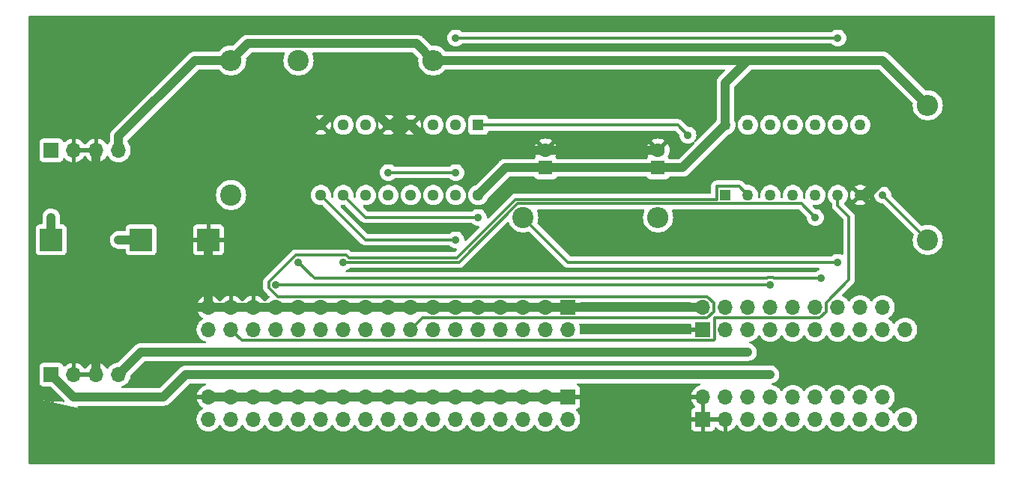
<source format=gtl>
%TF.GenerationSoftware,KiCad,Pcbnew,7.0.5-0*%
%TF.CreationDate,2023-06-05T22:26:43-07:00*%
%TF.ProjectId,PCTGotekAdapter,50435447-6f74-4656-9b41-646170746572,A*%
%TF.SameCoordinates,Original*%
%TF.FileFunction,Copper,L1,Top*%
%TF.FilePolarity,Positive*%
%FSLAX46Y46*%
G04 Gerber Fmt 4.6, Leading zero omitted, Abs format (unit mm)*
G04 Created by KiCad (PCBNEW 7.0.5-0) date 2023-06-05 22:26:43*
%MOMM*%
%LPD*%
G01*
G04 APERTURE LIST*
%TA.AperFunction,ComponentPad*%
%ADD10C,1.270000*%
%TD*%
%TA.AperFunction,ComponentPad*%
%ADD11R,1.270000X1.270000*%
%TD*%
%TA.AperFunction,ComponentPad*%
%ADD12R,1.280000X1.280000*%
%TD*%
%TA.AperFunction,ComponentPad*%
%ADD13C,1.280000*%
%TD*%
%TA.AperFunction,ComponentPad*%
%ADD14C,0.800000*%
%TD*%
%TA.AperFunction,ComponentPad*%
%ADD15C,6.400000*%
%TD*%
%TA.AperFunction,ComponentPad*%
%ADD16C,1.000000*%
%TD*%
%TA.AperFunction,SMDPad,CuDef*%
%ADD17R,2.500000X2.500000*%
%TD*%
%TA.AperFunction,ComponentPad*%
%ADD18O,2.400000X2.400000*%
%TD*%
%TA.AperFunction,ComponentPad*%
%ADD19C,2.400000*%
%TD*%
%TA.AperFunction,ComponentPad*%
%ADD20O,1.700000X1.700000*%
%TD*%
%TA.AperFunction,ComponentPad*%
%ADD21R,1.700000X1.700000*%
%TD*%
%TA.AperFunction,ComponentPad*%
%ADD22R,1.600000X1.600000*%
%TD*%
%TA.AperFunction,ComponentPad*%
%ADD23C,1.600000*%
%TD*%
%TA.AperFunction,ViaPad*%
%ADD24C,0.900000*%
%TD*%
%TA.AperFunction,Conductor*%
%ADD25C,1.000000*%
%TD*%
%TA.AperFunction,Conductor*%
%ADD26C,0.300000*%
%TD*%
G04 APERTURE END LIST*
D10*
%TO.P,U2,14,VCC*%
%TO.N,+5V*%
X99060000Y-68260000D03*
%TO.P,U2,13,6A*%
%TO.N,Net-(J2-Pin_11)*%
X101600000Y-68260000D03*
%TO.P,U2,12,6Y*%
%TO.N,Net-(J1-Pin_18)*%
X104140000Y-68260000D03*
%TO.P,U2,11,5A*%
%TO.N,Net-(J2-Pin_12)*%
X106680000Y-68260000D03*
%TO.P,U2,10,5Y*%
%TO.N,Net-(J1-Pin_20)*%
X109220000Y-68260000D03*
%TO.P,U2,9,4A*%
%TO.N,Net-(J2-Pin_19)*%
X111760000Y-68260000D03*
%TO.P,U2,8,4Y*%
%TO.N,Net-(J1-Pin_22)*%
X114300000Y-68260000D03*
%TO.P,U2,7,GND*%
%TO.N,GND*%
X114300000Y-76200000D03*
%TO.P,U2,6,3Y*%
%TO.N,Net-(J1-Pin_32)*%
X111760000Y-76200000D03*
%TO.P,U2,5,3A*%
%TO.N,Net-(J2-Pin_16)*%
X109220000Y-76200000D03*
%TO.P,U2,4,2Y*%
%TO.N,Net-(J1-Pin_24)*%
X106680000Y-76200000D03*
%TO.P,U2,3,2A*%
%TO.N,Net-(J2-Pin_15)*%
X104140000Y-76200000D03*
%TO.P,U2,2,1Y*%
%TO.N,Net-(J1-Pin_16)*%
X101600000Y-76200000D03*
D11*
%TO.P,U2,1,1A*%
%TO.N,Net-(J2-Pin_5)*%
X99060000Y-76200000D03*
%TD*%
D12*
%TO.P,U1,1,A*%
%TO.N,Net-(J2-Pin_9)*%
X71120000Y-68260000D03*
D13*
%TO.P,U1,2,B*%
%TO.N,Net-(J2-Pin_17)*%
X68580000Y-68260000D03*
%TO.P,U1,3,C*%
%TO.N,Net-(J2-Pin_4)*%
X66040000Y-68260000D03*
%TO.P,U1,4,~{G2A}*%
%TO.N,GND*%
X63500000Y-68260000D03*
%TO.P,U1,5,~{G2B}*%
X60960000Y-68260000D03*
%TO.P,U1,6,G1*%
%TO.N,+5V*%
X58420000Y-68260000D03*
%TO.P,U1,7,Y7*%
%TO.N,unconnected-(U1-Y7-Pad7)*%
X55880000Y-68260000D03*
%TO.P,U1,8,GND*%
%TO.N,GND*%
X53340000Y-68260000D03*
%TO.P,U1,9,Y6*%
%TO.N,Net-(J1-Pin_12)*%
X53340000Y-76200000D03*
%TO.P,U1,10,Y5*%
%TO.N,Net-(J1-Pin_10)*%
X55880000Y-76200000D03*
%TO.P,U1,11,Y4*%
%TO.N,unconnected-(U1-Y4-Pad11)*%
X58420000Y-76200000D03*
%TO.P,U1,12,Y3*%
%TO.N,unconnected-(U1-Y3-Pad12)*%
X60960000Y-76200000D03*
%TO.P,U1,13,Y2*%
%TO.N,unconnected-(U1-Y2-Pad13)*%
X63500000Y-76200000D03*
%TO.P,U1,14,Y1*%
%TO.N,unconnected-(U1-Y1-Pad14)*%
X66040000Y-76200000D03*
%TO.P,U1,15,Y0*%
%TO.N,unconnected-(U1-Y0-Pad15)*%
X68580000Y-76200000D03*
%TO.P,U1,16,VCC*%
%TO.N,+5V*%
X71120000Y-76200000D03*
%TD*%
D14*
%TO.P,H4,1,1*%
%TO.N,GND*%
X123757056Y-59262944D03*
X124460000Y-60960000D03*
X124460000Y-57565888D03*
X126157056Y-61662944D03*
D15*
X126157056Y-59262944D03*
D14*
X128557056Y-59262944D03*
D16*
X127854112Y-57565888D03*
D14*
X127854112Y-60960000D03*
X126157056Y-56862944D03*
%TD*%
%TO.P,H3,1,1*%
%TO.N,GND*%
X123757056Y-103297056D03*
X124460000Y-104994112D03*
X124460000Y-101600000D03*
X126157056Y-105697056D03*
D15*
X126157056Y-103297056D03*
D14*
X128557056Y-103297056D03*
X127854112Y-101600000D03*
X127854112Y-104994112D03*
X126157056Y-100897056D03*
%TD*%
%TO.P,H2,1,1*%
%TO.N,GND*%
X21302944Y-103297056D03*
X22005888Y-104994112D03*
X22005888Y-101600000D03*
X23702944Y-105697056D03*
D15*
X23702944Y-103297056D03*
D14*
X26102944Y-103297056D03*
X25400000Y-101600000D03*
X25400000Y-104994112D03*
X23702944Y-100897056D03*
%TD*%
%TO.P,H1,1,1*%
%TO.N,GND*%
X21302944Y-59262944D03*
X22005888Y-60960000D03*
X22005888Y-57565888D03*
X23702944Y-61662944D03*
D15*
X23702944Y-59262944D03*
D14*
X26102944Y-59262944D03*
X25400000Y-57565888D03*
X25400000Y-60960000D03*
X23702944Y-56862944D03*
%TD*%
D17*
%TO.P,TP3,1,1*%
%TO.N,GND*%
X40640000Y-81280000D03*
%TD*%
%TO.P,TP2,1,1*%
%TO.N,+5V*%
X33020000Y-81280000D03*
%TD*%
%TO.P,TP1,1,1*%
%TO.N,+12V*%
X22860000Y-81280000D03*
%TD*%
D18*
%TO.P,R1,2*%
%TO.N,+5V*%
X91440000Y-78740000D03*
D19*
%TO.P,R1,1*%
%TO.N,Net-(J1-Pin_8)*%
X76200000Y-78740000D03*
%TD*%
D20*
%TO.P,J3,19,Pin_19*%
%TO.N,Net-(J2-Pin_19)*%
X119380000Y-91440000D03*
%TO.P,J3,18,Pin_18*%
%TO.N,Net-(J1-Pin_30)*%
X116840000Y-88900000D03*
%TO.P,J3,17,Pin_17*%
%TO.N,Net-(J2-Pin_17)*%
X116840000Y-91440000D03*
%TO.P,J3,16,Pin_16*%
%TO.N,Net-(J2-Pin_16)*%
X114300000Y-88900000D03*
%TO.P,J3,15,Pin_15*%
%TO.N,Net-(J2-Pin_15)*%
X114300000Y-91440000D03*
%TO.P,J3,14,Pin_14*%
%TO.N,Net-(J1-Pin_8)*%
X111760000Y-88900000D03*
%TO.P,J3,13,Pin_13*%
%TO.N,Net-(J1-Pin_26)*%
X111760000Y-91440000D03*
%TO.P,J3,12,Pin_12*%
%TO.N,Net-(J2-Pin_12)*%
X109220000Y-88900000D03*
%TO.P,J3,11,Pin_11*%
%TO.N,Net-(J2-Pin_11)*%
X109220000Y-91440000D03*
%TO.P,J3,10,Pin_10*%
%TO.N,Net-(J1-Pin_28)*%
X106680000Y-88900000D03*
%TO.P,J3,9,Pin_9*%
%TO.N,Net-(J2-Pin_9)*%
X106680000Y-91440000D03*
%TO.P,J3,8,Pin_8*%
%TO.N,+12V*%
X104140000Y-88900000D03*
%TO.P,J3,7,Pin_7*%
X104140000Y-91440000D03*
%TO.P,J3,6,Pin_6*%
%TO.N,+5V*%
X101600000Y-88900000D03*
%TO.P,J3,5,Pin_5*%
%TO.N,Net-(J2-Pin_5)*%
X101600000Y-91440000D03*
%TO.P,J3,4,Pin_4*%
%TO.N,Net-(J2-Pin_4)*%
X99060000Y-88900000D03*
%TO.P,J3,3,Pin_3*%
%TO.N,GND*%
X99060000Y-91440000D03*
%TO.P,J3,2,Pin_2*%
X96520000Y-88900000D03*
D21*
%TO.P,J3,1,Pin_1*%
X96520000Y-91440000D03*
%TD*%
D20*
%TO.P,J2,19,Pin_19*%
%TO.N,Net-(J2-Pin_19)*%
X119380000Y-101600000D03*
%TO.P,J2,18,Pin_18*%
%TO.N,Net-(J1-Pin_30)*%
X116840000Y-99060000D03*
%TO.P,J2,17,Pin_17*%
%TO.N,Net-(J2-Pin_17)*%
X116840000Y-101600000D03*
%TO.P,J2,16,Pin_16*%
%TO.N,Net-(J2-Pin_16)*%
X114300000Y-99060000D03*
%TO.P,J2,15,Pin_15*%
%TO.N,Net-(J2-Pin_15)*%
X114300000Y-101600000D03*
%TO.P,J2,14,Pin_14*%
%TO.N,Net-(J1-Pin_8)*%
X111760000Y-99060000D03*
%TO.P,J2,13,Pin_13*%
%TO.N,Net-(J1-Pin_26)*%
X111760000Y-101600000D03*
%TO.P,J2,12,Pin_12*%
%TO.N,Net-(J2-Pin_12)*%
X109220000Y-99060000D03*
%TO.P,J2,11,Pin_11*%
%TO.N,Net-(J2-Pin_11)*%
X109220000Y-101600000D03*
%TO.P,J2,10,Pin_10*%
%TO.N,Net-(J1-Pin_28)*%
X106680000Y-99060000D03*
%TO.P,J2,9,Pin_9*%
%TO.N,Net-(J2-Pin_9)*%
X106680000Y-101600000D03*
%TO.P,J2,8,Pin_8*%
%TO.N,+12V*%
X104140000Y-99060000D03*
%TO.P,J2,7,Pin_7*%
X104140000Y-101600000D03*
%TO.P,J2,6,Pin_6*%
%TO.N,+5V*%
X101600000Y-99060000D03*
%TO.P,J2,5,Pin_5*%
%TO.N,Net-(J2-Pin_5)*%
X101600000Y-101600000D03*
%TO.P,J2,4,Pin_4*%
%TO.N,Net-(J2-Pin_4)*%
X99060000Y-99060000D03*
%TO.P,J2,3,Pin_3*%
%TO.N,GND*%
X99060000Y-101600000D03*
%TO.P,J2,2,Pin_2*%
X96520000Y-99060000D03*
D21*
%TO.P,J2,1,Pin_1*%
X96520000Y-101600000D03*
%TD*%
D19*
%TO.P,R4,1*%
%TO.N,Net-(J1-Pin_28)*%
X43180000Y-76200000D03*
D18*
%TO.P,R4,2*%
%TO.N,+5V*%
X43180000Y-60960000D03*
%TD*%
D19*
%TO.P,R3,1*%
%TO.N,Net-(J1-Pin_26)*%
X50800000Y-60960000D03*
D18*
%TO.P,R3,2*%
%TO.N,+5V*%
X66040000Y-60960000D03*
%TD*%
D19*
%TO.P,R2,1*%
%TO.N,Net-(J1-Pin_30)*%
X121920000Y-81280000D03*
D18*
%TO.P,R2,2*%
%TO.N,+5V*%
X121920000Y-66040000D03*
%TD*%
D21*
%TO.P,J6,1,Pin_1*%
%TO.N,+12V*%
X22860000Y-96520000D03*
D20*
%TO.P,J6,2,Pin_2*%
%TO.N,GND*%
X25400000Y-96520000D03*
%TO.P,J6,3,Pin_3*%
X27940000Y-96520000D03*
%TO.P,J6,4,Pin_4*%
%TO.N,+5V*%
X30480000Y-96520000D03*
%TD*%
D21*
%TO.P,J5,1,Pin_1*%
%TO.N,+12V*%
X22860000Y-71120000D03*
D20*
%TO.P,J5,2,Pin_2*%
%TO.N,GND*%
X25400000Y-71120000D03*
%TO.P,J5,3,Pin_3*%
X27940000Y-71120000D03*
%TO.P,J5,4,Pin_4*%
%TO.N,+5V*%
X30480000Y-71120000D03*
%TD*%
D21*
%TO.P,J4,1,Pin_1*%
%TO.N,GND*%
X81280000Y-88900000D03*
D20*
%TO.P,J4,2,Pin_2*%
%TO.N,unconnected-(J4-Pin_2-Pad2)*%
X81280000Y-91440000D03*
%TO.P,J4,3,Pin_3*%
%TO.N,GND*%
X78740000Y-88900000D03*
%TO.P,J4,4,Pin_4*%
%TO.N,unconnected-(J4-Pin_4-Pad4)*%
X78740000Y-91440000D03*
%TO.P,J4,5,Pin_5*%
%TO.N,GND*%
X76200000Y-88900000D03*
%TO.P,J4,6,Pin_6*%
%TO.N,unconnected-(J4-Pin_6-Pad6)*%
X76200000Y-91440000D03*
%TO.P,J4,7,Pin_7*%
%TO.N,GND*%
X73660000Y-88900000D03*
%TO.P,J4,8,Pin_8*%
%TO.N,Net-(J1-Pin_8)*%
X73660000Y-91440000D03*
%TO.P,J4,9,Pin_9*%
%TO.N,GND*%
X71120000Y-88900000D03*
%TO.P,J4,10,Pin_10*%
%TO.N,Net-(J1-Pin_10)*%
X71120000Y-91440000D03*
%TO.P,J4,11,Pin_11*%
%TO.N,GND*%
X68580000Y-88900000D03*
%TO.P,J4,12,Pin_12*%
%TO.N,Net-(J1-Pin_12)*%
X68580000Y-91440000D03*
%TO.P,J4,13,Pin_13*%
%TO.N,GND*%
X66040000Y-88900000D03*
%TO.P,J4,14,Pin_14*%
%TO.N,unconnected-(J4-Pin_14-Pad14)*%
X66040000Y-91440000D03*
%TO.P,J4,15,Pin_15*%
%TO.N,GND*%
X63500000Y-88900000D03*
%TO.P,J4,16,Pin_16*%
%TO.N,Net-(J1-Pin_16)*%
X63500000Y-91440000D03*
%TO.P,J4,17,Pin_17*%
%TO.N,GND*%
X60960000Y-88900000D03*
%TO.P,J4,18,Pin_18*%
%TO.N,Net-(J1-Pin_18)*%
X60960000Y-91440000D03*
%TO.P,J4,19,Pin_19*%
%TO.N,GND*%
X58420000Y-88900000D03*
%TO.P,J4,20,Pin_20*%
%TO.N,Net-(J1-Pin_20)*%
X58420000Y-91440000D03*
%TO.P,J4,21,Pin_21*%
%TO.N,GND*%
X55880000Y-88900000D03*
%TO.P,J4,22,Pin_22*%
%TO.N,Net-(J1-Pin_22)*%
X55880000Y-91440000D03*
%TO.P,J4,23,Pin_23*%
%TO.N,GND*%
X53340000Y-88900000D03*
%TO.P,J4,24,Pin_24*%
%TO.N,Net-(J1-Pin_24)*%
X53340000Y-91440000D03*
%TO.P,J4,25,Pin_25*%
%TO.N,GND*%
X50800000Y-88900000D03*
%TO.P,J4,26,Pin_26*%
%TO.N,Net-(J1-Pin_26)*%
X50800000Y-91440000D03*
%TO.P,J4,27,Pin_27*%
%TO.N,GND*%
X48260000Y-88900000D03*
%TO.P,J4,28,Pin_28*%
%TO.N,Net-(J1-Pin_28)*%
X48260000Y-91440000D03*
%TO.P,J4,29,Pin_29*%
%TO.N,GND*%
X45720000Y-88900000D03*
%TO.P,J4,30,Pin_30*%
%TO.N,Net-(J1-Pin_30)*%
X45720000Y-91440000D03*
%TO.P,J4,31,Pin_31*%
%TO.N,GND*%
X43180000Y-88900000D03*
%TO.P,J4,32,Pin_32*%
%TO.N,Net-(J1-Pin_32)*%
X43180000Y-91440000D03*
%TO.P,J4,33,Pin_33*%
%TO.N,GND*%
X40640000Y-88900000D03*
%TO.P,J4,34,Pin_34*%
%TO.N,unconnected-(J4-Pin_34-Pad34)*%
X40640000Y-91440000D03*
%TD*%
D21*
%TO.P,J1,1,Pin_1*%
%TO.N,GND*%
X81280000Y-99060000D03*
D20*
%TO.P,J1,2,Pin_2*%
%TO.N,unconnected-(J1-Pin_2-Pad2)*%
X81280000Y-101600000D03*
%TO.P,J1,3,Pin_3*%
%TO.N,GND*%
X78740000Y-99060000D03*
%TO.P,J1,4,Pin_4*%
%TO.N,unconnected-(J1-Pin_4-Pad4)*%
X78740000Y-101600000D03*
%TO.P,J1,5,Pin_5*%
%TO.N,GND*%
X76200000Y-99060000D03*
%TO.P,J1,6,Pin_6*%
%TO.N,unconnected-(J1-Pin_6-Pad6)*%
X76200000Y-101600000D03*
%TO.P,J1,7,Pin_7*%
%TO.N,GND*%
X73660000Y-99060000D03*
%TO.P,J1,8,Pin_8*%
%TO.N,Net-(J1-Pin_8)*%
X73660000Y-101600000D03*
%TO.P,J1,9,Pin_9*%
%TO.N,GND*%
X71120000Y-99060000D03*
%TO.P,J1,10,Pin_10*%
%TO.N,Net-(J1-Pin_10)*%
X71120000Y-101600000D03*
%TO.P,J1,11,Pin_11*%
%TO.N,GND*%
X68580000Y-99060000D03*
%TO.P,J1,12,Pin_12*%
%TO.N,Net-(J1-Pin_12)*%
X68580000Y-101600000D03*
%TO.P,J1,13,Pin_13*%
%TO.N,GND*%
X66040000Y-99060000D03*
%TO.P,J1,14,Pin_14*%
%TO.N,unconnected-(J1-Pin_14-Pad14)*%
X66040000Y-101600000D03*
%TO.P,J1,15,Pin_15*%
%TO.N,GND*%
X63500000Y-99060000D03*
%TO.P,J1,16,Pin_16*%
%TO.N,Net-(J1-Pin_16)*%
X63500000Y-101600000D03*
%TO.P,J1,17,Pin_17*%
%TO.N,GND*%
X60960000Y-99060000D03*
%TO.P,J1,18,Pin_18*%
%TO.N,Net-(J1-Pin_18)*%
X60960000Y-101600000D03*
%TO.P,J1,19,Pin_19*%
%TO.N,GND*%
X58420000Y-99060000D03*
%TO.P,J1,20,Pin_20*%
%TO.N,Net-(J1-Pin_20)*%
X58420000Y-101600000D03*
%TO.P,J1,21,Pin_21*%
%TO.N,GND*%
X55880000Y-99060000D03*
%TO.P,J1,22,Pin_22*%
%TO.N,Net-(J1-Pin_22)*%
X55880000Y-101600000D03*
%TO.P,J1,23,Pin_23*%
%TO.N,GND*%
X53340000Y-99060000D03*
%TO.P,J1,24,Pin_24*%
%TO.N,Net-(J1-Pin_24)*%
X53340000Y-101600000D03*
%TO.P,J1,25,Pin_25*%
%TO.N,GND*%
X50800000Y-99060000D03*
%TO.P,J1,26,Pin_26*%
%TO.N,Net-(J1-Pin_26)*%
X50800000Y-101600000D03*
%TO.P,J1,27,Pin_27*%
%TO.N,GND*%
X48260000Y-99060000D03*
%TO.P,J1,28,Pin_28*%
%TO.N,Net-(J1-Pin_28)*%
X48260000Y-101600000D03*
%TO.P,J1,29,Pin_29*%
%TO.N,GND*%
X45720000Y-99060000D03*
%TO.P,J1,30,Pin_30*%
%TO.N,Net-(J1-Pin_30)*%
X45720000Y-101600000D03*
%TO.P,J1,31,Pin_31*%
%TO.N,GND*%
X43180000Y-99060000D03*
%TO.P,J1,32,Pin_32*%
%TO.N,Net-(J1-Pin_32)*%
X43180000Y-101600000D03*
%TO.P,J1,33,Pin_33*%
%TO.N,GND*%
X40640000Y-99060000D03*
%TO.P,J1,34,Pin_34*%
%TO.N,unconnected-(J1-Pin_34-Pad34)*%
X40640000Y-101600000D03*
%TD*%
D22*
%TO.P,C2,1*%
%TO.N,+5V*%
X91440000Y-73120000D03*
D23*
%TO.P,C2,2*%
%TO.N,GND*%
X91440000Y-71120000D03*
%TD*%
D22*
%TO.P,C1,1*%
%TO.N,+5V*%
X78740000Y-73120000D03*
D23*
%TO.P,C1,2*%
%TO.N,GND*%
X78740000Y-71120000D03*
%TD*%
D24*
%TO.N,GND*%
X69134358Y-70819083D03*
X63436903Y-80033470D03*
%TO.N,Net-(J1-Pin_18)*%
X68580000Y-73660000D03*
X60960000Y-73660000D03*
%TO.N,GND*%
X109220000Y-104140000D03*
X58420000Y-104140000D03*
X87815326Y-102253958D03*
X106701870Y-95104411D03*
X108899766Y-71700632D03*
X105003972Y-72468817D03*
X118282593Y-69615559D03*
X118099324Y-81204002D03*
X101600000Y-78740000D03*
X106680000Y-81280000D03*
X58420000Y-71120000D03*
X78740000Y-83820000D03*
X96520000Y-78740000D03*
X83820000Y-78740000D03*
X91440000Y-63500000D03*
X73660000Y-63500000D03*
%TO.N,Net-(J1-Pin_26)*%
X50800000Y-83820000D03*
%TO.N,+12V*%
X22860000Y-78740000D03*
%TO.N,+5V*%
X30480000Y-81280000D03*
%TO.N,GND*%
X38100000Y-81280000D03*
%TO.N,Net-(J1-Pin_22)*%
X55880000Y-83820000D03*
X109220000Y-78740000D03*
%TO.N,Net-(J1-Pin_10)*%
X71120000Y-78740000D03*
%TO.N,Net-(J1-Pin_12)*%
X68580000Y-81280000D03*
%TO.N,GND*%
X111760000Y-63500000D03*
%TO.N,Net-(J2-Pin_17)*%
X68580000Y-58420000D03*
X111760000Y-58420000D03*
%TO.N,Net-(J2-Pin_9)*%
X94812063Y-69412062D03*
%TO.N,Net-(J1-Pin_28)*%
X48260000Y-86360000D03*
X104140000Y-86360000D03*
%TO.N,Net-(J1-Pin_26)*%
X109884561Y-85626213D03*
%TO.N,Net-(J1-Pin_30)*%
X116840000Y-76200000D03*
%TO.N,Net-(J1-Pin_8)*%
X111760000Y-83820000D03*
%TO.N,+12V*%
X104140000Y-96520000D03*
%TO.N,GND*%
X27940000Y-86360000D03*
%TO.N,+5V*%
X101600000Y-93980000D03*
X93980000Y-93980000D03*
%TD*%
D25*
%TO.N,GND*%
X68833441Y-71120000D02*
X66360000Y-71120000D01*
X69134358Y-70819083D02*
X68833441Y-71120000D01*
X69435275Y-71120000D02*
X69134358Y-70819083D01*
D26*
%TO.N,Net-(J1-Pin_32)*%
X43180000Y-91440000D02*
X44380000Y-92640000D01*
X44380000Y-92640000D02*
X97720000Y-92640000D01*
X113010000Y-85812943D02*
X113010000Y-78667710D01*
X97720000Y-92640000D02*
X97809091Y-92550909D01*
X97809091Y-92550909D02*
X97809091Y-90113522D01*
X97809091Y-90113522D02*
X109703535Y-90113522D01*
X109703535Y-90113522D02*
X110420000Y-89397057D01*
X110420000Y-88402943D02*
X113010000Y-85812943D01*
X110420000Y-89397057D02*
X110420000Y-88402943D01*
X113010000Y-78667710D02*
X111760000Y-77417710D01*
X111760000Y-77417710D02*
X111760000Y-76200000D01*
%TO.N,Net-(J1-Pin_26)*%
X103808629Y-85560000D02*
X103758629Y-85610000D01*
X109884561Y-85626213D02*
X109868348Y-85610000D01*
X104521371Y-85610000D02*
X104471371Y-85560000D01*
X109868348Y-85610000D02*
X104521371Y-85610000D01*
X52590000Y-85610000D02*
X50800000Y-83820000D01*
X104471371Y-85560000D02*
X103808629Y-85560000D01*
X103758629Y-85610000D02*
X52590000Y-85610000D01*
%TO.N,Net-(J2-Pin_9)*%
X93660001Y-68260000D02*
X71120000Y-68260000D01*
X94812063Y-69412062D02*
X93660001Y-68260000D01*
%TO.N,Net-(J1-Pin_18)*%
X60960000Y-73660000D02*
X68580000Y-73660000D01*
%TO.N,Net-(J1-Pin_16)*%
X100615000Y-75215000D02*
X98075000Y-75215000D01*
X68720862Y-83320000D02*
X56511371Y-83320000D01*
X97017057Y-87700000D02*
X97720000Y-88402943D01*
X64840000Y-90100000D02*
X63500000Y-91440000D01*
X98075000Y-76690000D02*
X75350862Y-76690000D01*
X101600000Y-76200000D02*
X100615000Y-75215000D01*
X50468629Y-83020000D02*
X47460000Y-86028629D01*
X75350862Y-76690000D02*
X68720862Y-83320000D01*
X97017057Y-90100000D02*
X64840000Y-90100000D01*
X56511371Y-83320000D02*
X56211371Y-83020000D01*
X56211371Y-83020000D02*
X50468629Y-83020000D01*
X98075000Y-75215000D02*
X98075000Y-76690000D01*
X97720000Y-89397057D02*
X97017057Y-90100000D01*
X47460000Y-86028629D02*
X47460000Y-86691371D01*
X47460000Y-86691371D02*
X48468629Y-87700000D01*
X48468629Y-87700000D02*
X97017057Y-87700000D01*
X97720000Y-88402943D02*
X97720000Y-89397057D01*
D25*
%TO.N,GND*%
X40640000Y-81280000D02*
X40640000Y-88900000D01*
D26*
%TO.N,Net-(J1-Pin_30)*%
X116840000Y-76200000D02*
X121920000Y-81280000D01*
D25*
%TO.N,+5V*%
X101600000Y-60960000D02*
X116840000Y-60960000D01*
X116840000Y-60960000D02*
X121920000Y-66040000D01*
X30480000Y-71120000D02*
X30480000Y-69564365D01*
X39084365Y-60960000D02*
X43180000Y-60960000D01*
X30480000Y-69564365D02*
X39084365Y-60960000D01*
%TO.N,GND*%
X53340000Y-68260000D02*
X38072032Y-68260000D01*
X38072032Y-68260000D02*
X30132032Y-76200000D01*
X30132032Y-76200000D02*
X27940000Y-76200000D01*
%TO.N,+5V*%
X35560000Y-93980000D02*
X33020000Y-93980000D01*
X33020000Y-93980000D02*
X30480000Y-96520000D01*
%TO.N,+12V*%
X104140000Y-96520000D02*
X38100000Y-96520000D01*
X38100000Y-96520000D02*
X35560000Y-99060000D01*
X35560000Y-99060000D02*
X33020000Y-99060000D01*
X22860000Y-78740000D02*
X22860000Y-81280000D01*
%TO.N,+5V*%
X30480000Y-81280000D02*
X33020000Y-81280000D01*
D26*
%TO.N,Net-(J1-Pin_22)*%
X68927968Y-83820000D02*
X55880000Y-83820000D01*
X75557968Y-77190000D02*
X68927968Y-83820000D01*
X107670000Y-77190000D02*
X75557968Y-77190000D01*
X109220000Y-78740000D02*
X107670000Y-77190000D01*
%TO.N,Net-(J1-Pin_12)*%
X58420000Y-81280000D02*
X68580000Y-81280000D01*
X53340000Y-76200000D02*
X58420000Y-81280000D01*
%TO.N,Net-(J1-Pin_10)*%
X58420000Y-78740000D02*
X55880000Y-76200000D01*
X58420000Y-78740000D02*
X71120000Y-78740000D01*
D25*
%TO.N,GND*%
X27940000Y-73660000D02*
X27940000Y-96520000D01*
X27940000Y-96520000D02*
X27940000Y-71120000D01*
X27940000Y-73660000D02*
X27940000Y-71120000D01*
X60960000Y-68260000D02*
X58740000Y-66040000D01*
X58740000Y-66040000D02*
X55560000Y-66040000D01*
X55560000Y-66040000D02*
X53340000Y-68260000D01*
X116840000Y-63500000D02*
X111760000Y-63500000D01*
X116840000Y-74487314D02*
X116840000Y-63500000D01*
X115127314Y-76200000D02*
X116840000Y-74487314D01*
X114300000Y-76200000D02*
X115127314Y-76200000D01*
X78740000Y-71120000D02*
X91440000Y-71120000D01*
X60960000Y-68260000D02*
X63500000Y-68260000D01*
X78740000Y-71120000D02*
X69435275Y-71120000D01*
X66360000Y-71120000D02*
X63500000Y-68260000D01*
D26*
%TO.N,Net-(J2-Pin_17)*%
X111760000Y-58420000D02*
X68580000Y-58420000D01*
%TO.N,Net-(J1-Pin_28)*%
X104140000Y-86360000D02*
X48260000Y-86360000D01*
%TO.N,Net-(J1-Pin_8)*%
X111760000Y-83820000D02*
X81280000Y-83820000D01*
X81280000Y-83820000D02*
X76200000Y-78740000D01*
D25*
%TO.N,+5V*%
X101600000Y-60960000D02*
X66040000Y-60960000D01*
X99060000Y-68260000D02*
X99060000Y-63500000D01*
X99060000Y-63500000D02*
X101600000Y-60960000D01*
X91440000Y-73120000D02*
X94200000Y-73120000D01*
X94200000Y-73120000D02*
X99060000Y-68260000D01*
X78740000Y-73120000D02*
X91440000Y-73120000D01*
X78740000Y-73120000D02*
X74200000Y-73120000D01*
X74200000Y-73120000D02*
X71120000Y-76200000D01*
X43180000Y-60960000D02*
X45080000Y-59060000D01*
X45080000Y-59060000D02*
X64140000Y-59060000D01*
X64140000Y-59060000D02*
X66040000Y-60960000D01*
%TO.N,+12V*%
X33020000Y-99060000D02*
X25400000Y-99060000D01*
X25400000Y-99060000D02*
X22860000Y-96520000D01*
%TO.N,+5V*%
X93980000Y-93980000D02*
X35560000Y-93980000D01*
%TO.N,GND*%
X96520000Y-88900000D02*
X81280000Y-88900000D01*
X40640000Y-88900000D02*
X27940000Y-88900000D01*
X81280000Y-99060000D02*
X40640000Y-99060000D01*
X40640000Y-88900000D02*
X81280000Y-88900000D01*
%TO.N,+5V*%
X93980000Y-93980000D02*
X101600000Y-93980000D01*
%TD*%
%TA.AperFunction,Conductor*%
%TO.N,GND*%
G36*
X27480507Y-70910156D02*
G01*
X27440000Y-71048111D01*
X27440000Y-71191889D01*
X27480507Y-71329844D01*
X27506314Y-71370000D01*
X25833686Y-71370000D01*
X25859493Y-71329844D01*
X25900000Y-71191889D01*
X25900000Y-71048111D01*
X25859493Y-70910156D01*
X25833686Y-70870000D01*
X27506314Y-70870000D01*
X27480507Y-70910156D01*
G37*
%TD.AperFunction*%
%TA.AperFunction,Conductor*%
G36*
X121920000Y-63500000D02*
G01*
X129540000Y-63500000D01*
X129540000Y-99060000D01*
X121920000Y-99060000D01*
X121920000Y-106680000D01*
X27940000Y-106680000D01*
X27943346Y-100797461D01*
X25928477Y-100338245D01*
X25880740Y-100299589D01*
X25863658Y-100288496D01*
X25818154Y-100235475D01*
X25808539Y-100166270D01*
X25837866Y-100102853D01*
X25896823Y-100065358D01*
X25931192Y-100060500D01*
X32918259Y-100060500D01*
X35546507Y-100060500D01*
X35548069Y-100060519D01*
X35585283Y-100061462D01*
X35636358Y-100062757D01*
X35636358Y-100062756D01*
X35636363Y-100062757D01*
X35696753Y-100051932D01*
X35701412Y-100051280D01*
X35743607Y-100046988D01*
X35762438Y-100045074D01*
X35795227Y-100034786D01*
X35802840Y-100032918D01*
X35836653Y-100026858D01*
X35893621Y-100004101D01*
X35898053Y-100002524D01*
X35956588Y-99984159D01*
X35986627Y-99967484D01*
X35993708Y-99964122D01*
X36025617Y-99951377D01*
X36076854Y-99917608D01*
X36080851Y-99915187D01*
X36134502Y-99885409D01*
X36160568Y-99863030D01*
X36166843Y-99858300D01*
X36195519Y-99839402D01*
X36238917Y-99796002D01*
X36242336Y-99792834D01*
X36288895Y-99752866D01*
X36309931Y-99725688D01*
X36315101Y-99719818D01*
X38478101Y-97556819D01*
X38539425Y-97523334D01*
X38565783Y-97520500D01*
X40227618Y-97520500D01*
X40294657Y-97540185D01*
X40340412Y-97592989D01*
X40350356Y-97662147D01*
X40321331Y-97725703D01*
X40262553Y-97763477D01*
X40259711Y-97764275D01*
X40176516Y-97786566D01*
X40176507Y-97786570D01*
X39962422Y-97886399D01*
X39962420Y-97886400D01*
X39768926Y-98021886D01*
X39768920Y-98021891D01*
X39601891Y-98188920D01*
X39601886Y-98188926D01*
X39466400Y-98382420D01*
X39466399Y-98382422D01*
X39366570Y-98596507D01*
X39366567Y-98596513D01*
X39309364Y-98809999D01*
X39309364Y-98810000D01*
X40206314Y-98810000D01*
X40180507Y-98850156D01*
X40140000Y-98988111D01*
X40140000Y-99131889D01*
X40180507Y-99269844D01*
X40206314Y-99310000D01*
X39309364Y-99310000D01*
X39366567Y-99523486D01*
X39366570Y-99523492D01*
X39466399Y-99737578D01*
X39601894Y-99931082D01*
X39768917Y-100098105D01*
X39954595Y-100228119D01*
X39998219Y-100282696D01*
X40005412Y-100352195D01*
X39973890Y-100414549D01*
X39954595Y-100431269D01*
X39768594Y-100561508D01*
X39601505Y-100728597D01*
X39465965Y-100922169D01*
X39465964Y-100922171D01*
X39393628Y-101077296D01*
X39367863Y-101132551D01*
X39366098Y-101136335D01*
X39366094Y-101136344D01*
X39304938Y-101364586D01*
X39304936Y-101364596D01*
X39284341Y-101599999D01*
X39284341Y-101600000D01*
X39304936Y-101835403D01*
X39304938Y-101835413D01*
X39366094Y-102063655D01*
X39366096Y-102063659D01*
X39366097Y-102063663D01*
X39407345Y-102152119D01*
X39465965Y-102277830D01*
X39465967Y-102277834D01*
X39519083Y-102353691D01*
X39601505Y-102471401D01*
X39768599Y-102638495D01*
X39845135Y-102692086D01*
X39962165Y-102774032D01*
X39962167Y-102774033D01*
X39962170Y-102774035D01*
X40176337Y-102873903D01*
X40404592Y-102935063D01*
X40575319Y-102950000D01*
X40639999Y-102955659D01*
X40640000Y-102955659D01*
X40640001Y-102955659D01*
X40704681Y-102950000D01*
X40875408Y-102935063D01*
X41103663Y-102873903D01*
X41317830Y-102774035D01*
X41511401Y-102638495D01*
X41678495Y-102471401D01*
X41808426Y-102285841D01*
X41863002Y-102242217D01*
X41932500Y-102235023D01*
X41994855Y-102266546D01*
X42011575Y-102285842D01*
X42141500Y-102471395D01*
X42141505Y-102471401D01*
X42308599Y-102638495D01*
X42385135Y-102692086D01*
X42502165Y-102774032D01*
X42502167Y-102774033D01*
X42502170Y-102774035D01*
X42716337Y-102873903D01*
X42944592Y-102935063D01*
X43115319Y-102950000D01*
X43179999Y-102955659D01*
X43180000Y-102955659D01*
X43180001Y-102955659D01*
X43244681Y-102950000D01*
X43415408Y-102935063D01*
X43643663Y-102873903D01*
X43857830Y-102774035D01*
X44051401Y-102638495D01*
X44218495Y-102471401D01*
X44348426Y-102285841D01*
X44403002Y-102242217D01*
X44472500Y-102235023D01*
X44534855Y-102266546D01*
X44551575Y-102285842D01*
X44681500Y-102471395D01*
X44681505Y-102471401D01*
X44848599Y-102638495D01*
X44925135Y-102692086D01*
X45042165Y-102774032D01*
X45042167Y-102774033D01*
X45042170Y-102774035D01*
X45256337Y-102873903D01*
X45484592Y-102935063D01*
X45655319Y-102950000D01*
X45719999Y-102955659D01*
X45720000Y-102955659D01*
X45720001Y-102955659D01*
X45784681Y-102950000D01*
X45955408Y-102935063D01*
X46183663Y-102873903D01*
X46397830Y-102774035D01*
X46591401Y-102638495D01*
X46758495Y-102471401D01*
X46888426Y-102285841D01*
X46943002Y-102242217D01*
X47012500Y-102235023D01*
X47074855Y-102266546D01*
X47091575Y-102285842D01*
X47221500Y-102471395D01*
X47221505Y-102471401D01*
X47388599Y-102638495D01*
X47465135Y-102692086D01*
X47582165Y-102774032D01*
X47582167Y-102774033D01*
X47582170Y-102774035D01*
X47796337Y-102873903D01*
X48024592Y-102935063D01*
X48195319Y-102950000D01*
X48259999Y-102955659D01*
X48260000Y-102955659D01*
X48260001Y-102955659D01*
X48324681Y-102950000D01*
X48495408Y-102935063D01*
X48723663Y-102873903D01*
X48937830Y-102774035D01*
X49131401Y-102638495D01*
X49298495Y-102471401D01*
X49428426Y-102285841D01*
X49483002Y-102242217D01*
X49552500Y-102235023D01*
X49614855Y-102266546D01*
X49631575Y-102285842D01*
X49761500Y-102471395D01*
X49761505Y-102471401D01*
X49928599Y-102638495D01*
X50005135Y-102692086D01*
X50122165Y-102774032D01*
X50122167Y-102774033D01*
X50122170Y-102774035D01*
X50336337Y-102873903D01*
X50564592Y-102935063D01*
X50735319Y-102950000D01*
X50799999Y-102955659D01*
X50800000Y-102955659D01*
X50800001Y-102955659D01*
X50864681Y-102950000D01*
X51035408Y-102935063D01*
X51263663Y-102873903D01*
X51477830Y-102774035D01*
X51671401Y-102638495D01*
X51838495Y-102471401D01*
X51968426Y-102285841D01*
X52023002Y-102242217D01*
X52092500Y-102235023D01*
X52154855Y-102266546D01*
X52171575Y-102285842D01*
X52301500Y-102471395D01*
X52301505Y-102471401D01*
X52468599Y-102638495D01*
X52545135Y-102692086D01*
X52662165Y-102774032D01*
X52662167Y-102774033D01*
X52662170Y-102774035D01*
X52876337Y-102873903D01*
X53104592Y-102935063D01*
X53275319Y-102950000D01*
X53339999Y-102955659D01*
X53340000Y-102955659D01*
X53340001Y-102955659D01*
X53404681Y-102950000D01*
X53575408Y-102935063D01*
X53803663Y-102873903D01*
X54017830Y-102774035D01*
X54211401Y-102638495D01*
X54378495Y-102471401D01*
X54508426Y-102285841D01*
X54563002Y-102242217D01*
X54632500Y-102235023D01*
X54694855Y-102266546D01*
X54711575Y-102285842D01*
X54841500Y-102471395D01*
X54841505Y-102471401D01*
X55008599Y-102638495D01*
X55085135Y-102692086D01*
X55202165Y-102774032D01*
X55202167Y-102774033D01*
X55202170Y-102774035D01*
X55416337Y-102873903D01*
X55644592Y-102935063D01*
X55815319Y-102950000D01*
X55879999Y-102955659D01*
X55880000Y-102955659D01*
X55880001Y-102955659D01*
X55944681Y-102950000D01*
X56115408Y-102935063D01*
X56343663Y-102873903D01*
X56557830Y-102774035D01*
X56751401Y-102638495D01*
X56918495Y-102471401D01*
X57048426Y-102285841D01*
X57103002Y-102242217D01*
X57172500Y-102235023D01*
X57234855Y-102266546D01*
X57251575Y-102285842D01*
X57381500Y-102471395D01*
X57381505Y-102471401D01*
X57548599Y-102638495D01*
X57625135Y-102692086D01*
X57742165Y-102774032D01*
X57742167Y-102774033D01*
X57742170Y-102774035D01*
X57956337Y-102873903D01*
X58184592Y-102935063D01*
X58355319Y-102950000D01*
X58419999Y-102955659D01*
X58420000Y-102955659D01*
X58420001Y-102955659D01*
X58484681Y-102950000D01*
X58655408Y-102935063D01*
X58883663Y-102873903D01*
X59097830Y-102774035D01*
X59291401Y-102638495D01*
X59458495Y-102471401D01*
X59588426Y-102285841D01*
X59643002Y-102242217D01*
X59712500Y-102235023D01*
X59774855Y-102266546D01*
X59791575Y-102285842D01*
X59921500Y-102471395D01*
X59921505Y-102471401D01*
X60088599Y-102638495D01*
X60165135Y-102692086D01*
X60282165Y-102774032D01*
X60282167Y-102774033D01*
X60282170Y-102774035D01*
X60496337Y-102873903D01*
X60724592Y-102935063D01*
X60895319Y-102950000D01*
X60959999Y-102955659D01*
X60960000Y-102955659D01*
X60960001Y-102955659D01*
X61024681Y-102950000D01*
X61195408Y-102935063D01*
X61423663Y-102873903D01*
X61637830Y-102774035D01*
X61831401Y-102638495D01*
X61998495Y-102471401D01*
X62128426Y-102285841D01*
X62183002Y-102242217D01*
X62252500Y-102235023D01*
X62314855Y-102266546D01*
X62331575Y-102285842D01*
X62461500Y-102471395D01*
X62461505Y-102471401D01*
X62628599Y-102638495D01*
X62705135Y-102692086D01*
X62822165Y-102774032D01*
X62822167Y-102774033D01*
X62822170Y-102774035D01*
X63036337Y-102873903D01*
X63264592Y-102935063D01*
X63435319Y-102950000D01*
X63499999Y-102955659D01*
X63500000Y-102955659D01*
X63500001Y-102955659D01*
X63564681Y-102950000D01*
X63735408Y-102935063D01*
X63963663Y-102873903D01*
X64177830Y-102774035D01*
X64371401Y-102638495D01*
X64538495Y-102471401D01*
X64668426Y-102285841D01*
X64723002Y-102242217D01*
X64792500Y-102235023D01*
X64854855Y-102266546D01*
X64871575Y-102285842D01*
X65001500Y-102471395D01*
X65001505Y-102471401D01*
X65168599Y-102638495D01*
X65245135Y-102692086D01*
X65362165Y-102774032D01*
X65362167Y-102774033D01*
X65362170Y-102774035D01*
X65576337Y-102873903D01*
X65804592Y-102935063D01*
X65975319Y-102950000D01*
X66039999Y-102955659D01*
X66040000Y-102955659D01*
X66040001Y-102955659D01*
X66104681Y-102950000D01*
X66275408Y-102935063D01*
X66503663Y-102873903D01*
X66717830Y-102774035D01*
X66911401Y-102638495D01*
X67078495Y-102471401D01*
X67208426Y-102285841D01*
X67263002Y-102242217D01*
X67332500Y-102235023D01*
X67394855Y-102266546D01*
X67411575Y-102285842D01*
X67541500Y-102471395D01*
X67541505Y-102471401D01*
X67708599Y-102638495D01*
X67785135Y-102692086D01*
X67902165Y-102774032D01*
X67902167Y-102774033D01*
X67902170Y-102774035D01*
X68116337Y-102873903D01*
X68344592Y-102935063D01*
X68515319Y-102950000D01*
X68579999Y-102955659D01*
X68580000Y-102955659D01*
X68580001Y-102955659D01*
X68644681Y-102950000D01*
X68815408Y-102935063D01*
X69043663Y-102873903D01*
X69257830Y-102774035D01*
X69451401Y-102638495D01*
X69618495Y-102471401D01*
X69748426Y-102285841D01*
X69803002Y-102242217D01*
X69872500Y-102235023D01*
X69934855Y-102266546D01*
X69951575Y-102285842D01*
X70081500Y-102471395D01*
X70081505Y-102471401D01*
X70248599Y-102638495D01*
X70325135Y-102692086D01*
X70442165Y-102774032D01*
X70442167Y-102774033D01*
X70442170Y-102774035D01*
X70656337Y-102873903D01*
X70884592Y-102935063D01*
X71055319Y-102950000D01*
X71119999Y-102955659D01*
X71120000Y-102955659D01*
X71120001Y-102955659D01*
X71184681Y-102950000D01*
X71355408Y-102935063D01*
X71583663Y-102873903D01*
X71797830Y-102774035D01*
X71991401Y-102638495D01*
X72158495Y-102471401D01*
X72288426Y-102285841D01*
X72343002Y-102242217D01*
X72412500Y-102235023D01*
X72474855Y-102266546D01*
X72491575Y-102285842D01*
X72621500Y-102471395D01*
X72621505Y-102471401D01*
X72788599Y-102638495D01*
X72865135Y-102692086D01*
X72982165Y-102774032D01*
X72982167Y-102774033D01*
X72982170Y-102774035D01*
X73196337Y-102873903D01*
X73424592Y-102935063D01*
X73595319Y-102950000D01*
X73659999Y-102955659D01*
X73660000Y-102955659D01*
X73660001Y-102955659D01*
X73724681Y-102950000D01*
X73895408Y-102935063D01*
X74123663Y-102873903D01*
X74337830Y-102774035D01*
X74531401Y-102638495D01*
X74698495Y-102471401D01*
X74828426Y-102285841D01*
X74883002Y-102242217D01*
X74952500Y-102235023D01*
X75014855Y-102266546D01*
X75031575Y-102285842D01*
X75161500Y-102471395D01*
X75161505Y-102471401D01*
X75328599Y-102638495D01*
X75405135Y-102692086D01*
X75522165Y-102774032D01*
X75522167Y-102774033D01*
X75522170Y-102774035D01*
X75736337Y-102873903D01*
X75964592Y-102935063D01*
X76135319Y-102950000D01*
X76199999Y-102955659D01*
X76200000Y-102955659D01*
X76200001Y-102955659D01*
X76264681Y-102950000D01*
X76435408Y-102935063D01*
X76663663Y-102873903D01*
X76877830Y-102774035D01*
X77071401Y-102638495D01*
X77238495Y-102471401D01*
X77368426Y-102285841D01*
X77423002Y-102242217D01*
X77492500Y-102235023D01*
X77554855Y-102266546D01*
X77571575Y-102285842D01*
X77701500Y-102471395D01*
X77701505Y-102471401D01*
X77868599Y-102638495D01*
X77945135Y-102692086D01*
X78062165Y-102774032D01*
X78062167Y-102774033D01*
X78062170Y-102774035D01*
X78276337Y-102873903D01*
X78504592Y-102935063D01*
X78675319Y-102950000D01*
X78739999Y-102955659D01*
X78740000Y-102955659D01*
X78740001Y-102955659D01*
X78804681Y-102950000D01*
X78975408Y-102935063D01*
X79203663Y-102873903D01*
X79417830Y-102774035D01*
X79611401Y-102638495D01*
X79778495Y-102471401D01*
X79908426Y-102285841D01*
X79963002Y-102242217D01*
X80032500Y-102235023D01*
X80094855Y-102266546D01*
X80111575Y-102285842D01*
X80241500Y-102471395D01*
X80241505Y-102471401D01*
X80408599Y-102638495D01*
X80485135Y-102692086D01*
X80602165Y-102774032D01*
X80602167Y-102774033D01*
X80602170Y-102774035D01*
X80816337Y-102873903D01*
X81044592Y-102935063D01*
X81215319Y-102950000D01*
X81279999Y-102955659D01*
X81280000Y-102955659D01*
X81280001Y-102955659D01*
X81344681Y-102950000D01*
X81515408Y-102935063D01*
X81743663Y-102873903D01*
X81957830Y-102774035D01*
X82151401Y-102638495D01*
X82318495Y-102471401D01*
X82454035Y-102277830D01*
X82553903Y-102063663D01*
X82615063Y-101835408D01*
X82635659Y-101600000D01*
X82615063Y-101364592D01*
X82553903Y-101136337D01*
X82454035Y-100922171D01*
X82448730Y-100914595D01*
X82318496Y-100728600D01*
X82260859Y-100670963D01*
X82196179Y-100606283D01*
X82162696Y-100544963D01*
X82167680Y-100475271D01*
X82209551Y-100419337D01*
X82240529Y-100402422D01*
X82372086Y-100353354D01*
X82372093Y-100353350D01*
X82487187Y-100267190D01*
X82487190Y-100267187D01*
X82573350Y-100152093D01*
X82573354Y-100152086D01*
X82623596Y-100017379D01*
X82623598Y-100017372D01*
X82629999Y-99957844D01*
X82630000Y-99957827D01*
X82630000Y-99310000D01*
X81713686Y-99310000D01*
X81739493Y-99269844D01*
X81780000Y-99131889D01*
X81780000Y-98988111D01*
X81739493Y-98850156D01*
X81713686Y-98810000D01*
X82630000Y-98810000D01*
X82630000Y-98162172D01*
X82629999Y-98162155D01*
X82623598Y-98102627D01*
X82623596Y-98102620D01*
X82573354Y-97967913D01*
X82573350Y-97967906D01*
X82487190Y-97852812D01*
X82487187Y-97852809D01*
X82372093Y-97766649D01*
X82372086Y-97766645D01*
X82356097Y-97760682D01*
X82300163Y-97718811D01*
X82275746Y-97653347D01*
X82290597Y-97585074D01*
X82340002Y-97535668D01*
X82399430Y-97520500D01*
X96107618Y-97520500D01*
X96174657Y-97540185D01*
X96220412Y-97592989D01*
X96230356Y-97662147D01*
X96201331Y-97725703D01*
X96142553Y-97763477D01*
X96139711Y-97764275D01*
X96056516Y-97786566D01*
X96056507Y-97786570D01*
X95842422Y-97886399D01*
X95842420Y-97886400D01*
X95648926Y-98021886D01*
X95648920Y-98021891D01*
X95481891Y-98188920D01*
X95481886Y-98188926D01*
X95346400Y-98382420D01*
X95346399Y-98382422D01*
X95246570Y-98596507D01*
X95246567Y-98596513D01*
X95189364Y-98809999D01*
X95189364Y-98810000D01*
X96086314Y-98810000D01*
X96060507Y-98850156D01*
X96020000Y-98988111D01*
X96020000Y-99131889D01*
X96060507Y-99269844D01*
X96086314Y-99310000D01*
X95189364Y-99310000D01*
X95246567Y-99523486D01*
X95246570Y-99523492D01*
X95346399Y-99737578D01*
X95481894Y-99931082D01*
X95604334Y-100053522D01*
X95637819Y-100114845D01*
X95632835Y-100184537D01*
X95590963Y-100240470D01*
X95559987Y-100257385D01*
X95427911Y-100306646D01*
X95427906Y-100306649D01*
X95312812Y-100392809D01*
X95312809Y-100392812D01*
X95226649Y-100507906D01*
X95226645Y-100507913D01*
X95176403Y-100642620D01*
X95176401Y-100642627D01*
X95170000Y-100702155D01*
X95170000Y-100702172D01*
X95169999Y-101349999D01*
X95170000Y-101350000D01*
X96086314Y-101350000D01*
X96060507Y-101390156D01*
X96020000Y-101528111D01*
X96020000Y-101671889D01*
X96060507Y-101809844D01*
X96086314Y-101850000D01*
X95170000Y-101850000D01*
X95170000Y-102497844D01*
X95176401Y-102557372D01*
X95176403Y-102557379D01*
X95226645Y-102692086D01*
X95226649Y-102692093D01*
X95312809Y-102807187D01*
X95312812Y-102807190D01*
X95427906Y-102893350D01*
X95427913Y-102893354D01*
X95562620Y-102943596D01*
X95562627Y-102943598D01*
X95622155Y-102949999D01*
X95622172Y-102950000D01*
X96270000Y-102950000D01*
X96270000Y-102035501D01*
X96377685Y-102084680D01*
X96484237Y-102100000D01*
X96555763Y-102100000D01*
X96662315Y-102084680D01*
X96770000Y-102035501D01*
X96770000Y-102950000D01*
X97417828Y-102950000D01*
X97417844Y-102949999D01*
X97477372Y-102943598D01*
X97477379Y-102943596D01*
X97612086Y-102893354D01*
X97612093Y-102893350D01*
X97727187Y-102807190D01*
X97727190Y-102807187D01*
X97813350Y-102692093D01*
X97813354Y-102692086D01*
X97862614Y-102560013D01*
X97904485Y-102504079D01*
X97969949Y-102479662D01*
X98038222Y-102494513D01*
X98066477Y-102515665D01*
X98188917Y-102638105D01*
X98382421Y-102773600D01*
X98596507Y-102873429D01*
X98596516Y-102873433D01*
X98810000Y-102930634D01*
X98810000Y-102035501D01*
X98917685Y-102084680D01*
X99024237Y-102100000D01*
X99095763Y-102100000D01*
X99202315Y-102084680D01*
X99309999Y-102035501D01*
X99310000Y-102930633D01*
X99523483Y-102873433D01*
X99523492Y-102873429D01*
X99737578Y-102773600D01*
X99931082Y-102638105D01*
X100098105Y-102471082D01*
X100228119Y-102285405D01*
X100282696Y-102241781D01*
X100352195Y-102234588D01*
X100414549Y-102266110D01*
X100431269Y-102285405D01*
X100561505Y-102471401D01*
X100728599Y-102638495D01*
X100805135Y-102692086D01*
X100922165Y-102774032D01*
X100922167Y-102774033D01*
X100922170Y-102774035D01*
X101136337Y-102873903D01*
X101364592Y-102935063D01*
X101535319Y-102950000D01*
X101599999Y-102955659D01*
X101600000Y-102955659D01*
X101600001Y-102955659D01*
X101664681Y-102950000D01*
X101835408Y-102935063D01*
X102063663Y-102873903D01*
X102277830Y-102774035D01*
X102471401Y-102638495D01*
X102638495Y-102471401D01*
X102768426Y-102285840D01*
X102823001Y-102242217D01*
X102892499Y-102235023D01*
X102954854Y-102266546D01*
X102971574Y-102285841D01*
X103101505Y-102471401D01*
X103268599Y-102638495D01*
X103345135Y-102692086D01*
X103462165Y-102774032D01*
X103462167Y-102774033D01*
X103462170Y-102774035D01*
X103676337Y-102873903D01*
X103904592Y-102935063D01*
X104075319Y-102950000D01*
X104139999Y-102955659D01*
X104140000Y-102955659D01*
X104140001Y-102955659D01*
X104204681Y-102950000D01*
X104375408Y-102935063D01*
X104603663Y-102873903D01*
X104817830Y-102774035D01*
X105011401Y-102638495D01*
X105178495Y-102471401D01*
X105308426Y-102285840D01*
X105363001Y-102242217D01*
X105432499Y-102235023D01*
X105494854Y-102266546D01*
X105511574Y-102285841D01*
X105641505Y-102471401D01*
X105808599Y-102638495D01*
X105885135Y-102692086D01*
X106002165Y-102774032D01*
X106002167Y-102774033D01*
X106002170Y-102774035D01*
X106216337Y-102873903D01*
X106444592Y-102935063D01*
X106615319Y-102950000D01*
X106679999Y-102955659D01*
X106680000Y-102955659D01*
X106680001Y-102955659D01*
X106744681Y-102950000D01*
X106915408Y-102935063D01*
X107143663Y-102873903D01*
X107357830Y-102774035D01*
X107551401Y-102638495D01*
X107718495Y-102471401D01*
X107848426Y-102285840D01*
X107903001Y-102242217D01*
X107972499Y-102235023D01*
X108034854Y-102266546D01*
X108051574Y-102285841D01*
X108181505Y-102471401D01*
X108348599Y-102638495D01*
X108425135Y-102692086D01*
X108542165Y-102774032D01*
X108542167Y-102774033D01*
X108542170Y-102774035D01*
X108756337Y-102873903D01*
X108984592Y-102935063D01*
X109155319Y-102950000D01*
X109219999Y-102955659D01*
X109220000Y-102955659D01*
X109220001Y-102955659D01*
X109284681Y-102950000D01*
X109455408Y-102935063D01*
X109683663Y-102873903D01*
X109897830Y-102774035D01*
X110091401Y-102638495D01*
X110258495Y-102471401D01*
X110388426Y-102285840D01*
X110443001Y-102242217D01*
X110512499Y-102235023D01*
X110574854Y-102266546D01*
X110591574Y-102285841D01*
X110721505Y-102471401D01*
X110888599Y-102638495D01*
X110965135Y-102692086D01*
X111082165Y-102774032D01*
X111082167Y-102774033D01*
X111082170Y-102774035D01*
X111296337Y-102873903D01*
X111524592Y-102935063D01*
X111695319Y-102950000D01*
X111759999Y-102955659D01*
X111760000Y-102955659D01*
X111760001Y-102955659D01*
X111824681Y-102950000D01*
X111995408Y-102935063D01*
X112223663Y-102873903D01*
X112437830Y-102774035D01*
X112631401Y-102638495D01*
X112798495Y-102471401D01*
X112928426Y-102285840D01*
X112983001Y-102242217D01*
X113052499Y-102235023D01*
X113114854Y-102266546D01*
X113131574Y-102285841D01*
X113261505Y-102471401D01*
X113428599Y-102638495D01*
X113505135Y-102692086D01*
X113622165Y-102774032D01*
X113622167Y-102774033D01*
X113622170Y-102774035D01*
X113836337Y-102873903D01*
X114064592Y-102935063D01*
X114235319Y-102950000D01*
X114299999Y-102955659D01*
X114300000Y-102955659D01*
X114300001Y-102955659D01*
X114364681Y-102950000D01*
X114535408Y-102935063D01*
X114763663Y-102873903D01*
X114977830Y-102774035D01*
X115171401Y-102638495D01*
X115338495Y-102471401D01*
X115468426Y-102285840D01*
X115523001Y-102242217D01*
X115592499Y-102235023D01*
X115654854Y-102266546D01*
X115671574Y-102285841D01*
X115801505Y-102471401D01*
X115968599Y-102638495D01*
X116045135Y-102692086D01*
X116162165Y-102774032D01*
X116162167Y-102774033D01*
X116162170Y-102774035D01*
X116376337Y-102873903D01*
X116604592Y-102935063D01*
X116775319Y-102950000D01*
X116839999Y-102955659D01*
X116840000Y-102955659D01*
X116840001Y-102955659D01*
X116904681Y-102950000D01*
X117075408Y-102935063D01*
X117303663Y-102873903D01*
X117517830Y-102774035D01*
X117711401Y-102638495D01*
X117878495Y-102471401D01*
X118008426Y-102285840D01*
X118063001Y-102242217D01*
X118132499Y-102235023D01*
X118194854Y-102266546D01*
X118211574Y-102285841D01*
X118341505Y-102471401D01*
X118508599Y-102638495D01*
X118585135Y-102692086D01*
X118702165Y-102774032D01*
X118702167Y-102774033D01*
X118702170Y-102774035D01*
X118916337Y-102873903D01*
X119144592Y-102935063D01*
X119315319Y-102950000D01*
X119379999Y-102955659D01*
X119380000Y-102955659D01*
X119380001Y-102955659D01*
X119444681Y-102950000D01*
X119615408Y-102935063D01*
X119843663Y-102873903D01*
X120057830Y-102774035D01*
X120251401Y-102638495D01*
X120418495Y-102471401D01*
X120554035Y-102277830D01*
X120653903Y-102063663D01*
X120715063Y-101835408D01*
X120735659Y-101600000D01*
X120715063Y-101364592D01*
X120653903Y-101136337D01*
X120554035Y-100922171D01*
X120548731Y-100914595D01*
X120418494Y-100728597D01*
X120251402Y-100561506D01*
X120251395Y-100561501D01*
X120227776Y-100544963D01*
X120174854Y-100507906D01*
X120057834Y-100425967D01*
X120057830Y-100425965D01*
X120034659Y-100415160D01*
X119843663Y-100326097D01*
X119843659Y-100326096D01*
X119843655Y-100326094D01*
X119615413Y-100264938D01*
X119615403Y-100264936D01*
X119380001Y-100244341D01*
X119379999Y-100244341D01*
X119144596Y-100264936D01*
X119144586Y-100264938D01*
X118916344Y-100326094D01*
X118916335Y-100326098D01*
X118702171Y-100425964D01*
X118702169Y-100425965D01*
X118508597Y-100561505D01*
X118341508Y-100728594D01*
X118211574Y-100914159D01*
X118156997Y-100957784D01*
X118087498Y-100964976D01*
X118025144Y-100933454D01*
X118008424Y-100914158D01*
X117878494Y-100728597D01*
X117711402Y-100561506D01*
X117711396Y-100561501D01*
X117525842Y-100431575D01*
X117482217Y-100376998D01*
X117475023Y-100307500D01*
X117506546Y-100245145D01*
X117525842Y-100228425D01*
X117637774Y-100150049D01*
X117711401Y-100098495D01*
X117878495Y-99931401D01*
X118014035Y-99737830D01*
X118113903Y-99523663D01*
X118175063Y-99295408D01*
X118195659Y-99060000D01*
X118175063Y-98824592D01*
X118113903Y-98596337D01*
X118014035Y-98382171D01*
X118008731Y-98374595D01*
X117878494Y-98188597D01*
X117711402Y-98021506D01*
X117711395Y-98021501D01*
X117517834Y-97885967D01*
X117517830Y-97885965D01*
X117470921Y-97864091D01*
X117303663Y-97786097D01*
X117303659Y-97786096D01*
X117303655Y-97786094D01*
X117075413Y-97724938D01*
X117075403Y-97724936D01*
X116840001Y-97704341D01*
X116839999Y-97704341D01*
X116604596Y-97724936D01*
X116604586Y-97724938D01*
X116376344Y-97786094D01*
X116376335Y-97786098D01*
X116162171Y-97885964D01*
X116162169Y-97885965D01*
X115968597Y-98021505D01*
X115801505Y-98188597D01*
X115671575Y-98374158D01*
X115616998Y-98417783D01*
X115547500Y-98424977D01*
X115485145Y-98393454D01*
X115468425Y-98374158D01*
X115338494Y-98188597D01*
X115171402Y-98021506D01*
X115171395Y-98021501D01*
X114977834Y-97885967D01*
X114977830Y-97885965D01*
X114930921Y-97864091D01*
X114763663Y-97786097D01*
X114763659Y-97786096D01*
X114763655Y-97786094D01*
X114535413Y-97724938D01*
X114535403Y-97724936D01*
X114300001Y-97704341D01*
X114299999Y-97704341D01*
X114064596Y-97724936D01*
X114064586Y-97724938D01*
X113836344Y-97786094D01*
X113836335Y-97786098D01*
X113622171Y-97885964D01*
X113622169Y-97885965D01*
X113428597Y-98021505D01*
X113261505Y-98188597D01*
X113131575Y-98374158D01*
X113076998Y-98417783D01*
X113007500Y-98424977D01*
X112945145Y-98393454D01*
X112928425Y-98374158D01*
X112798494Y-98188597D01*
X112631402Y-98021506D01*
X112631395Y-98021501D01*
X112437834Y-97885967D01*
X112437830Y-97885965D01*
X112390921Y-97864091D01*
X112223663Y-97786097D01*
X112223659Y-97786096D01*
X112223655Y-97786094D01*
X111995413Y-97724938D01*
X111995403Y-97724936D01*
X111760001Y-97704341D01*
X111759999Y-97704341D01*
X111524596Y-97724936D01*
X111524586Y-97724938D01*
X111296344Y-97786094D01*
X111296335Y-97786098D01*
X111082171Y-97885964D01*
X111082169Y-97885965D01*
X110888597Y-98021505D01*
X110721505Y-98188597D01*
X110591575Y-98374158D01*
X110536998Y-98417783D01*
X110467500Y-98424977D01*
X110405145Y-98393454D01*
X110388425Y-98374158D01*
X110258494Y-98188597D01*
X110091402Y-98021506D01*
X110091395Y-98021501D01*
X109897834Y-97885967D01*
X109897830Y-97885965D01*
X109850921Y-97864091D01*
X109683663Y-97786097D01*
X109683659Y-97786096D01*
X109683655Y-97786094D01*
X109455413Y-97724938D01*
X109455403Y-97724936D01*
X109220001Y-97704341D01*
X109219999Y-97704341D01*
X108984596Y-97724936D01*
X108984586Y-97724938D01*
X108756344Y-97786094D01*
X108756335Y-97786098D01*
X108542171Y-97885964D01*
X108542169Y-97885965D01*
X108348597Y-98021505D01*
X108181505Y-98188597D01*
X108051575Y-98374158D01*
X107996998Y-98417783D01*
X107927500Y-98424977D01*
X107865145Y-98393454D01*
X107848425Y-98374158D01*
X107718494Y-98188597D01*
X107551402Y-98021506D01*
X107551395Y-98021501D01*
X107357834Y-97885967D01*
X107357830Y-97885965D01*
X107310921Y-97864091D01*
X107143663Y-97786097D01*
X107143659Y-97786096D01*
X107143655Y-97786094D01*
X106915413Y-97724938D01*
X106915403Y-97724936D01*
X106680001Y-97704341D01*
X106679999Y-97704341D01*
X106444596Y-97724936D01*
X106444586Y-97724938D01*
X106216344Y-97786094D01*
X106216335Y-97786098D01*
X106002171Y-97885964D01*
X106002169Y-97885965D01*
X105808597Y-98021505D01*
X105641508Y-98188594D01*
X105511574Y-98374159D01*
X105456997Y-98417784D01*
X105387498Y-98424976D01*
X105325144Y-98393454D01*
X105308424Y-98374158D01*
X105178494Y-98188597D01*
X105011402Y-98021506D01*
X105011395Y-98021501D01*
X104817834Y-97885967D01*
X104817830Y-97885965D01*
X104770921Y-97864091D01*
X104603663Y-97786097D01*
X104603659Y-97786096D01*
X104603655Y-97786094D01*
X104391668Y-97729293D01*
X104332007Y-97692928D01*
X104301478Y-97630081D01*
X104309773Y-97560706D01*
X104354258Y-97506828D01*
X104386639Y-97491205D01*
X104430377Y-97477483D01*
X104536577Y-97444163D01*
X104536580Y-97444161D01*
X104536588Y-97444159D01*
X104714502Y-97345409D01*
X104868895Y-97212866D01*
X104993448Y-97051958D01*
X105083060Y-96869271D01*
X105134063Y-96672285D01*
X105144369Y-96469064D01*
X105113556Y-96267929D01*
X105042886Y-96077113D01*
X104935252Y-95904429D01*
X104795059Y-95756947D01*
X104662699Y-95664822D01*
X104628050Y-95640705D01*
X104441056Y-95560459D01*
X104241741Y-95519500D01*
X38113452Y-95519500D01*
X38111889Y-95519480D01*
X38023636Y-95517244D01*
X38023635Y-95517244D01*
X38023626Y-95517244D01*
X37963263Y-95528064D01*
X37958597Y-95528718D01*
X37897564Y-95534925D01*
X37864780Y-95545210D01*
X37857153Y-95547082D01*
X37823349Y-95553141D01*
X37766381Y-95575895D01*
X37761945Y-95577474D01*
X37703414Y-95595840D01*
X37703410Y-95595842D01*
X37673378Y-95612510D01*
X37666284Y-95615879D01*
X37634382Y-95628623D01*
X37634377Y-95628625D01*
X37583156Y-95662381D01*
X37579128Y-95664822D01*
X37525501Y-95694588D01*
X37499434Y-95716965D01*
X37493165Y-95721692D01*
X37464484Y-95740595D01*
X37464478Y-95740600D01*
X37421109Y-95783968D01*
X37417655Y-95787169D01*
X37371102Y-95827136D01*
X37371101Y-95827137D01*
X37350077Y-95854298D01*
X37344884Y-95860193D01*
X35698252Y-97506828D01*
X35181899Y-98023181D01*
X35120576Y-98056666D01*
X35094218Y-98059500D01*
X30894315Y-98059500D01*
X30827276Y-98039815D01*
X30781521Y-97987011D01*
X30771577Y-97917853D01*
X30800602Y-97854297D01*
X30859380Y-97816523D01*
X30862222Y-97815725D01*
X30911040Y-97802644D01*
X30943663Y-97793903D01*
X31157830Y-97694035D01*
X31351401Y-97558495D01*
X31518495Y-97391401D01*
X31654035Y-97197830D01*
X31753903Y-96983663D01*
X31815063Y-96755408D01*
X31826043Y-96629901D01*
X31851495Y-96564834D01*
X31861882Y-96553037D01*
X33398101Y-95016819D01*
X33459425Y-94983334D01*
X33485783Y-94980500D01*
X101650743Y-94980500D01*
X101802439Y-94965074D01*
X101996579Y-94904162D01*
X101996580Y-94904161D01*
X101996588Y-94904159D01*
X102174502Y-94805409D01*
X102328895Y-94672866D01*
X102453448Y-94511958D01*
X102543060Y-94329271D01*
X102594063Y-94132285D01*
X102604369Y-93929064D01*
X102573556Y-93727929D01*
X102502886Y-93537113D01*
X102395252Y-93364429D01*
X102255059Y-93216947D01*
X102122699Y-93124822D01*
X102088050Y-93100705D01*
X101983507Y-93055842D01*
X101901058Y-93020460D01*
X101865448Y-93013142D01*
X101859152Y-93011848D01*
X101797448Y-92979070D01*
X101763259Y-92918137D01*
X101767441Y-92848392D01*
X101808666Y-92791981D01*
X101852018Y-92770612D01*
X102063663Y-92713903D01*
X102277830Y-92614035D01*
X102471401Y-92478495D01*
X102638495Y-92311401D01*
X102768426Y-92125840D01*
X102823001Y-92082217D01*
X102892499Y-92075023D01*
X102954854Y-92106546D01*
X102971574Y-92125841D01*
X103101505Y-92311401D01*
X103268599Y-92478495D01*
X103365384Y-92546264D01*
X103462165Y-92614032D01*
X103462167Y-92614033D01*
X103462170Y-92614035D01*
X103676337Y-92713903D01*
X103904592Y-92775063D01*
X104092918Y-92791539D01*
X104139999Y-92795659D01*
X104140000Y-92795659D01*
X104140001Y-92795659D01*
X104182039Y-92791981D01*
X104375408Y-92775063D01*
X104603663Y-92713903D01*
X104817830Y-92614035D01*
X105011401Y-92478495D01*
X105178495Y-92311401D01*
X105308426Y-92125841D01*
X105363002Y-92082217D01*
X105432500Y-92075023D01*
X105494855Y-92106546D01*
X105511575Y-92125842D01*
X105641500Y-92311395D01*
X105641505Y-92311401D01*
X105808599Y-92478495D01*
X105905384Y-92546264D01*
X106002165Y-92614032D01*
X106002167Y-92614033D01*
X106002170Y-92614035D01*
X106216337Y-92713903D01*
X106444592Y-92775063D01*
X106632918Y-92791539D01*
X106679999Y-92795659D01*
X106680000Y-92795659D01*
X106680001Y-92795659D01*
X106722039Y-92791981D01*
X106915408Y-92775063D01*
X107143663Y-92713903D01*
X107357830Y-92614035D01*
X107551401Y-92478495D01*
X107718495Y-92311401D01*
X107848426Y-92125840D01*
X107903001Y-92082217D01*
X107972499Y-92075023D01*
X108034854Y-92106546D01*
X108051574Y-92125841D01*
X108181505Y-92311401D01*
X108348599Y-92478495D01*
X108445384Y-92546264D01*
X108542165Y-92614032D01*
X108542167Y-92614033D01*
X108542170Y-92614035D01*
X108756337Y-92713903D01*
X108984592Y-92775063D01*
X109172918Y-92791539D01*
X109219999Y-92795659D01*
X109220000Y-92795659D01*
X109220001Y-92795659D01*
X109262039Y-92791981D01*
X109455408Y-92775063D01*
X109683663Y-92713903D01*
X109897830Y-92614035D01*
X110091401Y-92478495D01*
X110258495Y-92311401D01*
X110388426Y-92125841D01*
X110443002Y-92082217D01*
X110512500Y-92075023D01*
X110574855Y-92106546D01*
X110591575Y-92125842D01*
X110721500Y-92311395D01*
X110721505Y-92311401D01*
X110888599Y-92478495D01*
X110985384Y-92546264D01*
X111082165Y-92614032D01*
X111082167Y-92614033D01*
X111082170Y-92614035D01*
X111296337Y-92713903D01*
X111524592Y-92775063D01*
X111712918Y-92791539D01*
X111759999Y-92795659D01*
X111760000Y-92795659D01*
X111760001Y-92795659D01*
X111802039Y-92791981D01*
X111995408Y-92775063D01*
X112223663Y-92713903D01*
X112437830Y-92614035D01*
X112631401Y-92478495D01*
X112798495Y-92311401D01*
X112928426Y-92125840D01*
X112983001Y-92082217D01*
X113052499Y-92075023D01*
X113114854Y-92106546D01*
X113131574Y-92125841D01*
X113261505Y-92311401D01*
X113428599Y-92478495D01*
X113525384Y-92546264D01*
X113622165Y-92614032D01*
X113622167Y-92614033D01*
X113622170Y-92614035D01*
X113836337Y-92713903D01*
X114064592Y-92775063D01*
X114252918Y-92791539D01*
X114299999Y-92795659D01*
X114300000Y-92795659D01*
X114300001Y-92795659D01*
X114342039Y-92791981D01*
X114535408Y-92775063D01*
X114763663Y-92713903D01*
X114977830Y-92614035D01*
X115171401Y-92478495D01*
X115338495Y-92311401D01*
X115468426Y-92125841D01*
X115523002Y-92082217D01*
X115592500Y-92075023D01*
X115654855Y-92106546D01*
X115671575Y-92125842D01*
X115801500Y-92311395D01*
X115801505Y-92311401D01*
X115968599Y-92478495D01*
X116065384Y-92546264D01*
X116162165Y-92614032D01*
X116162167Y-92614033D01*
X116162170Y-92614035D01*
X116376337Y-92713903D01*
X116604592Y-92775063D01*
X116792918Y-92791539D01*
X116839999Y-92795659D01*
X116840000Y-92795659D01*
X116840001Y-92795659D01*
X116882039Y-92791981D01*
X117075408Y-92775063D01*
X117303663Y-92713903D01*
X117517830Y-92614035D01*
X117711401Y-92478495D01*
X117878495Y-92311401D01*
X118008426Y-92125840D01*
X118063001Y-92082217D01*
X118132499Y-92075023D01*
X118194854Y-92106546D01*
X118211574Y-92125841D01*
X118341505Y-92311401D01*
X118508599Y-92478495D01*
X118605384Y-92546264D01*
X118702165Y-92614032D01*
X118702167Y-92614033D01*
X118702170Y-92614035D01*
X118916337Y-92713903D01*
X119144592Y-92775063D01*
X119332918Y-92791539D01*
X119379999Y-92795659D01*
X119380000Y-92795659D01*
X119380001Y-92795659D01*
X119422039Y-92791981D01*
X119615408Y-92775063D01*
X119843663Y-92713903D01*
X120057830Y-92614035D01*
X120251401Y-92478495D01*
X120418495Y-92311401D01*
X120554035Y-92117830D01*
X120653903Y-91903663D01*
X120715063Y-91675408D01*
X120735659Y-91440000D01*
X120715063Y-91204592D01*
X120653903Y-90976337D01*
X120554035Y-90762171D01*
X120553710Y-90761706D01*
X120418494Y-90568597D01*
X120251402Y-90401506D01*
X120251395Y-90401501D01*
X120057834Y-90265967D01*
X120057830Y-90265965D01*
X120057828Y-90265964D01*
X119843663Y-90166097D01*
X119843659Y-90166096D01*
X119843655Y-90166094D01*
X119615413Y-90104938D01*
X119615403Y-90104936D01*
X119380001Y-90084341D01*
X119379999Y-90084341D01*
X119144596Y-90104936D01*
X119144586Y-90104938D01*
X118916344Y-90166094D01*
X118916335Y-90166098D01*
X118702171Y-90265964D01*
X118702169Y-90265965D01*
X118508597Y-90401505D01*
X118341505Y-90568597D01*
X118211575Y-90754158D01*
X118156998Y-90797783D01*
X118087500Y-90804977D01*
X118025145Y-90773454D01*
X118008425Y-90754158D01*
X117878494Y-90568597D01*
X117711402Y-90401506D01*
X117711396Y-90401501D01*
X117525842Y-90271575D01*
X117482217Y-90216998D01*
X117475023Y-90147500D01*
X117506546Y-90085145D01*
X117525842Y-90068425D01*
X117679159Y-89961071D01*
X117711401Y-89938495D01*
X117878495Y-89771401D01*
X118014035Y-89577830D01*
X118113903Y-89363663D01*
X118175063Y-89135408D01*
X118195659Y-88900000D01*
X118175063Y-88664592D01*
X118113903Y-88436337D01*
X118014035Y-88222171D01*
X118008425Y-88214158D01*
X117878494Y-88028597D01*
X117711402Y-87861506D01*
X117711395Y-87861501D01*
X117517834Y-87725967D01*
X117517830Y-87725965D01*
X117391274Y-87666951D01*
X117303663Y-87626097D01*
X117303659Y-87626096D01*
X117303655Y-87626094D01*
X117075413Y-87564938D01*
X117075403Y-87564936D01*
X116840001Y-87544341D01*
X116839999Y-87544341D01*
X116604596Y-87564936D01*
X116604586Y-87564938D01*
X116376344Y-87626094D01*
X116376335Y-87626098D01*
X116162171Y-87725964D01*
X116162169Y-87725965D01*
X115968597Y-87861505D01*
X115801505Y-88028597D01*
X115671575Y-88214158D01*
X115616998Y-88257783D01*
X115547500Y-88264977D01*
X115485145Y-88233454D01*
X115468425Y-88214158D01*
X115338494Y-88028597D01*
X115171402Y-87861506D01*
X115171395Y-87861501D01*
X114977834Y-87725967D01*
X114977830Y-87725965D01*
X114851274Y-87666951D01*
X114763663Y-87626097D01*
X114763659Y-87626096D01*
X114763655Y-87626094D01*
X114535413Y-87564938D01*
X114535403Y-87564936D01*
X114300001Y-87544341D01*
X114299999Y-87544341D01*
X114064596Y-87564936D01*
X114064586Y-87564938D01*
X113836344Y-87626094D01*
X113836335Y-87626098D01*
X113622171Y-87725964D01*
X113622169Y-87725965D01*
X113428597Y-87861505D01*
X113261505Y-88028597D01*
X113131575Y-88214158D01*
X113076998Y-88257783D01*
X113007500Y-88264977D01*
X112945145Y-88233454D01*
X112928425Y-88214158D01*
X112798494Y-88028597D01*
X112631402Y-87861506D01*
X112631395Y-87861501D01*
X112437834Y-87725967D01*
X112437831Y-87725965D01*
X112437830Y-87725965D01*
X112352663Y-87686251D01*
X112311275Y-87666951D01*
X112258836Y-87620778D01*
X112239684Y-87553585D01*
X112259900Y-87486704D01*
X112275994Y-87466893D01*
X113409513Y-86333374D01*
X113422079Y-86323308D01*
X113421925Y-86323121D01*
X113427933Y-86318148D01*
X113427940Y-86318145D01*
X113476532Y-86266399D01*
X113477856Y-86265031D01*
X113498911Y-86243978D01*
X113503401Y-86238188D01*
X113507183Y-86233758D01*
X113540448Y-86198336D01*
X113550674Y-86179733D01*
X113561353Y-86163476D01*
X113574362Y-86146707D01*
X113593663Y-86102102D01*
X113596207Y-86096908D01*
X113619627Y-86054311D01*
X113624906Y-86033750D01*
X113631208Y-86015341D01*
X113639635Y-85995869D01*
X113647232Y-85947899D01*
X113648417Y-85942178D01*
X113660499Y-85895122D01*
X113660500Y-85895120D01*
X113660499Y-85873894D01*
X113662027Y-85854491D01*
X113665345Y-85833543D01*
X113665346Y-85833540D01*
X113663361Y-85812544D01*
X113660972Y-85787261D01*
X113660775Y-85785181D01*
X113660500Y-85779343D01*
X113660500Y-82280500D01*
X113660500Y-78753202D01*
X113662268Y-78737199D01*
X113662026Y-78737177D01*
X113662760Y-78729415D01*
X113660531Y-78658473D01*
X113660500Y-78656525D01*
X113660500Y-78626786D01*
X113660500Y-78626785D01*
X113659579Y-78619498D01*
X113659122Y-78613689D01*
X113657597Y-78565141D01*
X113651676Y-78544763D01*
X113647731Y-78525714D01*
X113645071Y-78504652D01*
X113627185Y-78459479D01*
X113625296Y-78453959D01*
X113611743Y-78407310D01*
X113600940Y-78389044D01*
X113592378Y-78371566D01*
X113584568Y-78351839D01*
X113584565Y-78351835D01*
X113578451Y-78343420D01*
X113556014Y-78312537D01*
X113552811Y-78307661D01*
X113528081Y-78265845D01*
X113528079Y-78265843D01*
X113528078Y-78265841D01*
X113513075Y-78250839D01*
X113500435Y-78236040D01*
X113487961Y-78218870D01*
X113450528Y-78187904D01*
X113446206Y-78183970D01*
X112499841Y-77237605D01*
X112466356Y-77176282D01*
X112471340Y-77106590D01*
X112503984Y-77058287D01*
X112574355Y-76994135D01*
X112602740Y-76968259D01*
X112729558Y-76800325D01*
X112823359Y-76611947D01*
X112880948Y-76409542D01*
X112900365Y-76200000D01*
X113160138Y-76200000D01*
X113179545Y-76409444D01*
X113237111Y-76611769D01*
X113330871Y-76800062D01*
X113337545Y-76808899D01*
X113911656Y-76234790D01*
X113942552Y-76356791D01*
X114012829Y-76464359D01*
X114114226Y-76543280D01*
X114235755Y-76585000D01*
X114268553Y-76585000D01*
X113693887Y-77159663D01*
X113791918Y-77220362D01*
X113791920Y-77220363D01*
X113988063Y-77296348D01*
X114194829Y-77335000D01*
X114405171Y-77335000D01*
X114611935Y-77296348D01*
X114611936Y-77296348D01*
X114808079Y-77220363D01*
X114808080Y-77220362D01*
X114906110Y-77159664D01*
X114906111Y-77159663D01*
X114331448Y-76585000D01*
X114331905Y-76585000D01*
X114426738Y-76569175D01*
X114539742Y-76508020D01*
X114626766Y-76413487D01*
X114678380Y-76295819D01*
X114683812Y-76230260D01*
X115262452Y-76808899D01*
X115262453Y-76808899D01*
X115269128Y-76800061D01*
X115362888Y-76611769D01*
X115420454Y-76409444D01*
X115439862Y-76200000D01*
X115439862Y-76199999D01*
X115884901Y-76199999D01*
X115903252Y-76386331D01*
X115903253Y-76386333D01*
X115957604Y-76565502D01*
X116045862Y-76730623D01*
X116045864Y-76730626D01*
X116164642Y-76875357D01*
X116309373Y-76994135D01*
X116309376Y-76994137D01*
X116429394Y-77058287D01*
X116474499Y-77082396D01*
X116640552Y-77132768D01*
X116653666Y-77136746D01*
X116653668Y-77136747D01*
X116676416Y-77138987D01*
X116834841Y-77154590D01*
X116899626Y-77180751D01*
X116910366Y-77190312D01*
X120291406Y-80571352D01*
X120324891Y-80632675D01*
X120319907Y-80702367D01*
X120319185Y-80704252D01*
X120290492Y-80777363D01*
X120290490Y-80777369D01*
X120290489Y-80777374D01*
X120233777Y-81025845D01*
X120214732Y-81279995D01*
X120214732Y-81280004D01*
X120233777Y-81534154D01*
X120288384Y-81773405D01*
X120290492Y-81782637D01*
X120383607Y-82019888D01*
X120511041Y-82240612D01*
X120669950Y-82439877D01*
X120856783Y-82613232D01*
X121067366Y-82756805D01*
X121067371Y-82756807D01*
X121067372Y-82756808D01*
X121067373Y-82756809D01*
X121189328Y-82815538D01*
X121296992Y-82867387D01*
X121296993Y-82867387D01*
X121296996Y-82867389D01*
X121540542Y-82942513D01*
X121792565Y-82980500D01*
X122047435Y-82980500D01*
X122299458Y-82942513D01*
X122543004Y-82867389D01*
X122772634Y-82756805D01*
X122983217Y-82613232D01*
X123170050Y-82439877D01*
X123328959Y-82240612D01*
X123456393Y-82019888D01*
X123549508Y-81782637D01*
X123606222Y-81534157D01*
X123614384Y-81425232D01*
X123625268Y-81280004D01*
X123625268Y-81279995D01*
X123611305Y-81093666D01*
X123606222Y-81025843D01*
X123549508Y-80777363D01*
X123456393Y-80540112D01*
X123328959Y-80319388D01*
X123170050Y-80120123D01*
X122983217Y-79946768D01*
X122772634Y-79803195D01*
X122772630Y-79803193D01*
X122772627Y-79803191D01*
X122772626Y-79803190D01*
X122543006Y-79692612D01*
X122543008Y-79692612D01*
X122299466Y-79617489D01*
X122299462Y-79617488D01*
X122299458Y-79617487D01*
X122178231Y-79599214D01*
X122047440Y-79579500D01*
X122047435Y-79579500D01*
X121792565Y-79579500D01*
X121792559Y-79579500D01*
X121635609Y-79603157D01*
X121540542Y-79617487D01*
X121540538Y-79617488D01*
X121540539Y-79617488D01*
X121540529Y-79617490D01*
X121334429Y-79681063D01*
X121264566Y-79682013D01*
X121210199Y-79650253D01*
X117830312Y-76270366D01*
X117796827Y-76209043D01*
X117794591Y-76194850D01*
X117776747Y-76013669D01*
X117722396Y-75834499D01*
X117649096Y-75697363D01*
X117634137Y-75669376D01*
X117634135Y-75669373D01*
X117515357Y-75524642D01*
X117370626Y-75405864D01*
X117370623Y-75405862D01*
X117205502Y-75317604D01*
X117026333Y-75263253D01*
X117026331Y-75263252D01*
X116840000Y-75244901D01*
X116653668Y-75263252D01*
X116653666Y-75263253D01*
X116474497Y-75317604D01*
X116309376Y-75405862D01*
X116309373Y-75405864D01*
X116164642Y-75524642D01*
X116045864Y-75669373D01*
X116045862Y-75669376D01*
X115957604Y-75834497D01*
X115903253Y-76013666D01*
X115903252Y-76013668D01*
X115884901Y-76199999D01*
X115439862Y-76199999D01*
X115420454Y-75990555D01*
X115362888Y-75788230D01*
X115269130Y-75599941D01*
X115269128Y-75599937D01*
X115262453Y-75591099D01*
X115262452Y-75591098D01*
X114688342Y-76165207D01*
X114657448Y-76043209D01*
X114587171Y-75935641D01*
X114485774Y-75856720D01*
X114364245Y-75815000D01*
X114331446Y-75815000D01*
X114906111Y-75240335D01*
X114906110Y-75240334D01*
X114808083Y-75179638D01*
X114808077Y-75179636D01*
X114611936Y-75103651D01*
X114405171Y-75065000D01*
X114194829Y-75065000D01*
X113988064Y-75103651D01*
X113988063Y-75103651D01*
X113791923Y-75179635D01*
X113693887Y-75240335D01*
X114268551Y-75815000D01*
X114268095Y-75815000D01*
X114173262Y-75830825D01*
X114060258Y-75891980D01*
X113973234Y-75986513D01*
X113921620Y-76104181D01*
X113916187Y-76169740D01*
X113337545Y-75591099D01*
X113330870Y-75599939D01*
X113237111Y-75788230D01*
X113179545Y-75990555D01*
X113160138Y-76199999D01*
X113160138Y-76200000D01*
X112900365Y-76200000D01*
X112880948Y-75990458D01*
X112823359Y-75788053D01*
X112729558Y-75599675D01*
X112602740Y-75431741D01*
X112447223Y-75289969D01*
X112447221Y-75289967D01*
X112268307Y-75179188D01*
X112268301Y-75179185D01*
X112083684Y-75107665D01*
X112072076Y-75103168D01*
X111865220Y-75064500D01*
X111654780Y-75064500D01*
X111447924Y-75103168D01*
X111447921Y-75103168D01*
X111447921Y-75103169D01*
X111251698Y-75179185D01*
X111251692Y-75179188D01*
X111072778Y-75289967D01*
X111072776Y-75289969D01*
X110917261Y-75431739D01*
X110790442Y-75599674D01*
X110696642Y-75788049D01*
X110667846Y-75889255D01*
X110640175Y-75986513D01*
X110639051Y-75990462D01*
X110619634Y-76199999D01*
X110619634Y-76200000D01*
X110639051Y-76409537D01*
X110639051Y-76409539D01*
X110639052Y-76409542D01*
X110696641Y-76611947D01*
X110696642Y-76611950D01*
X110790442Y-76800325D01*
X110917261Y-76968260D01*
X111069037Y-77106622D01*
X111105319Y-77166333D01*
X111109499Y-77198259D01*
X111109499Y-77332211D01*
X111107732Y-77348219D01*
X111107973Y-77348242D01*
X111107239Y-77356002D01*
X111109469Y-77426945D01*
X111109500Y-77428893D01*
X111109500Y-77458630D01*
X111109501Y-77458650D01*
X111110418Y-77465916D01*
X111110876Y-77471734D01*
X111112402Y-77520277D01*
X111112403Y-77520280D01*
X111118323Y-77540658D01*
X111122268Y-77559706D01*
X111124928Y-77580764D01*
X111124931Y-77580774D01*
X111142813Y-77625940D01*
X111144705Y-77631468D01*
X111158254Y-77678105D01*
X111158255Y-77678107D01*
X111169060Y-77696376D01*
X111177617Y-77713844D01*
X111183226Y-77728010D01*
X111185432Y-77733582D01*
X111213983Y-77772880D01*
X111217188Y-77777759D01*
X111241919Y-77819575D01*
X111241923Y-77819579D01*
X111256925Y-77834581D01*
X111269563Y-77849379D01*
X111282033Y-77866543D01*
X111282036Y-77866547D01*
X111319464Y-77897509D01*
X111323776Y-77901432D01*
X111861287Y-78438942D01*
X112323181Y-78900836D01*
X112356666Y-78962159D01*
X112359500Y-78988517D01*
X112359499Y-82855797D01*
X112339814Y-82922836D01*
X112287010Y-82968591D01*
X112217852Y-82978535D01*
X112177046Y-82965155D01*
X112154902Y-82953319D01*
X112125500Y-82937603D01*
X111946333Y-82883253D01*
X111946331Y-82883252D01*
X111760000Y-82864901D01*
X111573668Y-82883252D01*
X111573666Y-82883253D01*
X111394497Y-82937604D01*
X111229376Y-83025862D01*
X111229373Y-83025864D01*
X111088651Y-83141353D01*
X111024341Y-83168666D01*
X111009986Y-83169500D01*
X81600808Y-83169500D01*
X81533769Y-83149815D01*
X81513127Y-83133181D01*
X77828593Y-79448647D01*
X77795108Y-79387324D01*
X77800092Y-79317632D01*
X77800794Y-79315795D01*
X77829508Y-79242637D01*
X77886222Y-78994157D01*
X77894384Y-78885232D01*
X77905268Y-78740004D01*
X77905268Y-78739995D01*
X77889209Y-78525707D01*
X77886222Y-78485843D01*
X77829508Y-78237363D01*
X77740195Y-78009801D01*
X77734027Y-77940206D01*
X77766465Y-77878322D01*
X77827209Y-77843799D01*
X77855624Y-77840500D01*
X89784376Y-77840500D01*
X89851415Y-77860185D01*
X89897170Y-77912989D01*
X89907114Y-77982147D01*
X89899804Y-78009799D01*
X89851053Y-78134013D01*
X89810492Y-78237362D01*
X89810490Y-78237369D01*
X89753777Y-78485845D01*
X89734732Y-78739995D01*
X89734732Y-78740004D01*
X89753777Y-78994154D01*
X89808384Y-79233405D01*
X89810492Y-79242637D01*
X89903607Y-79479888D01*
X90031041Y-79700612D01*
X90189950Y-79899877D01*
X90376783Y-80073232D01*
X90587366Y-80216805D01*
X90587371Y-80216807D01*
X90587372Y-80216808D01*
X90587373Y-80216809D01*
X90694284Y-80268294D01*
X90816992Y-80327387D01*
X90816993Y-80327387D01*
X90816996Y-80327389D01*
X91060542Y-80402513D01*
X91312565Y-80440500D01*
X91567435Y-80440500D01*
X91819458Y-80402513D01*
X92063004Y-80327389D01*
X92292634Y-80216805D01*
X92503217Y-80073232D01*
X92690050Y-79899877D01*
X92848959Y-79700612D01*
X92976393Y-79479888D01*
X93069508Y-79242637D01*
X93126222Y-78994157D01*
X93134384Y-78885232D01*
X93145268Y-78740004D01*
X93145268Y-78739995D01*
X93129209Y-78525707D01*
X93126222Y-78485843D01*
X93069508Y-78237363D01*
X92980195Y-78009801D01*
X92974027Y-77940206D01*
X93006465Y-77878322D01*
X93067209Y-77843799D01*
X93095624Y-77840500D01*
X107349192Y-77840500D01*
X107416231Y-77860185D01*
X107436873Y-77876819D01*
X108229687Y-78669633D01*
X108263172Y-78730956D01*
X108265409Y-78745160D01*
X108283252Y-78926331D01*
X108283253Y-78926333D01*
X108337604Y-79105502D01*
X108425862Y-79270623D01*
X108425864Y-79270626D01*
X108544642Y-79415357D01*
X108689373Y-79534135D01*
X108689376Y-79534137D01*
X108845320Y-79617490D01*
X108854499Y-79622396D01*
X109033666Y-79676746D01*
X109033668Y-79676747D01*
X109050374Y-79678392D01*
X109220000Y-79695099D01*
X109406331Y-79676747D01*
X109585501Y-79622396D01*
X109750625Y-79534136D01*
X109895357Y-79415357D01*
X110014136Y-79270625D01*
X110102396Y-79105501D01*
X110156747Y-78926331D01*
X110175099Y-78740000D01*
X110156747Y-78553669D01*
X110102396Y-78374499D01*
X110069282Y-78312546D01*
X110014137Y-78209376D01*
X110014135Y-78209373D01*
X109895357Y-78064642D01*
X109750626Y-77945864D01*
X109750623Y-77945862D01*
X109585502Y-77857604D01*
X109406333Y-77803253D01*
X109406331Y-77803252D01*
X109225160Y-77785409D01*
X109160373Y-77759248D01*
X109149633Y-77749687D01*
X108931382Y-77531436D01*
X108897897Y-77470113D01*
X108902881Y-77400421D01*
X108944753Y-77344488D01*
X109010217Y-77320071D01*
X109041842Y-77321865D01*
X109114780Y-77335500D01*
X109114782Y-77335500D01*
X109325218Y-77335500D01*
X109325220Y-77335500D01*
X109532076Y-77296832D01*
X109728304Y-77220813D01*
X109907223Y-77110031D01*
X110062740Y-76968259D01*
X110189558Y-76800325D01*
X110283359Y-76611947D01*
X110340948Y-76409542D01*
X110360365Y-76200000D01*
X110340948Y-75990458D01*
X110283359Y-75788053D01*
X110189558Y-75599675D01*
X110062740Y-75431741D01*
X109907223Y-75289969D01*
X109907221Y-75289967D01*
X109728307Y-75179188D01*
X109728301Y-75179185D01*
X109543684Y-75107665D01*
X109532076Y-75103168D01*
X109325220Y-75064500D01*
X109114780Y-75064500D01*
X108907924Y-75103168D01*
X108907921Y-75103168D01*
X108907921Y-75103169D01*
X108711698Y-75179185D01*
X108711692Y-75179188D01*
X108532778Y-75289967D01*
X108532776Y-75289969D01*
X108377261Y-75431739D01*
X108250442Y-75599674D01*
X108156642Y-75788049D01*
X108127846Y-75889255D01*
X108100175Y-75986513D01*
X108099051Y-75990462D01*
X108079634Y-76199999D01*
X108079634Y-76200000D01*
X108099051Y-76409539D01*
X108110185Y-76448670D01*
X108109597Y-76518537D01*
X108071330Y-76576996D01*
X108007532Y-76605485D01*
X107938460Y-76594960D01*
X107931182Y-76591266D01*
X107919784Y-76585000D01*
X107911368Y-76580373D01*
X107911367Y-76580372D01*
X107911366Y-76580372D01*
X107890801Y-76575092D01*
X107872392Y-76568788D01*
X107868205Y-76566976D01*
X107814498Y-76522285D01*
X107793479Y-76455652D01*
X107798189Y-76419238D01*
X107800948Y-76409542D01*
X107820365Y-76200000D01*
X107800948Y-75990458D01*
X107743359Y-75788053D01*
X107649558Y-75599675D01*
X107522740Y-75431741D01*
X107367223Y-75289969D01*
X107367221Y-75289967D01*
X107188307Y-75179188D01*
X107188301Y-75179185D01*
X107003684Y-75107665D01*
X106992076Y-75103168D01*
X106785220Y-75064500D01*
X106574780Y-75064500D01*
X106367924Y-75103168D01*
X106367921Y-75103168D01*
X106367921Y-75103169D01*
X106171698Y-75179185D01*
X106171692Y-75179188D01*
X105992778Y-75289967D01*
X105992776Y-75289969D01*
X105837261Y-75431739D01*
X105710442Y-75599674D01*
X105616642Y-75788049D01*
X105587846Y-75889255D01*
X105560175Y-75986513D01*
X105559051Y-75990462D01*
X105539634Y-76199999D01*
X105539635Y-76200000D01*
X105544619Y-76253791D01*
X105558544Y-76404059D01*
X105545129Y-76472628D01*
X105496772Y-76523060D01*
X105435073Y-76539500D01*
X105384927Y-76539500D01*
X105317888Y-76519815D01*
X105272133Y-76467011D01*
X105261456Y-76404059D01*
X105275381Y-76253791D01*
X105280365Y-76200000D01*
X105260948Y-75990458D01*
X105203359Y-75788053D01*
X105109558Y-75599675D01*
X104982740Y-75431741D01*
X104827223Y-75289969D01*
X104827221Y-75289967D01*
X104648307Y-75179188D01*
X104648301Y-75179185D01*
X104463684Y-75107665D01*
X104452076Y-75103168D01*
X104245220Y-75064500D01*
X104034780Y-75064500D01*
X103827924Y-75103168D01*
X103827921Y-75103168D01*
X103827921Y-75103169D01*
X103631698Y-75179185D01*
X103631692Y-75179188D01*
X103452778Y-75289967D01*
X103452776Y-75289969D01*
X103297261Y-75431739D01*
X103170442Y-75599674D01*
X103076642Y-75788049D01*
X103047846Y-75889255D01*
X103020175Y-75986513D01*
X103019051Y-75990462D01*
X102999634Y-76199999D01*
X102999635Y-76200000D01*
X103004619Y-76253791D01*
X103018544Y-76404059D01*
X103005129Y-76472628D01*
X102956772Y-76523060D01*
X102895073Y-76539500D01*
X102844927Y-76539500D01*
X102777888Y-76519815D01*
X102732133Y-76467011D01*
X102721456Y-76404059D01*
X102735381Y-76253791D01*
X102740365Y-76200000D01*
X102720948Y-75990458D01*
X102663359Y-75788053D01*
X102569558Y-75599675D01*
X102442740Y-75431741D01*
X102287223Y-75289969D01*
X102287221Y-75289967D01*
X102108307Y-75179188D01*
X102108301Y-75179185D01*
X101923684Y-75107665D01*
X101912076Y-75103168D01*
X101705220Y-75064500D01*
X101494780Y-75064500D01*
X101482462Y-75066802D01*
X101466065Y-75069867D01*
X101396550Y-75062833D01*
X101355604Y-75035658D01*
X101135434Y-74815488D01*
X101125361Y-74802914D01*
X101125174Y-74803070D01*
X101120198Y-74797055D01*
X101087382Y-74766240D01*
X101068432Y-74748445D01*
X101067058Y-74747112D01*
X101046035Y-74726089D01*
X101040240Y-74721594D01*
X101035798Y-74717799D01*
X101000396Y-74684554D01*
X101000388Y-74684548D01*
X100981792Y-74674325D01*
X100965531Y-74663644D01*
X100948763Y-74650637D01*
X100917547Y-74637129D01*
X100904178Y-74631343D01*
X100898956Y-74628786D01*
X100856368Y-74605373D01*
X100856365Y-74605372D01*
X100835801Y-74600092D01*
X100817396Y-74593790D01*
X100797927Y-74585365D01*
X100797921Y-74585363D01*
X100749951Y-74577766D01*
X100744236Y-74576582D01*
X100722275Y-74570944D01*
X100697180Y-74564500D01*
X100697177Y-74564500D01*
X100675955Y-74564500D01*
X100656555Y-74562973D01*
X100635596Y-74559653D01*
X100635595Y-74559653D01*
X100611786Y-74561903D01*
X100587230Y-74564225D01*
X100581392Y-74564500D01*
X98148210Y-74564500D01*
X98124978Y-74562304D01*
X98116170Y-74560624D01*
X98116168Y-74560624D01*
X98106900Y-74561207D01*
X98056491Y-74564378D01*
X98052619Y-74564500D01*
X98034071Y-74564500D01*
X98015672Y-74566823D01*
X98011800Y-74567189D01*
X97958505Y-74570543D01*
X97952140Y-74570944D01*
X97952139Y-74570944D01*
X97943608Y-74573716D01*
X97920841Y-74578804D01*
X97911942Y-74579929D01*
X97911940Y-74579929D01*
X97856356Y-74601936D01*
X97852693Y-74603255D01*
X97795828Y-74621731D01*
X97788251Y-74626540D01*
X97767468Y-74637129D01*
X97759133Y-74640429D01*
X97759131Y-74640430D01*
X97710763Y-74675570D01*
X97707543Y-74677758D01*
X97657065Y-74709793D01*
X97657056Y-74709801D01*
X97650913Y-74716342D01*
X97633429Y-74731756D01*
X97626165Y-74737034D01*
X97626165Y-74737035D01*
X97588055Y-74783099D01*
X97585481Y-74786019D01*
X97544551Y-74829607D01*
X97544549Y-74829610D01*
X97540226Y-74837473D01*
X97527121Y-74856756D01*
X97521404Y-74863667D01*
X97521401Y-74863672D01*
X97495945Y-74917765D01*
X97494178Y-74921233D01*
X97465374Y-74973629D01*
X97465373Y-74973632D01*
X97463141Y-74982324D01*
X97455239Y-75004271D01*
X97451420Y-75012386D01*
X97440222Y-75071092D01*
X97439372Y-75074891D01*
X97424499Y-75132823D01*
X97424499Y-75141797D01*
X97422305Y-75165015D01*
X97420624Y-75173827D01*
X97420624Y-75173830D01*
X97424378Y-75233507D01*
X97424500Y-75237380D01*
X97424500Y-75915500D01*
X97404815Y-75982539D01*
X97352011Y-76028294D01*
X97300500Y-76039500D01*
X75436367Y-76039500D01*
X75420356Y-76037732D01*
X75420334Y-76037974D01*
X75412567Y-76037239D01*
X75341627Y-76039469D01*
X75339679Y-76039500D01*
X75309937Y-76039500D01*
X75309933Y-76039500D01*
X75309923Y-76039501D01*
X75302655Y-76040419D01*
X75296838Y-76040876D01*
X75248298Y-76042402D01*
X75248287Y-76042404D01*
X75227911Y-76048323D01*
X75208870Y-76052266D01*
X75187815Y-76054926D01*
X75187799Y-76054930D01*
X75142633Y-76072812D01*
X75137106Y-76074704D01*
X75090461Y-76088256D01*
X75072189Y-76099062D01*
X75054723Y-76107619D01*
X75034990Y-76115432D01*
X74995692Y-76143983D01*
X74990815Y-76147186D01*
X74977143Y-76155272D01*
X74948994Y-76171920D01*
X74933988Y-76186926D01*
X74919198Y-76199558D01*
X74902029Y-76212032D01*
X74902027Y-76212034D01*
X74871056Y-76249470D01*
X74867124Y-76253791D01*
X72286740Y-78834174D01*
X72225417Y-78867659D01*
X72155725Y-78862675D01*
X72099792Y-78820803D01*
X72075375Y-78755339D01*
X72075504Y-78746092D01*
X72075099Y-78746092D01*
X72075099Y-78740000D01*
X72056747Y-78553668D01*
X72056746Y-78553666D01*
X72041877Y-78504651D01*
X72002396Y-78374499D01*
X71969282Y-78312546D01*
X71914137Y-78209376D01*
X71914135Y-78209373D01*
X71795357Y-78064642D01*
X71650626Y-77945864D01*
X71650623Y-77945862D01*
X71485502Y-77857604D01*
X71306333Y-77803253D01*
X71306331Y-77803252D01*
X71120000Y-77784901D01*
X70933668Y-77803252D01*
X70933666Y-77803253D01*
X70754497Y-77857604D01*
X70589376Y-77945862D01*
X70589373Y-77945864D01*
X70448651Y-78061353D01*
X70384341Y-78088666D01*
X70369986Y-78089500D01*
X58740808Y-78089500D01*
X58673769Y-78069815D01*
X58653127Y-78053181D01*
X58137638Y-77537692D01*
X58104153Y-77476369D01*
X58109137Y-77406677D01*
X58151009Y-77350744D01*
X58216473Y-77326327D01*
X58248098Y-77328121D01*
X58314317Y-77340500D01*
X58314319Y-77340500D01*
X58525681Y-77340500D01*
X58525683Y-77340500D01*
X58733450Y-77301662D01*
X58930542Y-77225308D01*
X59110249Y-77114038D01*
X59266450Y-76971642D01*
X59393827Y-76802968D01*
X59488041Y-76613761D01*
X59488041Y-76613758D01*
X59488043Y-76613756D01*
X59529795Y-76467011D01*
X59545884Y-76410464D01*
X59565386Y-76200000D01*
X59814614Y-76200000D01*
X59834115Y-76410463D01*
X59834116Y-76410466D01*
X59891956Y-76613756D01*
X59891959Y-76613762D01*
X59986173Y-76802968D01*
X60113551Y-76971644D01*
X60208595Y-77058287D01*
X60269751Y-77114038D01*
X60449458Y-77225308D01*
X60449459Y-77225308D01*
X60449460Y-77225309D01*
X60481200Y-77237605D01*
X60646550Y-77301662D01*
X60854317Y-77340500D01*
X60854319Y-77340500D01*
X61065681Y-77340500D01*
X61065683Y-77340500D01*
X61273450Y-77301662D01*
X61470542Y-77225308D01*
X61650249Y-77114038D01*
X61806450Y-76971642D01*
X61933827Y-76802968D01*
X62028041Y-76613761D01*
X62028041Y-76613758D01*
X62028043Y-76613756D01*
X62069795Y-76467011D01*
X62085884Y-76410464D01*
X62105386Y-76200000D01*
X62354614Y-76200000D01*
X62374115Y-76410463D01*
X62374116Y-76410466D01*
X62431956Y-76613756D01*
X62431959Y-76613762D01*
X62526173Y-76802968D01*
X62653551Y-76971644D01*
X62748595Y-77058287D01*
X62809751Y-77114038D01*
X62989458Y-77225308D01*
X62989459Y-77225308D01*
X62989460Y-77225309D01*
X63021200Y-77237605D01*
X63186550Y-77301662D01*
X63394317Y-77340500D01*
X63394319Y-77340500D01*
X63605681Y-77340500D01*
X63605683Y-77340500D01*
X63813450Y-77301662D01*
X64010542Y-77225308D01*
X64190249Y-77114038D01*
X64346450Y-76971642D01*
X64473827Y-76802968D01*
X64568041Y-76613761D01*
X64568041Y-76613758D01*
X64568043Y-76613756D01*
X64609795Y-76467011D01*
X64625884Y-76410464D01*
X64645386Y-76200000D01*
X64894614Y-76200000D01*
X64914115Y-76410463D01*
X64914116Y-76410466D01*
X64971956Y-76613756D01*
X64971959Y-76613762D01*
X65066173Y-76802968D01*
X65193551Y-76971644D01*
X65288595Y-77058287D01*
X65349751Y-77114038D01*
X65529458Y-77225308D01*
X65529459Y-77225308D01*
X65529460Y-77225309D01*
X65561200Y-77237605D01*
X65726550Y-77301662D01*
X65934317Y-77340500D01*
X65934319Y-77340500D01*
X66145681Y-77340500D01*
X66145683Y-77340500D01*
X66353450Y-77301662D01*
X66550542Y-77225308D01*
X66730249Y-77114038D01*
X66886450Y-76971642D01*
X67013827Y-76802968D01*
X67108041Y-76613761D01*
X67108041Y-76613758D01*
X67108043Y-76613756D01*
X67149795Y-76467011D01*
X67165884Y-76410464D01*
X67185386Y-76200000D01*
X67434614Y-76200000D01*
X67454115Y-76410463D01*
X67454116Y-76410466D01*
X67511956Y-76613756D01*
X67511959Y-76613762D01*
X67606173Y-76802968D01*
X67733551Y-76971644D01*
X67828595Y-77058287D01*
X67889751Y-77114038D01*
X68069458Y-77225308D01*
X68069459Y-77225308D01*
X68069460Y-77225309D01*
X68101200Y-77237605D01*
X68266550Y-77301662D01*
X68474317Y-77340500D01*
X68474319Y-77340500D01*
X68685681Y-77340500D01*
X68685683Y-77340500D01*
X68893450Y-77301662D01*
X69090542Y-77225308D01*
X69270249Y-77114038D01*
X69426450Y-76971642D01*
X69553827Y-76802968D01*
X69648041Y-76613761D01*
X69648041Y-76613758D01*
X69648043Y-76613756D01*
X69689795Y-76467011D01*
X69705884Y-76410464D01*
X69725386Y-76200000D01*
X69705884Y-75989536D01*
X69680982Y-75902013D01*
X69648043Y-75786243D01*
X69648040Y-75786237D01*
X69589850Y-75669376D01*
X69553827Y-75597032D01*
X69426450Y-75428358D01*
X69426448Y-75428355D01*
X69270250Y-75285963D01*
X69270249Y-75285962D01*
X69090542Y-75174692D01*
X69090540Y-75174691D01*
X69090539Y-75174690D01*
X68935205Y-75114514D01*
X68893450Y-75098338D01*
X68685683Y-75059500D01*
X68474317Y-75059500D01*
X68266550Y-75098338D01*
X68266547Y-75098338D01*
X68266547Y-75098339D01*
X68069460Y-75174690D01*
X68069459Y-75174691D01*
X67889749Y-75285963D01*
X67733551Y-75428355D01*
X67606173Y-75597031D01*
X67511959Y-75786237D01*
X67511956Y-75786243D01*
X67454116Y-75989533D01*
X67454115Y-75989536D01*
X67434614Y-76199999D01*
X67434614Y-76200000D01*
X67185386Y-76200000D01*
X67165884Y-75989536D01*
X67140982Y-75902013D01*
X67108043Y-75786243D01*
X67108040Y-75786237D01*
X67049850Y-75669376D01*
X67013827Y-75597032D01*
X66886450Y-75428358D01*
X66886448Y-75428355D01*
X66730250Y-75285963D01*
X66730249Y-75285962D01*
X66550542Y-75174692D01*
X66550540Y-75174691D01*
X66550539Y-75174690D01*
X66395205Y-75114514D01*
X66353450Y-75098338D01*
X66145683Y-75059500D01*
X65934317Y-75059500D01*
X65726550Y-75098338D01*
X65726547Y-75098338D01*
X65726547Y-75098339D01*
X65529460Y-75174690D01*
X65529459Y-75174691D01*
X65349749Y-75285963D01*
X65193551Y-75428355D01*
X65066173Y-75597031D01*
X64971959Y-75786237D01*
X64971956Y-75786243D01*
X64914116Y-75989533D01*
X64914115Y-75989536D01*
X64894614Y-76199999D01*
X64894614Y-76200000D01*
X64645386Y-76200000D01*
X64625884Y-75989536D01*
X64600982Y-75902013D01*
X64568043Y-75786243D01*
X64568040Y-75786237D01*
X64509850Y-75669376D01*
X64473827Y-75597032D01*
X64346450Y-75428358D01*
X64346448Y-75428355D01*
X64190250Y-75285963D01*
X64190249Y-75285962D01*
X64010542Y-75174692D01*
X64010540Y-75174691D01*
X64010539Y-75174690D01*
X63855205Y-75114514D01*
X63813450Y-75098338D01*
X63605683Y-75059500D01*
X63394317Y-75059500D01*
X63186550Y-75098338D01*
X63186547Y-75098338D01*
X63186547Y-75098339D01*
X62989460Y-75174690D01*
X62989459Y-75174691D01*
X62809749Y-75285963D01*
X62653551Y-75428355D01*
X62526173Y-75597031D01*
X62431959Y-75786237D01*
X62431956Y-75786243D01*
X62374116Y-75989533D01*
X62374115Y-75989536D01*
X62354614Y-76199999D01*
X62354614Y-76200000D01*
X62105386Y-76200000D01*
X62085884Y-75989536D01*
X62060982Y-75902013D01*
X62028043Y-75786243D01*
X62028040Y-75786237D01*
X61969850Y-75669376D01*
X61933827Y-75597032D01*
X61806450Y-75428358D01*
X61806448Y-75428355D01*
X61650250Y-75285963D01*
X61650249Y-75285962D01*
X61470542Y-75174692D01*
X61470540Y-75174691D01*
X61470539Y-75174690D01*
X61315205Y-75114514D01*
X61273450Y-75098338D01*
X61065683Y-75059500D01*
X60854317Y-75059500D01*
X60646550Y-75098338D01*
X60646547Y-75098338D01*
X60646547Y-75098339D01*
X60449460Y-75174690D01*
X60449459Y-75174691D01*
X60269749Y-75285963D01*
X60113551Y-75428355D01*
X59986173Y-75597031D01*
X59891959Y-75786237D01*
X59891956Y-75786243D01*
X59834116Y-75989533D01*
X59834115Y-75989536D01*
X59814614Y-76199999D01*
X59814614Y-76200000D01*
X59565386Y-76200000D01*
X59545884Y-75989536D01*
X59520982Y-75902013D01*
X59488043Y-75786243D01*
X59488040Y-75786237D01*
X59429850Y-75669376D01*
X59393827Y-75597032D01*
X59266450Y-75428358D01*
X59266448Y-75428355D01*
X59110250Y-75285963D01*
X59110249Y-75285962D01*
X58930542Y-75174692D01*
X58930540Y-75174691D01*
X58930539Y-75174690D01*
X58775205Y-75114514D01*
X58733450Y-75098338D01*
X58525683Y-75059500D01*
X58314317Y-75059500D01*
X58106550Y-75098338D01*
X58106547Y-75098338D01*
X58106547Y-75098339D01*
X57909460Y-75174690D01*
X57909459Y-75174691D01*
X57729749Y-75285963D01*
X57573551Y-75428355D01*
X57446173Y-75597031D01*
X57351959Y-75786237D01*
X57351956Y-75786243D01*
X57294116Y-75989533D01*
X57294115Y-75989536D01*
X57274614Y-76199999D01*
X57274614Y-76200001D01*
X57291402Y-76381182D01*
X57277987Y-76449752D01*
X57229630Y-76500184D01*
X57161683Y-76516466D01*
X57095721Y-76493428D01*
X57080250Y-76480304D01*
X57047428Y-76447482D01*
X57013943Y-76386159D01*
X57011638Y-76348359D01*
X57020594Y-76251717D01*
X57025386Y-76200000D01*
X57005884Y-75989536D01*
X56980982Y-75902013D01*
X56948043Y-75786243D01*
X56948040Y-75786237D01*
X56889850Y-75669376D01*
X56853827Y-75597032D01*
X56726450Y-75428358D01*
X56726448Y-75428355D01*
X56570250Y-75285963D01*
X56570249Y-75285962D01*
X56390542Y-75174692D01*
X56390540Y-75174691D01*
X56390539Y-75174690D01*
X56235205Y-75114514D01*
X56193450Y-75098338D01*
X55985683Y-75059500D01*
X55774317Y-75059500D01*
X55566550Y-75098338D01*
X55566547Y-75098338D01*
X55566547Y-75098339D01*
X55369460Y-75174690D01*
X55369459Y-75174691D01*
X55189749Y-75285963D01*
X55033551Y-75428355D01*
X54906173Y-75597031D01*
X54811959Y-75786237D01*
X54811956Y-75786243D01*
X54754116Y-75989533D01*
X54754115Y-75989536D01*
X54734614Y-76199999D01*
X54734614Y-76200001D01*
X54751402Y-76381182D01*
X54737987Y-76449752D01*
X54689630Y-76500184D01*
X54621683Y-76516466D01*
X54555721Y-76493428D01*
X54540250Y-76480304D01*
X54507428Y-76447482D01*
X54473943Y-76386159D01*
X54471638Y-76348359D01*
X54480594Y-76251717D01*
X54485386Y-76200000D01*
X54465884Y-75989536D01*
X54440982Y-75902013D01*
X54408043Y-75786243D01*
X54408040Y-75786237D01*
X54349850Y-75669376D01*
X54313827Y-75597032D01*
X54186450Y-75428358D01*
X54186448Y-75428355D01*
X54030250Y-75285963D01*
X54030249Y-75285962D01*
X53850542Y-75174692D01*
X53850540Y-75174691D01*
X53850539Y-75174690D01*
X53695205Y-75114514D01*
X53653450Y-75098338D01*
X53445683Y-75059500D01*
X53234317Y-75059500D01*
X53026550Y-75098338D01*
X53026547Y-75098338D01*
X53026547Y-75098339D01*
X52829460Y-75174690D01*
X52829459Y-75174691D01*
X52649749Y-75285963D01*
X52493551Y-75428355D01*
X52366173Y-75597031D01*
X52271959Y-75786237D01*
X52271956Y-75786243D01*
X52214116Y-75989533D01*
X52214115Y-75989536D01*
X52194614Y-76199999D01*
X52194614Y-76200000D01*
X52214115Y-76410463D01*
X52214116Y-76410466D01*
X52271956Y-76613756D01*
X52271959Y-76613762D01*
X52366173Y-76802968D01*
X52493551Y-76971644D01*
X52588595Y-77058287D01*
X52649751Y-77114038D01*
X52829458Y-77225308D01*
X52829459Y-77225308D01*
X52829460Y-77225309D01*
X52861200Y-77237605D01*
X53026550Y-77301662D01*
X53234317Y-77340500D01*
X53234319Y-77340500D01*
X53445682Y-77340500D01*
X53445683Y-77340500D01*
X53478212Y-77334419D01*
X53547728Y-77341449D01*
X53588680Y-77368626D01*
X57899564Y-81679510D01*
X57909635Y-81692080D01*
X57909822Y-81691926D01*
X57914795Y-81697937D01*
X57966542Y-81746531D01*
X57967909Y-81747855D01*
X57988965Y-81768911D01*
X57988968Y-81768913D01*
X57994757Y-81773405D01*
X57999197Y-81777197D01*
X58034607Y-81810448D01*
X58053202Y-81820670D01*
X58069460Y-81831350D01*
X58086236Y-81844363D01*
X58130830Y-81863660D01*
X58136057Y-81866221D01*
X58178632Y-81889627D01*
X58199191Y-81894905D01*
X58217598Y-81901207D01*
X58237074Y-81909636D01*
X58274927Y-81915630D01*
X58285054Y-81917235D01*
X58290764Y-81918417D01*
X58337823Y-81930500D01*
X58359045Y-81930500D01*
X58378442Y-81932026D01*
X58399405Y-81935347D01*
X58444104Y-81931121D01*
X58447770Y-81930775D01*
X58453608Y-81930500D01*
X67829986Y-81930500D01*
X67897025Y-81950185D01*
X67908651Y-81958647D01*
X68049373Y-82074135D01*
X68049376Y-82074137D01*
X68208697Y-82159295D01*
X68214499Y-82162396D01*
X68393666Y-82216746D01*
X68393668Y-82216747D01*
X68580000Y-82235099D01*
X68586092Y-82235099D01*
X68586092Y-82237907D01*
X68642875Y-82248618D01*
X68693634Y-82296632D01*
X68710376Y-82364467D01*
X68687787Y-82430584D01*
X68674175Y-82446740D01*
X68487735Y-82633181D01*
X68426412Y-82666666D01*
X68400054Y-82669500D01*
X56832179Y-82669500D01*
X56765140Y-82649815D01*
X56744498Y-82633181D01*
X56731805Y-82620488D01*
X56721732Y-82607914D01*
X56721545Y-82608070D01*
X56716569Y-82602055D01*
X56683753Y-82571240D01*
X56664803Y-82553445D01*
X56663429Y-82552112D01*
X56642406Y-82531089D01*
X56636611Y-82526594D01*
X56632169Y-82522799D01*
X56596767Y-82489554D01*
X56596759Y-82489548D01*
X56578163Y-82479325D01*
X56561902Y-82468644D01*
X56545134Y-82455637D01*
X56508716Y-82439878D01*
X56500549Y-82436343D01*
X56495327Y-82433786D01*
X56452739Y-82410373D01*
X56452736Y-82410372D01*
X56432172Y-82405092D01*
X56413767Y-82398790D01*
X56394298Y-82390365D01*
X56394292Y-82390363D01*
X56346322Y-82382766D01*
X56340607Y-82381582D01*
X56324143Y-82377355D01*
X56293551Y-82369500D01*
X56293548Y-82369500D01*
X56272326Y-82369500D01*
X56252926Y-82367973D01*
X56231967Y-82364653D01*
X56231966Y-82364653D01*
X56208157Y-82366903D01*
X56183601Y-82369225D01*
X56177763Y-82369500D01*
X50554134Y-82369500D01*
X50538123Y-82367732D01*
X50538101Y-82367974D01*
X50530334Y-82367239D01*
X50459394Y-82369469D01*
X50457446Y-82369500D01*
X50427704Y-82369500D01*
X50427700Y-82369500D01*
X50427690Y-82369501D01*
X50420422Y-82370419D01*
X50414605Y-82370876D01*
X50366065Y-82372402D01*
X50366054Y-82372404D01*
X50345678Y-82378323D01*
X50326637Y-82382266D01*
X50305582Y-82384926D01*
X50305566Y-82384930D01*
X50260400Y-82402812D01*
X50254873Y-82404704D01*
X50208228Y-82418256D01*
X50189956Y-82429062D01*
X50172490Y-82437619D01*
X50152757Y-82445432D01*
X50113459Y-82473983D01*
X50108582Y-82477186D01*
X50094910Y-82485272D01*
X50066761Y-82501920D01*
X50051755Y-82516926D01*
X50036965Y-82529558D01*
X50019796Y-82542032D01*
X50019794Y-82542034D01*
X49988823Y-82579470D01*
X49984891Y-82583791D01*
X47060483Y-85508198D01*
X47047910Y-85518272D01*
X47048065Y-85518459D01*
X47042058Y-85523427D01*
X46993468Y-85575171D01*
X46992114Y-85576567D01*
X46971090Y-85597592D01*
X46971078Y-85597606D01*
X46966587Y-85603394D01*
X46962801Y-85607826D01*
X46929552Y-85643235D01*
X46919322Y-85661842D01*
X46908646Y-85678093D01*
X46895640Y-85694861D01*
X46895636Y-85694867D01*
X46876348Y-85739440D01*
X46873777Y-85744687D01*
X46850372Y-85787259D01*
X46850372Y-85787260D01*
X46845091Y-85807828D01*
X46838791Y-85826230D01*
X46830364Y-85845702D01*
X46822766Y-85893676D01*
X46821581Y-85899399D01*
X46809500Y-85946447D01*
X46809500Y-85967673D01*
X46807973Y-85987072D01*
X46804653Y-86008034D01*
X46809028Y-86054309D01*
X46809225Y-86056396D01*
X46809500Y-86062235D01*
X46809500Y-86605864D01*
X46807732Y-86621875D01*
X46807974Y-86621898D01*
X46807239Y-86629665D01*
X46809468Y-86700607D01*
X46809499Y-86702552D01*
X46809499Y-86732299D01*
X46810418Y-86739575D01*
X46810876Y-86745394D01*
X46812402Y-86793938D01*
X46812403Y-86793941D01*
X46818323Y-86814319D01*
X46822268Y-86833367D01*
X46824928Y-86854425D01*
X46824931Y-86854435D01*
X46842813Y-86899601D01*
X46844705Y-86905129D01*
X46858254Y-86951766D01*
X46858255Y-86951768D01*
X46869060Y-86970037D01*
X46877617Y-86987505D01*
X46883226Y-87001671D01*
X46885432Y-87007243D01*
X46913983Y-87046541D01*
X46917188Y-87051420D01*
X46941919Y-87093236D01*
X46941923Y-87093240D01*
X46956925Y-87108242D01*
X46969563Y-87123040D01*
X46982033Y-87140204D01*
X46982036Y-87140207D01*
X46982037Y-87140208D01*
X47019476Y-87171180D01*
X47023776Y-87175093D01*
X47315571Y-87466888D01*
X47473611Y-87624928D01*
X47507096Y-87686251D01*
X47502112Y-87755943D01*
X47460240Y-87811876D01*
X47457054Y-87814183D01*
X47388921Y-87861890D01*
X47221891Y-88028920D01*
X47221890Y-88028922D01*
X47091574Y-88215031D01*
X47036996Y-88258656D01*
X46967498Y-88265848D01*
X46905143Y-88234326D01*
X46888424Y-88215030D01*
X46758113Y-88028926D01*
X46758108Y-88028920D01*
X46591082Y-87861894D01*
X46397578Y-87726399D01*
X46183492Y-87626570D01*
X46183486Y-87626567D01*
X45970000Y-87569364D01*
X45970000Y-88464498D01*
X45862315Y-88415320D01*
X45755763Y-88400000D01*
X45684237Y-88400000D01*
X45577685Y-88415320D01*
X45469999Y-88464498D01*
X45469999Y-87569364D01*
X45256513Y-87626567D01*
X45256507Y-87626570D01*
X45042422Y-87726399D01*
X45042420Y-87726400D01*
X44848926Y-87861886D01*
X44848920Y-87861891D01*
X44681891Y-88028920D01*
X44681890Y-88028922D01*
X44551575Y-88215031D01*
X44496998Y-88258655D01*
X44427499Y-88265848D01*
X44365145Y-88234326D01*
X44348425Y-88215031D01*
X44218109Y-88028922D01*
X44218108Y-88028920D01*
X44051082Y-87861894D01*
X43857578Y-87726399D01*
X43643492Y-87626570D01*
X43643486Y-87626567D01*
X43430000Y-87569364D01*
X43430000Y-88464498D01*
X43322315Y-88415320D01*
X43215763Y-88400000D01*
X43144237Y-88400000D01*
X43037685Y-88415320D01*
X42930000Y-88464498D01*
X42930000Y-87569364D01*
X42929999Y-87569364D01*
X42716513Y-87626567D01*
X42716507Y-87626570D01*
X42502422Y-87726399D01*
X42502420Y-87726400D01*
X42308926Y-87861886D01*
X42308920Y-87861891D01*
X42141891Y-88028920D01*
X42141890Y-88028922D01*
X42011575Y-88215031D01*
X41956998Y-88258655D01*
X41887499Y-88265848D01*
X41825145Y-88234326D01*
X41808425Y-88215031D01*
X41678109Y-88028922D01*
X41678108Y-88028920D01*
X41511082Y-87861894D01*
X41317578Y-87726399D01*
X41103492Y-87626570D01*
X41103486Y-87626567D01*
X40890000Y-87569364D01*
X40890000Y-88464498D01*
X40782315Y-88415320D01*
X40675763Y-88400000D01*
X40604237Y-88400000D01*
X40497685Y-88415320D01*
X40390000Y-88464498D01*
X40390000Y-87569364D01*
X40389999Y-87569364D01*
X40176513Y-87626567D01*
X40176507Y-87626570D01*
X39962422Y-87726399D01*
X39962420Y-87726400D01*
X39768926Y-87861886D01*
X39768920Y-87861891D01*
X39601891Y-88028920D01*
X39601886Y-88028926D01*
X39466400Y-88222420D01*
X39466399Y-88222422D01*
X39366570Y-88436507D01*
X39366567Y-88436513D01*
X39309364Y-88649999D01*
X39309364Y-88650000D01*
X40206314Y-88650000D01*
X40180507Y-88690156D01*
X40140000Y-88828111D01*
X40140000Y-88971889D01*
X40180507Y-89109844D01*
X40206314Y-89150000D01*
X39309364Y-89150000D01*
X39366567Y-89363486D01*
X39366570Y-89363492D01*
X39466399Y-89577578D01*
X39601894Y-89771082D01*
X39768917Y-89938105D01*
X39954595Y-90068119D01*
X39998219Y-90122696D01*
X40005412Y-90192195D01*
X39973890Y-90254549D01*
X39954595Y-90271269D01*
X39768594Y-90401508D01*
X39601505Y-90568597D01*
X39465965Y-90762169D01*
X39465964Y-90762171D01*
X39366098Y-90976335D01*
X39366094Y-90976344D01*
X39304938Y-91204586D01*
X39304936Y-91204596D01*
X39284341Y-91439999D01*
X39284341Y-91440000D01*
X39304936Y-91675403D01*
X39304938Y-91675413D01*
X39366094Y-91903655D01*
X39366096Y-91903659D01*
X39366097Y-91903663D01*
X39400898Y-91978294D01*
X39465965Y-92117830D01*
X39465967Y-92117834D01*
X39574281Y-92272521D01*
X39601505Y-92311401D01*
X39768599Y-92478495D01*
X39865384Y-92546264D01*
X39962165Y-92614032D01*
X39962167Y-92614033D01*
X39962170Y-92614035D01*
X40176337Y-92713903D01*
X40176343Y-92713904D01*
X40176344Y-92713905D01*
X40257778Y-92735725D01*
X40317439Y-92772090D01*
X40347968Y-92834937D01*
X40339674Y-92904312D01*
X40295188Y-92958190D01*
X40228636Y-92979465D01*
X40225685Y-92979500D01*
X33033452Y-92979500D01*
X33031889Y-92979480D01*
X32943636Y-92977244D01*
X32943635Y-92977244D01*
X32943626Y-92977244D01*
X32883263Y-92988064D01*
X32878597Y-92988718D01*
X32817564Y-92994925D01*
X32784780Y-93005210D01*
X32777153Y-93007082D01*
X32743349Y-93013141D01*
X32686381Y-93035895D01*
X32681945Y-93037474D01*
X32623414Y-93055840D01*
X32623410Y-93055842D01*
X32593378Y-93072510D01*
X32586284Y-93075879D01*
X32554382Y-93088623D01*
X32554377Y-93088625D01*
X32503156Y-93122381D01*
X32499128Y-93124822D01*
X32445501Y-93154588D01*
X32419434Y-93176965D01*
X32413165Y-93181692D01*
X32384484Y-93200595D01*
X32384478Y-93200600D01*
X32341109Y-93243968D01*
X32337655Y-93247169D01*
X32291102Y-93287136D01*
X32270076Y-93314298D01*
X32264885Y-93320192D01*
X30446969Y-95138108D01*
X30385646Y-95171593D01*
X30370097Y-95173955D01*
X30244596Y-95184936D01*
X30244586Y-95184938D01*
X30016344Y-95246094D01*
X30016335Y-95246098D01*
X29802171Y-95345964D01*
X29802169Y-95345965D01*
X29608597Y-95481505D01*
X29441508Y-95648594D01*
X29311269Y-95834595D01*
X29256692Y-95878219D01*
X29187193Y-95885412D01*
X29124839Y-95853890D01*
X29108119Y-95834594D01*
X28978113Y-95648926D01*
X28978108Y-95648920D01*
X28811082Y-95481894D01*
X28617578Y-95346399D01*
X28403492Y-95246570D01*
X28403486Y-95246567D01*
X28190000Y-95189364D01*
X28190000Y-96084498D01*
X28082315Y-96035320D01*
X27975763Y-96020000D01*
X27904237Y-96020000D01*
X27797685Y-96035320D01*
X27690000Y-96084498D01*
X27690000Y-95189364D01*
X27689999Y-95189364D01*
X27476513Y-95246567D01*
X27476507Y-95246570D01*
X27262422Y-95346399D01*
X27262420Y-95346400D01*
X27068926Y-95481886D01*
X27068920Y-95481891D01*
X26901891Y-95648920D01*
X26901890Y-95648922D01*
X26771574Y-95835031D01*
X26716996Y-95878656D01*
X26647498Y-95885848D01*
X26585143Y-95854326D01*
X26568424Y-95835030D01*
X26438113Y-95648926D01*
X26438108Y-95648920D01*
X26271082Y-95481894D01*
X26077578Y-95346399D01*
X25863492Y-95246570D01*
X25863486Y-95246567D01*
X25650000Y-95189364D01*
X25650000Y-96084498D01*
X25542315Y-96035320D01*
X25435763Y-96020000D01*
X25364237Y-96020000D01*
X25257685Y-96035320D01*
X25150000Y-96084498D01*
X25150000Y-95189364D01*
X25149999Y-95189364D01*
X24936513Y-95246567D01*
X24936507Y-95246570D01*
X24722422Y-95346399D01*
X24722420Y-95346400D01*
X24528926Y-95481886D01*
X24406865Y-95603947D01*
X24345542Y-95637431D01*
X24275850Y-95632447D01*
X24219917Y-95590575D01*
X24203002Y-95559598D01*
X24153797Y-95427671D01*
X24153793Y-95427664D01*
X24067547Y-95312455D01*
X24067544Y-95312452D01*
X23952335Y-95226206D01*
X23952328Y-95226202D01*
X23817482Y-95175908D01*
X23817483Y-95175908D01*
X23757883Y-95169501D01*
X23757881Y-95169500D01*
X23757873Y-95169500D01*
X23757864Y-95169500D01*
X21962129Y-95169500D01*
X21962123Y-95169501D01*
X21902516Y-95175908D01*
X21767671Y-95226202D01*
X21767664Y-95226206D01*
X21652455Y-95312452D01*
X21652452Y-95312455D01*
X21566206Y-95427664D01*
X21566202Y-95427671D01*
X21515908Y-95562517D01*
X21509501Y-95622116D01*
X21509500Y-95622135D01*
X21509500Y-97417870D01*
X21509501Y-97417876D01*
X21515908Y-97477483D01*
X21566202Y-97612328D01*
X21566206Y-97612335D01*
X21652452Y-97727544D01*
X21652455Y-97727547D01*
X21767664Y-97813793D01*
X21767671Y-97813797D01*
X21902517Y-97864091D01*
X21902516Y-97864091D01*
X21909444Y-97864835D01*
X21962127Y-97870500D01*
X22744216Y-97870499D01*
X22811255Y-97890183D01*
X22831897Y-97906818D01*
X24351644Y-99426565D01*
X24385129Y-99487888D01*
X24380145Y-99557580D01*
X24338273Y-99613513D01*
X24272809Y-99637930D01*
X24244565Y-99636719D01*
X24090231Y-99612275D01*
X23702945Y-99591978D01*
X23702943Y-99591978D01*
X23315656Y-99612275D01*
X22977899Y-99665770D01*
X20320000Y-99060000D01*
X20320000Y-82577870D01*
X21109500Y-82577870D01*
X21109501Y-82577876D01*
X21115908Y-82637483D01*
X21166202Y-82772328D01*
X21166206Y-82772335D01*
X21252452Y-82887544D01*
X21252455Y-82887547D01*
X21367664Y-82973793D01*
X21367671Y-82973797D01*
X21502517Y-83024091D01*
X21502516Y-83024091D01*
X21509444Y-83024835D01*
X21562127Y-83030500D01*
X24157872Y-83030499D01*
X24217483Y-83024091D01*
X24352331Y-82973796D01*
X24467546Y-82887546D01*
X24553796Y-82772331D01*
X24604091Y-82637483D01*
X24610500Y-82577873D01*
X24610500Y-81330936D01*
X29475631Y-81330936D01*
X29506442Y-81532063D01*
X29506445Y-81532075D01*
X29577111Y-81722881D01*
X29577113Y-81722884D01*
X29577114Y-81722887D01*
X29614352Y-81782630D01*
X29684745Y-81895567D01*
X29684747Y-81895569D01*
X29684748Y-81895571D01*
X29824941Y-82043053D01*
X29953344Y-82132424D01*
X29991949Y-82159294D01*
X29991950Y-82159294D01*
X29991951Y-82159295D01*
X30178942Y-82239540D01*
X30378259Y-82280500D01*
X31145501Y-82280500D01*
X31212540Y-82300185D01*
X31258295Y-82352989D01*
X31269501Y-82404500D01*
X31269501Y-82577876D01*
X31275908Y-82637483D01*
X31326202Y-82772328D01*
X31326206Y-82772335D01*
X31412452Y-82887544D01*
X31412455Y-82887547D01*
X31527664Y-82973793D01*
X31527671Y-82973797D01*
X31662517Y-83024091D01*
X31662516Y-83024091D01*
X31669444Y-83024835D01*
X31722127Y-83030500D01*
X34317872Y-83030499D01*
X34377483Y-83024091D01*
X34512331Y-82973796D01*
X34627546Y-82887546D01*
X34713796Y-82772331D01*
X34764091Y-82637483D01*
X34770500Y-82577873D01*
X34770499Y-81530000D01*
X38890000Y-81530000D01*
X38890000Y-82577844D01*
X38896401Y-82637372D01*
X38896403Y-82637379D01*
X38946645Y-82772086D01*
X38946649Y-82772093D01*
X39032809Y-82887187D01*
X39032812Y-82887190D01*
X39147906Y-82973350D01*
X39147913Y-82973354D01*
X39282620Y-83023596D01*
X39282627Y-83023598D01*
X39342155Y-83029999D01*
X39342172Y-83030000D01*
X40390000Y-83030000D01*
X40390000Y-81530000D01*
X40890000Y-81530000D01*
X40890000Y-83030000D01*
X41937828Y-83030000D01*
X41937844Y-83029999D01*
X41997372Y-83023598D01*
X41997379Y-83023596D01*
X42132086Y-82973354D01*
X42132093Y-82973350D01*
X42247187Y-82887190D01*
X42247190Y-82887187D01*
X42333350Y-82772093D01*
X42333354Y-82772086D01*
X42383596Y-82637379D01*
X42383598Y-82637372D01*
X42389999Y-82577844D01*
X42390000Y-82577827D01*
X42390000Y-81530000D01*
X40890000Y-81530000D01*
X40390000Y-81530000D01*
X38890000Y-81530000D01*
X34770499Y-81530000D01*
X34770499Y-81030000D01*
X38890000Y-81030000D01*
X40390000Y-81030000D01*
X40390000Y-79530000D01*
X40890000Y-79530000D01*
X40890000Y-81030000D01*
X42390000Y-81030000D01*
X42390000Y-79982172D01*
X42389999Y-79982155D01*
X42383598Y-79922627D01*
X42383596Y-79922620D01*
X42333354Y-79787913D01*
X42333350Y-79787906D01*
X42247190Y-79672812D01*
X42247187Y-79672809D01*
X42132093Y-79586649D01*
X42132086Y-79586645D01*
X41997379Y-79536403D01*
X41997372Y-79536401D01*
X41937844Y-79530000D01*
X40890000Y-79530000D01*
X40390000Y-79530000D01*
X39342155Y-79530000D01*
X39282627Y-79536401D01*
X39282620Y-79536403D01*
X39147913Y-79586645D01*
X39147906Y-79586649D01*
X39032812Y-79672809D01*
X39032809Y-79672812D01*
X38946649Y-79787906D01*
X38946645Y-79787913D01*
X38896403Y-79922620D01*
X38896401Y-79922627D01*
X38890000Y-79982155D01*
X38890000Y-81030000D01*
X34770499Y-81030000D01*
X34770499Y-79982128D01*
X34764091Y-79922517D01*
X34755647Y-79899878D01*
X34713797Y-79787671D01*
X34713793Y-79787664D01*
X34627547Y-79672455D01*
X34627544Y-79672452D01*
X34512335Y-79586206D01*
X34512328Y-79586202D01*
X34377482Y-79535908D01*
X34377483Y-79535908D01*
X34317883Y-79529501D01*
X34317881Y-79529500D01*
X34317873Y-79529500D01*
X34317864Y-79529500D01*
X31722129Y-79529500D01*
X31722123Y-79529501D01*
X31662516Y-79535908D01*
X31527671Y-79586202D01*
X31527664Y-79586206D01*
X31412455Y-79672452D01*
X31412452Y-79672455D01*
X31326206Y-79787664D01*
X31326202Y-79787671D01*
X31275908Y-79922517D01*
X31269501Y-79982116D01*
X31269501Y-79982123D01*
X31269500Y-79982135D01*
X31269500Y-80155500D01*
X31249815Y-80222539D01*
X31197011Y-80268294D01*
X31145500Y-80279500D01*
X30429257Y-80279500D01*
X30277560Y-80294925D01*
X30083420Y-80355837D01*
X30083405Y-80355844D01*
X29905500Y-80454589D01*
X29905495Y-80454592D01*
X29751106Y-80587132D01*
X29751104Y-80587134D01*
X29626554Y-80748037D01*
X29626553Y-80748040D01*
X29536940Y-80930728D01*
X29485937Y-81127714D01*
X29475631Y-81330936D01*
X24610500Y-81330936D01*
X24610499Y-79982128D01*
X24604091Y-79922517D01*
X24595647Y-79899878D01*
X24553797Y-79787671D01*
X24553793Y-79787664D01*
X24467547Y-79672455D01*
X24467544Y-79672452D01*
X24352335Y-79586206D01*
X24352328Y-79586202D01*
X24217482Y-79535908D01*
X24217483Y-79535908D01*
X24157883Y-79529501D01*
X24157881Y-79529500D01*
X24157873Y-79529500D01*
X24157865Y-79529500D01*
X23984500Y-79529500D01*
X23917461Y-79509815D01*
X23871706Y-79457011D01*
X23860500Y-79405500D01*
X23860500Y-78689256D01*
X23845074Y-78537560D01*
X23784162Y-78343420D01*
X23784160Y-78343416D01*
X23784159Y-78343412D01*
X23685409Y-78165498D01*
X23685408Y-78165497D01*
X23685407Y-78165495D01*
X23552867Y-78011106D01*
X23552865Y-78011104D01*
X23391962Y-77886554D01*
X23391959Y-77886553D01*
X23391958Y-77886552D01*
X23209271Y-77796940D01*
X23012285Y-77745937D01*
X23012287Y-77745937D01*
X22876804Y-77739066D01*
X22809064Y-77735631D01*
X22809063Y-77735631D01*
X22809061Y-77735631D01*
X22607936Y-77766442D01*
X22607924Y-77766445D01*
X22417118Y-77837111D01*
X22417111Y-77837115D01*
X22244432Y-77944745D01*
X22244427Y-77944749D01*
X22096949Y-78084938D01*
X22096947Y-78084940D01*
X22096947Y-78084941D01*
X22093774Y-78089500D01*
X21980705Y-78251949D01*
X21900459Y-78438943D01*
X21859500Y-78638258D01*
X21859500Y-79405500D01*
X21839815Y-79472539D01*
X21787011Y-79518294D01*
X21735501Y-79529500D01*
X21562130Y-79529500D01*
X21562123Y-79529501D01*
X21502516Y-79535908D01*
X21367671Y-79586202D01*
X21367664Y-79586206D01*
X21252455Y-79672452D01*
X21252452Y-79672455D01*
X21166206Y-79787664D01*
X21166202Y-79787671D01*
X21115908Y-79922517D01*
X21109501Y-79982116D01*
X21109501Y-79982123D01*
X21109500Y-79982135D01*
X21109500Y-82577870D01*
X20320000Y-82577870D01*
X20320000Y-76200004D01*
X41474732Y-76200004D01*
X41493777Y-76454154D01*
X41550138Y-76701089D01*
X41550492Y-76702637D01*
X41643607Y-76939888D01*
X41771041Y-77160612D01*
X41929950Y-77359877D01*
X42116783Y-77533232D01*
X42327366Y-77676805D01*
X42327371Y-77676807D01*
X42327372Y-77676808D01*
X42327373Y-77676809D01*
X42385446Y-77704775D01*
X42556992Y-77787387D01*
X42556993Y-77787387D01*
X42556996Y-77787389D01*
X42800542Y-77862513D01*
X43052565Y-77900500D01*
X43307435Y-77900500D01*
X43559458Y-77862513D01*
X43803004Y-77787389D01*
X43991994Y-77696376D01*
X44032626Y-77676809D01*
X44032626Y-77676808D01*
X44032634Y-77676805D01*
X44243217Y-77533232D01*
X44430050Y-77359877D01*
X44588959Y-77160612D01*
X44716393Y-76939888D01*
X44809508Y-76702637D01*
X44866222Y-76454157D01*
X44881237Y-76253791D01*
X44885268Y-76200004D01*
X44885268Y-76199995D01*
X44866222Y-75945845D01*
X44839969Y-75830825D01*
X44809508Y-75697363D01*
X44716393Y-75460112D01*
X44588959Y-75239388D01*
X44430050Y-75040123D01*
X44243217Y-74866768D01*
X44032634Y-74723195D01*
X44032630Y-74723193D01*
X44032627Y-74723191D01*
X44032626Y-74723190D01*
X43803006Y-74612612D01*
X43803008Y-74612612D01*
X43559466Y-74537489D01*
X43559462Y-74537488D01*
X43559458Y-74537487D01*
X43438231Y-74519214D01*
X43307440Y-74499500D01*
X43307435Y-74499500D01*
X43052565Y-74499500D01*
X43052559Y-74499500D01*
X42895609Y-74523157D01*
X42800542Y-74537487D01*
X42800538Y-74537488D01*
X42800539Y-74537488D01*
X42800533Y-74537489D01*
X42556992Y-74612612D01*
X42327373Y-74723190D01*
X42327372Y-74723191D01*
X42327366Y-74723194D01*
X42327366Y-74723195D01*
X42323121Y-74726089D01*
X42116782Y-74866768D01*
X41929952Y-75040121D01*
X41929950Y-75040123D01*
X41771041Y-75239388D01*
X41643608Y-75460109D01*
X41550492Y-75697362D01*
X41550490Y-75697369D01*
X41493777Y-75945845D01*
X41474732Y-76199995D01*
X41474732Y-76200004D01*
X20320000Y-76200004D01*
X20320000Y-73660000D01*
X60004901Y-73660000D01*
X60023252Y-73846331D01*
X60023253Y-73846333D01*
X60077604Y-74025502D01*
X60165862Y-74190623D01*
X60165864Y-74190626D01*
X60284642Y-74335357D01*
X60429373Y-74454135D01*
X60429376Y-74454137D01*
X60594497Y-74542395D01*
X60594499Y-74542396D01*
X60736148Y-74585365D01*
X60773666Y-74596746D01*
X60773668Y-74596747D01*
X60790374Y-74598392D01*
X60960000Y-74615099D01*
X61146331Y-74596747D01*
X61325501Y-74542396D01*
X61490625Y-74454136D01*
X61519158Y-74430719D01*
X61631349Y-74338647D01*
X61695659Y-74311334D01*
X61710014Y-74310500D01*
X67829986Y-74310500D01*
X67897025Y-74330185D01*
X67908651Y-74338647D01*
X68049373Y-74454135D01*
X68049376Y-74454137D01*
X68214497Y-74542395D01*
X68214499Y-74542396D01*
X68356148Y-74585365D01*
X68393666Y-74596746D01*
X68393668Y-74596747D01*
X68410374Y-74598392D01*
X68580000Y-74615099D01*
X68766331Y-74596747D01*
X68945501Y-74542396D01*
X69110625Y-74454136D01*
X69255357Y-74335357D01*
X69374136Y-74190625D01*
X69462396Y-74025501D01*
X69516747Y-73846331D01*
X69535099Y-73660000D01*
X69516747Y-73473669D01*
X69462396Y-73294499D01*
X69374136Y-73129375D01*
X69374135Y-73129373D01*
X69255357Y-72984642D01*
X69110626Y-72865864D01*
X69110623Y-72865862D01*
X68945502Y-72777604D01*
X68766333Y-72723253D01*
X68766331Y-72723252D01*
X68580000Y-72704901D01*
X68393668Y-72723252D01*
X68393666Y-72723253D01*
X68214497Y-72777604D01*
X68049376Y-72865862D01*
X68049373Y-72865864D01*
X67908651Y-72981353D01*
X67844341Y-73008666D01*
X67829986Y-73009500D01*
X61710014Y-73009500D01*
X61642975Y-72989815D01*
X61631349Y-72981353D01*
X61490626Y-72865864D01*
X61490623Y-72865862D01*
X61325502Y-72777604D01*
X61146333Y-72723253D01*
X61146331Y-72723252D01*
X60960000Y-72704901D01*
X60773668Y-72723252D01*
X60773666Y-72723253D01*
X60594497Y-72777604D01*
X60429376Y-72865862D01*
X60429373Y-72865864D01*
X60284642Y-72984642D01*
X60165864Y-73129373D01*
X60165862Y-73129376D01*
X60077604Y-73294497D01*
X60023253Y-73473666D01*
X60023252Y-73473668D01*
X60004901Y-73660000D01*
X20320000Y-73660000D01*
X20320000Y-72017870D01*
X21509500Y-72017870D01*
X21509501Y-72017876D01*
X21515908Y-72077483D01*
X21566202Y-72212328D01*
X21566206Y-72212335D01*
X21652452Y-72327544D01*
X21652455Y-72327547D01*
X21767664Y-72413793D01*
X21767671Y-72413797D01*
X21902517Y-72464091D01*
X21902516Y-72464091D01*
X21909444Y-72464835D01*
X21962127Y-72470500D01*
X23757872Y-72470499D01*
X23817483Y-72464091D01*
X23952331Y-72413796D01*
X24067546Y-72327546D01*
X24153796Y-72212331D01*
X24203002Y-72080401D01*
X24244872Y-72024468D01*
X24310337Y-72000050D01*
X24378610Y-72014901D01*
X24406865Y-72036053D01*
X24528917Y-72158105D01*
X24722421Y-72293600D01*
X24936507Y-72393429D01*
X24936516Y-72393433D01*
X25150000Y-72450634D01*
X25150000Y-71555501D01*
X25257685Y-71604680D01*
X25364237Y-71620000D01*
X25435763Y-71620000D01*
X25542315Y-71604680D01*
X25650000Y-71555501D01*
X25650000Y-72450633D01*
X25863483Y-72393433D01*
X25863492Y-72393429D01*
X26077578Y-72293600D01*
X26271082Y-72158105D01*
X26438105Y-71991082D01*
X26568425Y-71804968D01*
X26623002Y-71761344D01*
X26692501Y-71754151D01*
X26754855Y-71785673D01*
X26771575Y-71804968D01*
X26901894Y-71991082D01*
X27068917Y-72158105D01*
X27262421Y-72293600D01*
X27476507Y-72393429D01*
X27476516Y-72393433D01*
X27690000Y-72450634D01*
X27690000Y-71555501D01*
X27797685Y-71604680D01*
X27904237Y-71620000D01*
X27975763Y-71620000D01*
X28082315Y-71604680D01*
X28190000Y-71555501D01*
X28190000Y-72450633D01*
X28403483Y-72393433D01*
X28403492Y-72393429D01*
X28617578Y-72293600D01*
X28811082Y-72158105D01*
X28978105Y-71991082D01*
X29108119Y-71805405D01*
X29162696Y-71761781D01*
X29232195Y-71754588D01*
X29294549Y-71786110D01*
X29311269Y-71805405D01*
X29321139Y-71819501D01*
X29441505Y-71991401D01*
X29608599Y-72158495D01*
X29705384Y-72226264D01*
X29802165Y-72294032D01*
X29802167Y-72294033D01*
X29802170Y-72294035D01*
X30016337Y-72393903D01*
X30244592Y-72455063D01*
X30421034Y-72470500D01*
X30479999Y-72475659D01*
X30480000Y-72475659D01*
X30480001Y-72475659D01*
X30538966Y-72470500D01*
X30715408Y-72455063D01*
X30943663Y-72393903D01*
X31157830Y-72294035D01*
X31351401Y-72158495D01*
X31518495Y-71991401D01*
X31654035Y-71797830D01*
X31753903Y-71583663D01*
X31815063Y-71355408D01*
X31835659Y-71120000D01*
X31815063Y-70884592D01*
X31753903Y-70656337D01*
X31654035Y-70442171D01*
X31648731Y-70434595D01*
X31518494Y-70248597D01*
X31516819Y-70246922D01*
X31516315Y-70246000D01*
X31515014Y-70244449D01*
X31515325Y-70244187D01*
X31483334Y-70185599D01*
X31480500Y-70159241D01*
X31480500Y-70030148D01*
X31500185Y-69963109D01*
X31516819Y-69942467D01*
X33199286Y-68260000D01*
X52195116Y-68260000D01*
X52214609Y-68470369D01*
X52272427Y-68673582D01*
X52366596Y-68862698D01*
X52366601Y-68862706D01*
X52373975Y-68872470D01*
X52950786Y-68295659D01*
X52964465Y-68382019D01*
X53020551Y-68492093D01*
X53107907Y-68579449D01*
X53217981Y-68635535D01*
X53304339Y-68649212D01*
X52730255Y-69223296D01*
X52730256Y-69223297D01*
X52829677Y-69284856D01*
X52829683Y-69284859D01*
X53026685Y-69361177D01*
X53234365Y-69400000D01*
X53445635Y-69400000D01*
X53653314Y-69361177D01*
X53850318Y-69284858D01*
X53850319Y-69284857D01*
X53949743Y-69223296D01*
X53375660Y-68649212D01*
X53462019Y-68635535D01*
X53572093Y-68579449D01*
X53659449Y-68492093D01*
X53715535Y-68382019D01*
X53729212Y-68295659D01*
X54306022Y-68872469D01*
X54306024Y-68872469D01*
X54313398Y-68862705D01*
X54313401Y-68862701D01*
X54407572Y-68673581D01*
X54465390Y-68470369D01*
X54484884Y-68260000D01*
X54734614Y-68260000D01*
X54754115Y-68470463D01*
X54754116Y-68470466D01*
X54811956Y-68673756D01*
X54811959Y-68673762D01*
X54906173Y-68862968D01*
X55033551Y-69031644D01*
X55082558Y-69076319D01*
X55189751Y-69174038D01*
X55369458Y-69285308D01*
X55369459Y-69285308D01*
X55369460Y-69285309D01*
X55411213Y-69301484D01*
X55566550Y-69361662D01*
X55774317Y-69400500D01*
X55774319Y-69400500D01*
X55985681Y-69400500D01*
X55985683Y-69400500D01*
X56193450Y-69361662D01*
X56390542Y-69285308D01*
X56570249Y-69174038D01*
X56726450Y-69031642D01*
X56853827Y-68862968D01*
X56948041Y-68673761D01*
X56948041Y-68673758D01*
X56948043Y-68673756D01*
X56981162Y-68557350D01*
X57005884Y-68470464D01*
X57025386Y-68260000D01*
X57274614Y-68260000D01*
X57294115Y-68470463D01*
X57294116Y-68470466D01*
X57351956Y-68673756D01*
X57351959Y-68673762D01*
X57446173Y-68862968D01*
X57573551Y-69031644D01*
X57622558Y-69076319D01*
X57729751Y-69174038D01*
X57909458Y-69285308D01*
X57909459Y-69285308D01*
X57909460Y-69285309D01*
X57951213Y-69301484D01*
X58106550Y-69361662D01*
X58314317Y-69400500D01*
X58314319Y-69400500D01*
X58525681Y-69400500D01*
X58525683Y-69400500D01*
X58733450Y-69361662D01*
X58930542Y-69285308D01*
X59110249Y-69174038D01*
X59266450Y-69031642D01*
X59393827Y-68862968D01*
X59488041Y-68673761D01*
X59488041Y-68673758D01*
X59488043Y-68673756D01*
X59521162Y-68557350D01*
X59545884Y-68470464D01*
X59565386Y-68260000D01*
X59815116Y-68260000D01*
X59834609Y-68470369D01*
X59892427Y-68673582D01*
X59986596Y-68862698D01*
X59986601Y-68862706D01*
X59993975Y-68872470D01*
X60570786Y-68295659D01*
X60584465Y-68382019D01*
X60640551Y-68492093D01*
X60727907Y-68579449D01*
X60837981Y-68635535D01*
X60924339Y-68649212D01*
X60350255Y-69223296D01*
X60350256Y-69223297D01*
X60449677Y-69284856D01*
X60449683Y-69284859D01*
X60646685Y-69361177D01*
X60854365Y-69400000D01*
X61065635Y-69400000D01*
X61273314Y-69361177D01*
X61470318Y-69284858D01*
X61470319Y-69284857D01*
X61569743Y-69223296D01*
X60995660Y-68649212D01*
X61082019Y-68635535D01*
X61192093Y-68579449D01*
X61279449Y-68492093D01*
X61335535Y-68382019D01*
X61349212Y-68295659D01*
X61926022Y-68872469D01*
X61926024Y-68872469D01*
X61933398Y-68862705D01*
X61933401Y-68862701D01*
X62027572Y-68673581D01*
X62085390Y-68470369D01*
X62104884Y-68260000D01*
X62355116Y-68260000D01*
X62374609Y-68470369D01*
X62432427Y-68673582D01*
X62526596Y-68862698D01*
X62526601Y-68862706D01*
X62533975Y-68872470D01*
X63110786Y-68295659D01*
X63124465Y-68382019D01*
X63180551Y-68492093D01*
X63267907Y-68579449D01*
X63377981Y-68635535D01*
X63464339Y-68649212D01*
X62890255Y-69223296D01*
X62890256Y-69223297D01*
X62989677Y-69284856D01*
X62989683Y-69284859D01*
X63186685Y-69361177D01*
X63394365Y-69400000D01*
X63605635Y-69400000D01*
X63813314Y-69361177D01*
X64010318Y-69284858D01*
X64010319Y-69284857D01*
X64109743Y-69223296D01*
X63535660Y-68649212D01*
X63622019Y-68635535D01*
X63732093Y-68579449D01*
X63819449Y-68492093D01*
X63875535Y-68382019D01*
X63889212Y-68295659D01*
X64466022Y-68872469D01*
X64466024Y-68872469D01*
X64473398Y-68862705D01*
X64473401Y-68862701D01*
X64567572Y-68673581D01*
X64625390Y-68470369D01*
X64644884Y-68260000D01*
X64894614Y-68260000D01*
X64914115Y-68470463D01*
X64914116Y-68470466D01*
X64971956Y-68673756D01*
X64971959Y-68673762D01*
X65066173Y-68862968D01*
X65193551Y-69031644D01*
X65242558Y-69076319D01*
X65349751Y-69174038D01*
X65529458Y-69285308D01*
X65529459Y-69285308D01*
X65529460Y-69285309D01*
X65571213Y-69301484D01*
X65726550Y-69361662D01*
X65934317Y-69400500D01*
X65934319Y-69400500D01*
X66145681Y-69400500D01*
X66145683Y-69400500D01*
X66353450Y-69361662D01*
X66550542Y-69285308D01*
X66730249Y-69174038D01*
X66886450Y-69031642D01*
X67013827Y-68862968D01*
X67108041Y-68673761D01*
X67108041Y-68673758D01*
X67108043Y-68673756D01*
X67141162Y-68557350D01*
X67165884Y-68470464D01*
X67185386Y-68260000D01*
X67434614Y-68260000D01*
X67454115Y-68470463D01*
X67454116Y-68470466D01*
X67511956Y-68673756D01*
X67511959Y-68673762D01*
X67606173Y-68862968D01*
X67733551Y-69031644D01*
X67782558Y-69076319D01*
X67889751Y-69174038D01*
X68069458Y-69285308D01*
X68069459Y-69285308D01*
X68069460Y-69285309D01*
X68111213Y-69301484D01*
X68266550Y-69361662D01*
X68474317Y-69400500D01*
X68474319Y-69400500D01*
X68685681Y-69400500D01*
X68685683Y-69400500D01*
X68893450Y-69361662D01*
X69090542Y-69285308D01*
X69270249Y-69174038D01*
X69426450Y-69031642D01*
X69553827Y-68862968D01*
X69648041Y-68673761D01*
X69648041Y-68673758D01*
X69648043Y-68673756D01*
X69681162Y-68557350D01*
X69705884Y-68470464D01*
X69725386Y-68260000D01*
X69714079Y-68137981D01*
X69705884Y-68049536D01*
X69705883Y-68049533D01*
X69648043Y-67846243D01*
X69648040Y-67846237D01*
X69595389Y-67740500D01*
X69553827Y-67657032D01*
X69447935Y-67516809D01*
X69426448Y-67488355D01*
X69270250Y-67345963D01*
X69270249Y-67345962D01*
X69090542Y-67234692D01*
X69090540Y-67234691D01*
X69090539Y-67234690D01*
X68905920Y-67163169D01*
X68893450Y-67158338D01*
X68685683Y-67119500D01*
X68474317Y-67119500D01*
X68266550Y-67158338D01*
X68266547Y-67158338D01*
X68266547Y-67158339D01*
X68069460Y-67234690D01*
X68069459Y-67234691D01*
X67889749Y-67345963D01*
X67733551Y-67488355D01*
X67606173Y-67657031D01*
X67511959Y-67846237D01*
X67511956Y-67846243D01*
X67454116Y-68049533D01*
X67454115Y-68049536D01*
X67434614Y-68259999D01*
X67434614Y-68260000D01*
X67185386Y-68260000D01*
X67174079Y-68137981D01*
X67165884Y-68049536D01*
X67165883Y-68049533D01*
X67108043Y-67846243D01*
X67108040Y-67846237D01*
X67055389Y-67740500D01*
X67013827Y-67657032D01*
X66907935Y-67516809D01*
X66886448Y-67488355D01*
X66730250Y-67345963D01*
X66730249Y-67345962D01*
X66550542Y-67234692D01*
X66550540Y-67234691D01*
X66550539Y-67234690D01*
X66365920Y-67163169D01*
X66353450Y-67158338D01*
X66145683Y-67119500D01*
X65934317Y-67119500D01*
X65726550Y-67158338D01*
X65726547Y-67158338D01*
X65726547Y-67158339D01*
X65529460Y-67234690D01*
X65529459Y-67234691D01*
X65349749Y-67345963D01*
X65193551Y-67488355D01*
X65066173Y-67657031D01*
X64971959Y-67846237D01*
X64971956Y-67846243D01*
X64914116Y-68049533D01*
X64914115Y-68049536D01*
X64894614Y-68259999D01*
X64894614Y-68260000D01*
X64644884Y-68260000D01*
X64644884Y-68259999D01*
X64625390Y-68049630D01*
X64567572Y-67846417D01*
X64473403Y-67657302D01*
X64473401Y-67657299D01*
X64466023Y-67647529D01*
X63889212Y-68224339D01*
X63875535Y-68137981D01*
X63819449Y-68027907D01*
X63732093Y-67940551D01*
X63622019Y-67884465D01*
X63535659Y-67870786D01*
X64109743Y-67296702D01*
X64109742Y-67296701D01*
X64010322Y-67235144D01*
X64010316Y-67235140D01*
X63813314Y-67158822D01*
X63605635Y-67120000D01*
X63394365Y-67120000D01*
X63186680Y-67158823D01*
X62989691Y-67235137D01*
X62989678Y-67235143D01*
X62890255Y-67296702D01*
X63464340Y-67870786D01*
X63377981Y-67884465D01*
X63267907Y-67940551D01*
X63180551Y-68027907D01*
X63124465Y-68137981D01*
X63110787Y-68224340D01*
X62533975Y-67647529D01*
X62526600Y-67657296D01*
X62432427Y-67846418D01*
X62374609Y-68049630D01*
X62355116Y-68259999D01*
X62355116Y-68260000D01*
X62104884Y-68260000D01*
X62104884Y-68259999D01*
X62085390Y-68049630D01*
X62027572Y-67846417D01*
X61933403Y-67657302D01*
X61933401Y-67657299D01*
X61926023Y-67647529D01*
X61349212Y-68224339D01*
X61335535Y-68137981D01*
X61279449Y-68027907D01*
X61192093Y-67940551D01*
X61082019Y-67884465D01*
X60995659Y-67870786D01*
X61569743Y-67296702D01*
X61569742Y-67296701D01*
X61470322Y-67235144D01*
X61470316Y-67235140D01*
X61273314Y-67158822D01*
X61065635Y-67120000D01*
X60854365Y-67120000D01*
X60646680Y-67158823D01*
X60449691Y-67235137D01*
X60449678Y-67235143D01*
X60350255Y-67296702D01*
X60924340Y-67870786D01*
X60837981Y-67884465D01*
X60727907Y-67940551D01*
X60640551Y-68027907D01*
X60584465Y-68137981D01*
X60570787Y-68224340D01*
X59993975Y-67647529D01*
X59986600Y-67657296D01*
X59892427Y-67846418D01*
X59834609Y-68049630D01*
X59815116Y-68259999D01*
X59815116Y-68260000D01*
X59565386Y-68260000D01*
X59554079Y-68137981D01*
X59545884Y-68049536D01*
X59545883Y-68049533D01*
X59488043Y-67846243D01*
X59488040Y-67846237D01*
X59435389Y-67740500D01*
X59393827Y-67657032D01*
X59287935Y-67516809D01*
X59266448Y-67488355D01*
X59110250Y-67345963D01*
X59110249Y-67345962D01*
X58930542Y-67234692D01*
X58930540Y-67234691D01*
X58930539Y-67234690D01*
X58745920Y-67163169D01*
X58733450Y-67158338D01*
X58525683Y-67119500D01*
X58314317Y-67119500D01*
X58106550Y-67158338D01*
X58106547Y-67158338D01*
X58106547Y-67158339D01*
X57909460Y-67234690D01*
X57909459Y-67234691D01*
X57729749Y-67345963D01*
X57573551Y-67488355D01*
X57446173Y-67657031D01*
X57351959Y-67846237D01*
X57351956Y-67846243D01*
X57294116Y-68049533D01*
X57294115Y-68049536D01*
X57274614Y-68259999D01*
X57274614Y-68260000D01*
X57025386Y-68260000D01*
X57014079Y-68137981D01*
X57005884Y-68049536D01*
X57005883Y-68049533D01*
X56948043Y-67846243D01*
X56948040Y-67846237D01*
X56895389Y-67740500D01*
X56853827Y-67657032D01*
X56747935Y-67516809D01*
X56726448Y-67488355D01*
X56570250Y-67345963D01*
X56570249Y-67345962D01*
X56390542Y-67234692D01*
X56390540Y-67234691D01*
X56390539Y-67234690D01*
X56205920Y-67163169D01*
X56193450Y-67158338D01*
X55985683Y-67119500D01*
X55774317Y-67119500D01*
X55566550Y-67158338D01*
X55566547Y-67158338D01*
X55566547Y-67158339D01*
X55369460Y-67234690D01*
X55369459Y-67234691D01*
X55189749Y-67345963D01*
X55033551Y-67488355D01*
X54906173Y-67657031D01*
X54811959Y-67846237D01*
X54811956Y-67846243D01*
X54754116Y-68049533D01*
X54754115Y-68049536D01*
X54734614Y-68259999D01*
X54734614Y-68260000D01*
X54484884Y-68260000D01*
X54484884Y-68259999D01*
X54465390Y-68049630D01*
X54407572Y-67846417D01*
X54313403Y-67657302D01*
X54313401Y-67657299D01*
X54306023Y-67647529D01*
X53729212Y-68224339D01*
X53715535Y-68137981D01*
X53659449Y-68027907D01*
X53572093Y-67940551D01*
X53462019Y-67884465D01*
X53375659Y-67870786D01*
X53949743Y-67296702D01*
X53949742Y-67296701D01*
X53850322Y-67235144D01*
X53850316Y-67235140D01*
X53653314Y-67158822D01*
X53445635Y-67120000D01*
X53234365Y-67120000D01*
X53026680Y-67158823D01*
X52829691Y-67235137D01*
X52829678Y-67235143D01*
X52730255Y-67296702D01*
X53304340Y-67870786D01*
X53217981Y-67884465D01*
X53107907Y-67940551D01*
X53020551Y-68027907D01*
X52964465Y-68137981D01*
X52950787Y-68224340D01*
X52373975Y-67647529D01*
X52366600Y-67657296D01*
X52272427Y-67846418D01*
X52214609Y-68049630D01*
X52195116Y-68259999D01*
X52195116Y-68260000D01*
X33199286Y-68260000D01*
X39462467Y-61996819D01*
X39523790Y-61963334D01*
X39550148Y-61960500D01*
X41743136Y-61960500D01*
X41810175Y-61980185D01*
X41840081Y-62007185D01*
X41929950Y-62119877D01*
X42116783Y-62293232D01*
X42327366Y-62436805D01*
X42327371Y-62436807D01*
X42327372Y-62436808D01*
X42327373Y-62436809D01*
X42399687Y-62471633D01*
X42556992Y-62547387D01*
X42556993Y-62547387D01*
X42556996Y-62547389D01*
X42800542Y-62622513D01*
X43052565Y-62660500D01*
X43307435Y-62660500D01*
X43559458Y-62622513D01*
X43803004Y-62547389D01*
X44032634Y-62436805D01*
X44243217Y-62293232D01*
X44430050Y-62119877D01*
X44588959Y-61920612D01*
X44716393Y-61699888D01*
X44809508Y-61462637D01*
X44866222Y-61214157D01*
X44885268Y-60960000D01*
X44877995Y-60862944D01*
X44869278Y-60746616D01*
X44883898Y-60678293D01*
X44905246Y-60649673D01*
X45458101Y-60096819D01*
X45519425Y-60063334D01*
X45545783Y-60060500D01*
X49144376Y-60060500D01*
X49211415Y-60080185D01*
X49257170Y-60132989D01*
X49267114Y-60202147D01*
X49259804Y-60229799D01*
X49245152Y-60267134D01*
X49170492Y-60457362D01*
X49170490Y-60457369D01*
X49113777Y-60705845D01*
X49094732Y-60959995D01*
X49094732Y-60960004D01*
X49113777Y-61214154D01*
X49165491Y-61440729D01*
X49170492Y-61462637D01*
X49263607Y-61699888D01*
X49391041Y-61920612D01*
X49549950Y-62119877D01*
X49736783Y-62293232D01*
X49947366Y-62436805D01*
X49947371Y-62436807D01*
X49947372Y-62436808D01*
X49947373Y-62436809D01*
X50019687Y-62471633D01*
X50176992Y-62547387D01*
X50176993Y-62547387D01*
X50176996Y-62547389D01*
X50420542Y-62622513D01*
X50672565Y-62660500D01*
X50927435Y-62660500D01*
X51179458Y-62622513D01*
X51423004Y-62547389D01*
X51652634Y-62436805D01*
X51863217Y-62293232D01*
X52050050Y-62119877D01*
X52208959Y-61920612D01*
X52336393Y-61699888D01*
X52429508Y-61462637D01*
X52486222Y-61214157D01*
X52505268Y-60960000D01*
X52486222Y-60705843D01*
X52429508Y-60457363D01*
X52340195Y-60229801D01*
X52334027Y-60160206D01*
X52366465Y-60098322D01*
X52427209Y-60063799D01*
X52455624Y-60060500D01*
X63674217Y-60060500D01*
X63741256Y-60080185D01*
X63761898Y-60096819D01*
X64314749Y-60649670D01*
X64348234Y-60710993D01*
X64350721Y-60746617D01*
X64334732Y-60959995D01*
X64334732Y-60960004D01*
X64353777Y-61214154D01*
X64405491Y-61440729D01*
X64410492Y-61462637D01*
X64503607Y-61699888D01*
X64631041Y-61920612D01*
X64789950Y-62119877D01*
X64976783Y-62293232D01*
X65187366Y-62436805D01*
X65187371Y-62436807D01*
X65187372Y-62436808D01*
X65187373Y-62436809D01*
X65259687Y-62471633D01*
X65416992Y-62547387D01*
X65416993Y-62547387D01*
X65416996Y-62547389D01*
X65660542Y-62622513D01*
X65912565Y-62660500D01*
X66167435Y-62660500D01*
X66419458Y-62622513D01*
X66663004Y-62547389D01*
X66892634Y-62436805D01*
X67103217Y-62293232D01*
X67290050Y-62119877D01*
X67379917Y-62007186D01*
X67437106Y-61967047D01*
X67476864Y-61960500D01*
X98885217Y-61960500D01*
X98952256Y-61980185D01*
X98998011Y-62032989D01*
X99007955Y-62102147D01*
X98978930Y-62165703D01*
X98972898Y-62172181D01*
X98362109Y-62782968D01*
X98360986Y-62784063D01*
X98296951Y-62844935D01*
X98296949Y-62844938D01*
X98261899Y-62895294D01*
X98259062Y-62899056D01*
X98220302Y-62946592D01*
X98220299Y-62946597D01*
X98204392Y-62977047D01*
X98200324Y-62983761D01*
X98180702Y-63011954D01*
X98156509Y-63068330D01*
X98154488Y-63072584D01*
X98126091Y-63126951D01*
X98126090Y-63126952D01*
X98116640Y-63159975D01*
X98114007Y-63167371D01*
X98100459Y-63198943D01*
X98088113Y-63259019D01*
X98086990Y-63263595D01*
X98070113Y-63322577D01*
X98070113Y-63322579D01*
X98067503Y-63356841D01*
X98066414Y-63364608D01*
X98060980Y-63391052D01*
X98059500Y-63398258D01*
X98059500Y-63459597D01*
X98059321Y-63464306D01*
X98054662Y-63525473D01*
X98059002Y-63559549D01*
X98059499Y-63567389D01*
X98059499Y-67692650D01*
X98046500Y-67747919D01*
X97999628Y-67842055D01*
X97996641Y-67848053D01*
X97981440Y-67901477D01*
X97949855Y-67955222D01*
X95760842Y-70144236D01*
X95699519Y-70177721D01*
X95629827Y-70172737D01*
X95573894Y-70130865D01*
X95549477Y-70065401D01*
X95564329Y-69997128D01*
X95577309Y-69977889D01*
X95589439Y-69963109D01*
X95606199Y-69942687D01*
X95694459Y-69777563D01*
X95748810Y-69598393D01*
X95767162Y-69412062D01*
X95750617Y-69244081D01*
X95748810Y-69225730D01*
X95748809Y-69225728D01*
X95748071Y-69223296D01*
X95694459Y-69046561D01*
X95694458Y-69046559D01*
X95606200Y-68881438D01*
X95606198Y-68881435D01*
X95487420Y-68736704D01*
X95342689Y-68617926D01*
X95342686Y-68617924D01*
X95177565Y-68529666D01*
X94998396Y-68475315D01*
X94998394Y-68475314D01*
X94817223Y-68457471D01*
X94752436Y-68431310D01*
X94741696Y-68421749D01*
X94180435Y-67860488D01*
X94170362Y-67847914D01*
X94170175Y-67848070D01*
X94165199Y-67842055D01*
X94132383Y-67811240D01*
X94113433Y-67793445D01*
X94112059Y-67792112D01*
X94091036Y-67771089D01*
X94085241Y-67766594D01*
X94080799Y-67762799D01*
X94045397Y-67729554D01*
X94045389Y-67729548D01*
X94026793Y-67719325D01*
X94010532Y-67708644D01*
X93993764Y-67695637D01*
X93970296Y-67685482D01*
X93949179Y-67676343D01*
X93943957Y-67673786D01*
X93901369Y-67650373D01*
X93901366Y-67650372D01*
X93880802Y-67645092D01*
X93862397Y-67638790D01*
X93842928Y-67630365D01*
X93842922Y-67630363D01*
X93794952Y-67622766D01*
X93789237Y-67621582D01*
X93772773Y-67617355D01*
X93742181Y-67609500D01*
X93742178Y-67609500D01*
X93720956Y-67609500D01*
X93701556Y-67607973D01*
X93680597Y-67604653D01*
X93680596Y-67604653D01*
X93656787Y-67606903D01*
X93632231Y-67609225D01*
X93626393Y-67609500D01*
X72375122Y-67609500D01*
X72308083Y-67589815D01*
X72262328Y-67537011D01*
X72254445Y-67514015D01*
X72254091Y-67512521D01*
X72254091Y-67512517D01*
X72203796Y-67377669D01*
X72203795Y-67377668D01*
X72203793Y-67377664D01*
X72117547Y-67262455D01*
X72117544Y-67262452D01*
X72002335Y-67176206D01*
X72002328Y-67176202D01*
X71867482Y-67125908D01*
X71867483Y-67125908D01*
X71807883Y-67119501D01*
X71807881Y-67119500D01*
X71807873Y-67119500D01*
X71807864Y-67119500D01*
X70432129Y-67119500D01*
X70432123Y-67119501D01*
X70372516Y-67125908D01*
X70237671Y-67176202D01*
X70237664Y-67176206D01*
X70122455Y-67262452D01*
X70122452Y-67262455D01*
X70036206Y-67377664D01*
X70036202Y-67377671D01*
X69985908Y-67512517D01*
X69979501Y-67572116D01*
X69979500Y-67572135D01*
X69979500Y-68947870D01*
X69979501Y-68947876D01*
X69985908Y-69007483D01*
X70036202Y-69142328D01*
X70036206Y-69142335D01*
X70122452Y-69257544D01*
X70122455Y-69257547D01*
X70237664Y-69343793D01*
X70237671Y-69343797D01*
X70372517Y-69394091D01*
X70372516Y-69394091D01*
X70379444Y-69394835D01*
X70432127Y-69400500D01*
X71807872Y-69400499D01*
X71867483Y-69394091D01*
X72002331Y-69343796D01*
X72117546Y-69257546D01*
X72203796Y-69142331D01*
X72254091Y-69007483D01*
X72254091Y-69007477D01*
X72254445Y-69005985D01*
X72255039Y-69004941D01*
X72256802Y-69000215D01*
X72257567Y-69000500D01*
X72289019Y-68945269D01*
X72350930Y-68912883D01*
X72375122Y-68910500D01*
X93339193Y-68910500D01*
X93406232Y-68930185D01*
X93426874Y-68946819D01*
X93821750Y-69341695D01*
X93855235Y-69403018D01*
X93857472Y-69417222D01*
X93875315Y-69598393D01*
X93875316Y-69598395D01*
X93929667Y-69777564D01*
X94017925Y-69942685D01*
X94017927Y-69942688D01*
X94136705Y-70087419D01*
X94281436Y-70206197D01*
X94281439Y-70206199D01*
X94361377Y-70248926D01*
X94446562Y-70294458D01*
X94606477Y-70342968D01*
X94625729Y-70348808D01*
X94625731Y-70348809D01*
X94644082Y-70350616D01*
X94812063Y-70367161D01*
X94998394Y-70348809D01*
X95177564Y-70294458D01*
X95342688Y-70206198D01*
X95367788Y-70185599D01*
X95377892Y-70177307D01*
X95442202Y-70149994D01*
X95511069Y-70161785D01*
X95562630Y-70208937D01*
X95580513Y-70276479D01*
X95559041Y-70342968D01*
X95544238Y-70360841D01*
X93821899Y-72083181D01*
X93760576Y-72116666D01*
X93734218Y-72119500D01*
X92777180Y-72119500D01*
X92710141Y-72099815D01*
X92677913Y-72069811D01*
X92652642Y-72036053D01*
X92597546Y-71962454D01*
X92588449Y-71955644D01*
X92546581Y-71899710D01*
X92541599Y-71830018D01*
X92561191Y-71785253D01*
X92570134Y-71772481D01*
X92666265Y-71566326D01*
X92666269Y-71566317D01*
X92725139Y-71346610D01*
X92725141Y-71346599D01*
X92744966Y-71120002D01*
X92744966Y-71119997D01*
X92725141Y-70893400D01*
X92725139Y-70893389D01*
X92666269Y-70673682D01*
X92666265Y-70673673D01*
X92570133Y-70467516D01*
X92570131Y-70467512D01*
X92519025Y-70394526D01*
X91837953Y-71075598D01*
X91825165Y-70994852D01*
X91767641Y-70881955D01*
X91678045Y-70792359D01*
X91565148Y-70734835D01*
X91484399Y-70722045D01*
X92165472Y-70040973D01*
X92092483Y-69989866D01*
X92092481Y-69989865D01*
X91886326Y-69893734D01*
X91886317Y-69893730D01*
X91666610Y-69834860D01*
X91666599Y-69834858D01*
X91440002Y-69815034D01*
X91439998Y-69815034D01*
X91213400Y-69834858D01*
X91213389Y-69834860D01*
X90993682Y-69893730D01*
X90993673Y-69893734D01*
X90787513Y-69989868D01*
X90714526Y-70040973D01*
X91395598Y-70722046D01*
X91314852Y-70734835D01*
X91201955Y-70792359D01*
X91112359Y-70881955D01*
X91054835Y-70994852D01*
X91042046Y-71075600D01*
X90360973Y-70394527D01*
X90309868Y-70467513D01*
X90213734Y-70673673D01*
X90213730Y-70673682D01*
X90154860Y-70893389D01*
X90154858Y-70893400D01*
X90135034Y-71119997D01*
X90135034Y-71120002D01*
X90154858Y-71346599D01*
X90154860Y-71346610D01*
X90213730Y-71566317D01*
X90213734Y-71566326D01*
X90309865Y-71772481D01*
X90309868Y-71772485D01*
X90318812Y-71785260D01*
X90341138Y-71851467D01*
X90324125Y-71919234D01*
X90291549Y-71955645D01*
X90282456Y-71962452D01*
X90282455Y-71962453D01*
X90282454Y-71962454D01*
X90236031Y-72024468D01*
X90202087Y-72069811D01*
X90146153Y-72111682D01*
X90102820Y-72119500D01*
X80077180Y-72119500D01*
X80010141Y-72099815D01*
X79977913Y-72069811D01*
X79952642Y-72036053D01*
X79897546Y-71962454D01*
X79888449Y-71955644D01*
X79846581Y-71899710D01*
X79841599Y-71830018D01*
X79861191Y-71785253D01*
X79870134Y-71772481D01*
X79966265Y-71566326D01*
X79966269Y-71566317D01*
X80025139Y-71346610D01*
X80025141Y-71346599D01*
X80044966Y-71120002D01*
X80044966Y-71119997D01*
X80025141Y-70893400D01*
X80025139Y-70893389D01*
X79966269Y-70673682D01*
X79966265Y-70673673D01*
X79870133Y-70467516D01*
X79870131Y-70467512D01*
X79819025Y-70394526D01*
X79137953Y-71075598D01*
X79125165Y-70994852D01*
X79067641Y-70881955D01*
X78978045Y-70792359D01*
X78865148Y-70734835D01*
X78784400Y-70722046D01*
X79465472Y-70040974D01*
X79465471Y-70040973D01*
X79392483Y-69989866D01*
X79392481Y-69989865D01*
X79186326Y-69893734D01*
X79186317Y-69893730D01*
X78966610Y-69834860D01*
X78966599Y-69834858D01*
X78740002Y-69815034D01*
X78739998Y-69815034D01*
X78513400Y-69834858D01*
X78513389Y-69834860D01*
X78293682Y-69893730D01*
X78293673Y-69893734D01*
X78087513Y-69989868D01*
X78014527Y-70040972D01*
X78014526Y-70040973D01*
X78695600Y-70722046D01*
X78614852Y-70734835D01*
X78501955Y-70792359D01*
X78412359Y-70881955D01*
X78354835Y-70994852D01*
X78342046Y-71075600D01*
X77660973Y-70394527D01*
X77609868Y-70467513D01*
X77513734Y-70673673D01*
X77513730Y-70673682D01*
X77454860Y-70893389D01*
X77454858Y-70893400D01*
X77435034Y-71119997D01*
X77435034Y-71120002D01*
X77454858Y-71346599D01*
X77454860Y-71346610D01*
X77513730Y-71566317D01*
X77513734Y-71566326D01*
X77609865Y-71772481D01*
X77609868Y-71772485D01*
X77618812Y-71785260D01*
X77641138Y-71851467D01*
X77624125Y-71919234D01*
X77591549Y-71955645D01*
X77582456Y-71962452D01*
X77582455Y-71962453D01*
X77582454Y-71962454D01*
X77536031Y-72024468D01*
X77502087Y-72069811D01*
X77446153Y-72111682D01*
X77402820Y-72119500D01*
X74213493Y-72119500D01*
X74211930Y-72119480D01*
X74123637Y-72117243D01*
X74123628Y-72117243D01*
X74070636Y-72126741D01*
X74063254Y-72128064D01*
X74058595Y-72128718D01*
X73997564Y-72134925D01*
X73997562Y-72134926D01*
X73964780Y-72145210D01*
X73957156Y-72147081D01*
X73949308Y-72148488D01*
X73923349Y-72153141D01*
X73923341Y-72153143D01*
X73866382Y-72175895D01*
X73861946Y-72177474D01*
X73803415Y-72195840D01*
X73803412Y-72195841D01*
X73803410Y-72195842D01*
X73803403Y-72195845D01*
X73773384Y-72212507D01*
X73766290Y-72215876D01*
X73734390Y-72228619D01*
X73734388Y-72228619D01*
X73734383Y-72228622D01*
X73734376Y-72228626D01*
X73734377Y-72228626D01*
X73683154Y-72262383D01*
X73679126Y-72264824D01*
X73625502Y-72294588D01*
X73625499Y-72294590D01*
X73599427Y-72316970D01*
X73593160Y-72321695D01*
X73564482Y-72340598D01*
X73564475Y-72340603D01*
X73521116Y-72383962D01*
X73517661Y-72387164D01*
X73471106Y-72427132D01*
X73471105Y-72427133D01*
X73450076Y-72454300D01*
X73444884Y-72460194D01*
X70825358Y-75079720D01*
X70782471Y-75107665D01*
X70609469Y-75174686D01*
X70609459Y-75174691D01*
X70429749Y-75285963D01*
X70273551Y-75428355D01*
X70146173Y-75597031D01*
X70051959Y-75786237D01*
X70051956Y-75786243D01*
X69994116Y-75989533D01*
X69994115Y-75989536D01*
X69974614Y-76199999D01*
X69974614Y-76200000D01*
X69994115Y-76410463D01*
X69994116Y-76410466D01*
X70051956Y-76613756D01*
X70051959Y-76613762D01*
X70146173Y-76802968D01*
X70273551Y-76971644D01*
X70368595Y-77058287D01*
X70429751Y-77114038D01*
X70609458Y-77225308D01*
X70609459Y-77225308D01*
X70609460Y-77225309D01*
X70641200Y-77237605D01*
X70806550Y-77301662D01*
X71014317Y-77340500D01*
X71014319Y-77340500D01*
X71225681Y-77340500D01*
X71225683Y-77340500D01*
X71433450Y-77301662D01*
X71630542Y-77225308D01*
X71810249Y-77114038D01*
X71966450Y-76971642D01*
X72093827Y-76802968D01*
X72188041Y-76613761D01*
X72205824Y-76551257D01*
X72237408Y-76497511D01*
X74578101Y-74156819D01*
X74639425Y-74123334D01*
X74665783Y-74120500D01*
X77402820Y-74120500D01*
X77469859Y-74140185D01*
X77502085Y-74170187D01*
X77582454Y-74277546D01*
X77626475Y-74310500D01*
X77697664Y-74363793D01*
X77697671Y-74363797D01*
X77832517Y-74414091D01*
X77832516Y-74414091D01*
X77839444Y-74414835D01*
X77892127Y-74420500D01*
X79587872Y-74420499D01*
X79647483Y-74414091D01*
X79782331Y-74363796D01*
X79897546Y-74277546D01*
X79977914Y-74170188D01*
X80033847Y-74128318D01*
X80077180Y-74120500D01*
X90102820Y-74120500D01*
X90169859Y-74140185D01*
X90202085Y-74170187D01*
X90282454Y-74277546D01*
X90326475Y-74310500D01*
X90397664Y-74363793D01*
X90397671Y-74363797D01*
X90532517Y-74414091D01*
X90532516Y-74414091D01*
X90539444Y-74414835D01*
X90592127Y-74420500D01*
X92287872Y-74420499D01*
X92347483Y-74414091D01*
X92482331Y-74363796D01*
X92597546Y-74277546D01*
X92677914Y-74170188D01*
X92733847Y-74128318D01*
X92777180Y-74120500D01*
X94186507Y-74120500D01*
X94188069Y-74120519D01*
X94225283Y-74121462D01*
X94276358Y-74122757D01*
X94276358Y-74122756D01*
X94276363Y-74122757D01*
X94336753Y-74111932D01*
X94341412Y-74111280D01*
X94383607Y-74106988D01*
X94402438Y-74105074D01*
X94435227Y-74094786D01*
X94442840Y-74092918D01*
X94476653Y-74086858D01*
X94533621Y-74064101D01*
X94538053Y-74062524D01*
X94596588Y-74044159D01*
X94626627Y-74027484D01*
X94633708Y-74024122D01*
X94665617Y-74011377D01*
X94716854Y-73977608D01*
X94720851Y-73975187D01*
X94774502Y-73945409D01*
X94800568Y-73923030D01*
X94806843Y-73918300D01*
X94835519Y-73899402D01*
X94878892Y-73856027D01*
X94882350Y-73852823D01*
X94889912Y-73846331D01*
X94928895Y-73812866D01*
X94949928Y-73785691D01*
X94955098Y-73779821D01*
X99363394Y-69371525D01*
X99406278Y-69343581D01*
X99568304Y-69280813D01*
X99747223Y-69170031D01*
X99902740Y-69028259D01*
X100029558Y-68860325D01*
X100123359Y-68671947D01*
X100180948Y-68469542D01*
X100200365Y-68260000D01*
X100459634Y-68260000D01*
X100479051Y-68469537D01*
X100479051Y-68469539D01*
X100479052Y-68469542D01*
X100496159Y-68529666D01*
X100536642Y-68671950D01*
X100623982Y-68847352D01*
X100630442Y-68860325D01*
X100757260Y-69028259D01*
X100882391Y-69142331D01*
X100912776Y-69170030D01*
X100912778Y-69170032D01*
X101091692Y-69280811D01*
X101091698Y-69280814D01*
X101133268Y-69296918D01*
X101287924Y-69356832D01*
X101494780Y-69395500D01*
X101494782Y-69395500D01*
X101705218Y-69395500D01*
X101705220Y-69395500D01*
X101912076Y-69356832D01*
X102108304Y-69280813D01*
X102287223Y-69170031D01*
X102442740Y-69028259D01*
X102569558Y-68860325D01*
X102663359Y-68671947D01*
X102720948Y-68469542D01*
X102740365Y-68260000D01*
X102999634Y-68260000D01*
X103019051Y-68469537D01*
X103019051Y-68469539D01*
X103019052Y-68469542D01*
X103036159Y-68529666D01*
X103076642Y-68671950D01*
X103163982Y-68847352D01*
X103170442Y-68860325D01*
X103297260Y-69028259D01*
X103422391Y-69142331D01*
X103452776Y-69170030D01*
X103452778Y-69170032D01*
X103631692Y-69280811D01*
X103631698Y-69280814D01*
X103673268Y-69296918D01*
X103827924Y-69356832D01*
X104034780Y-69395500D01*
X104034782Y-69395500D01*
X104245218Y-69395500D01*
X104245220Y-69395500D01*
X104452076Y-69356832D01*
X104648304Y-69280813D01*
X104827223Y-69170031D01*
X104982740Y-69028259D01*
X105109558Y-68860325D01*
X105203359Y-68671947D01*
X105260948Y-68469542D01*
X105280365Y-68260000D01*
X105539634Y-68260000D01*
X105559051Y-68469537D01*
X105559051Y-68469539D01*
X105559052Y-68469542D01*
X105576159Y-68529666D01*
X105616642Y-68671950D01*
X105703982Y-68847352D01*
X105710442Y-68860325D01*
X105837260Y-69028259D01*
X105962391Y-69142331D01*
X105992776Y-69170030D01*
X105992778Y-69170032D01*
X106171692Y-69280811D01*
X106171698Y-69280814D01*
X106213268Y-69296918D01*
X106367924Y-69356832D01*
X106574780Y-69395500D01*
X106574782Y-69395500D01*
X106785218Y-69395500D01*
X106785220Y-69395500D01*
X106992076Y-69356832D01*
X107188304Y-69280813D01*
X107367223Y-69170031D01*
X107522740Y-69028259D01*
X107649558Y-68860325D01*
X107743359Y-68671947D01*
X107800948Y-68469542D01*
X107820365Y-68260000D01*
X108079634Y-68260000D01*
X108099051Y-68469537D01*
X108099051Y-68469539D01*
X108099052Y-68469542D01*
X108116159Y-68529666D01*
X108156642Y-68671950D01*
X108243982Y-68847352D01*
X108250442Y-68860325D01*
X108377260Y-69028259D01*
X108502391Y-69142331D01*
X108532776Y-69170030D01*
X108532778Y-69170032D01*
X108711692Y-69280811D01*
X108711698Y-69280814D01*
X108753268Y-69296918D01*
X108907924Y-69356832D01*
X109114780Y-69395500D01*
X109114782Y-69395500D01*
X109325218Y-69395500D01*
X109325220Y-69395500D01*
X109532076Y-69356832D01*
X109728304Y-69280813D01*
X109907223Y-69170031D01*
X110062740Y-69028259D01*
X110189558Y-68860325D01*
X110283359Y-68671947D01*
X110340948Y-68469542D01*
X110360365Y-68260000D01*
X110619634Y-68260000D01*
X110639051Y-68469537D01*
X110639051Y-68469539D01*
X110639052Y-68469542D01*
X110656159Y-68529666D01*
X110696642Y-68671950D01*
X110783982Y-68847352D01*
X110790442Y-68860325D01*
X110917260Y-69028259D01*
X111042391Y-69142331D01*
X111072776Y-69170030D01*
X111072778Y-69170032D01*
X111251692Y-69280811D01*
X111251698Y-69280814D01*
X111293268Y-69296918D01*
X111447924Y-69356832D01*
X111654780Y-69395500D01*
X111654782Y-69395500D01*
X111865218Y-69395500D01*
X111865220Y-69395500D01*
X112072076Y-69356832D01*
X112268304Y-69280813D01*
X112447223Y-69170031D01*
X112602740Y-69028259D01*
X112729558Y-68860325D01*
X112823359Y-68671947D01*
X112880948Y-68469542D01*
X112900365Y-68260000D01*
X113159634Y-68260000D01*
X113179051Y-68469537D01*
X113179051Y-68469539D01*
X113179052Y-68469542D01*
X113196159Y-68529666D01*
X113236642Y-68671950D01*
X113323982Y-68847352D01*
X113330442Y-68860325D01*
X113457260Y-69028259D01*
X113582391Y-69142331D01*
X113612776Y-69170030D01*
X113612778Y-69170032D01*
X113791692Y-69280811D01*
X113791698Y-69280814D01*
X113833268Y-69296918D01*
X113987924Y-69356832D01*
X114194780Y-69395500D01*
X114194782Y-69395500D01*
X114405218Y-69395500D01*
X114405220Y-69395500D01*
X114612076Y-69356832D01*
X114808304Y-69280813D01*
X114987223Y-69170031D01*
X115142740Y-69028259D01*
X115269558Y-68860325D01*
X115363359Y-68671947D01*
X115420948Y-68469542D01*
X115440365Y-68260000D01*
X115420948Y-68050458D01*
X115363359Y-67848053D01*
X115269558Y-67659675D01*
X115142740Y-67491741D01*
X114987223Y-67349969D01*
X114987221Y-67349967D01*
X114808307Y-67239188D01*
X114808301Y-67239185D01*
X114645721Y-67176202D01*
X114612076Y-67163168D01*
X114405220Y-67124500D01*
X114194780Y-67124500D01*
X113987924Y-67163168D01*
X113987921Y-67163168D01*
X113987921Y-67163169D01*
X113791698Y-67239185D01*
X113791692Y-67239188D01*
X113612778Y-67349967D01*
X113612776Y-67349969D01*
X113457261Y-67491739D01*
X113330442Y-67659674D01*
X113236642Y-67848049D01*
X113179051Y-68050462D01*
X113159634Y-68259999D01*
X113159634Y-68260000D01*
X112900365Y-68260000D01*
X112880948Y-68050458D01*
X112823359Y-67848053D01*
X112729558Y-67659675D01*
X112602740Y-67491741D01*
X112447223Y-67349969D01*
X112447221Y-67349967D01*
X112268307Y-67239188D01*
X112268301Y-67239185D01*
X112105721Y-67176202D01*
X112072076Y-67163168D01*
X111865220Y-67124500D01*
X111654780Y-67124500D01*
X111447924Y-67163168D01*
X111447921Y-67163168D01*
X111447921Y-67163169D01*
X111251698Y-67239185D01*
X111251692Y-67239188D01*
X111072778Y-67349967D01*
X111072776Y-67349969D01*
X110917261Y-67491739D01*
X110790442Y-67659674D01*
X110696642Y-67848049D01*
X110639051Y-68050462D01*
X110619634Y-68259999D01*
X110619634Y-68260000D01*
X110360365Y-68260000D01*
X110340948Y-68050458D01*
X110283359Y-67848053D01*
X110189558Y-67659675D01*
X110062740Y-67491741D01*
X109907223Y-67349969D01*
X109907221Y-67349967D01*
X109728307Y-67239188D01*
X109728301Y-67239185D01*
X109565721Y-67176202D01*
X109532076Y-67163168D01*
X109325220Y-67124500D01*
X109114780Y-67124500D01*
X108907924Y-67163168D01*
X108907921Y-67163168D01*
X108907921Y-67163169D01*
X108711698Y-67239185D01*
X108711692Y-67239188D01*
X108532778Y-67349967D01*
X108532776Y-67349969D01*
X108377261Y-67491739D01*
X108250442Y-67659674D01*
X108156642Y-67848049D01*
X108099051Y-68050462D01*
X108079634Y-68259999D01*
X108079634Y-68260000D01*
X107820365Y-68260000D01*
X107800948Y-68050458D01*
X107743359Y-67848053D01*
X107649558Y-67659675D01*
X107522740Y-67491741D01*
X107367223Y-67349969D01*
X107367221Y-67349967D01*
X107188307Y-67239188D01*
X107188301Y-67239185D01*
X107025721Y-67176202D01*
X106992076Y-67163168D01*
X106785220Y-67124500D01*
X106574780Y-67124500D01*
X106367924Y-67163168D01*
X106367921Y-67163168D01*
X106367921Y-67163169D01*
X106171698Y-67239185D01*
X106171692Y-67239188D01*
X105992778Y-67349967D01*
X105992776Y-67349969D01*
X105837261Y-67491739D01*
X105710442Y-67659674D01*
X105616642Y-67848049D01*
X105559051Y-68050462D01*
X105539634Y-68259999D01*
X105539634Y-68260000D01*
X105280365Y-68260000D01*
X105260948Y-68050458D01*
X105203359Y-67848053D01*
X105109558Y-67659675D01*
X104982740Y-67491741D01*
X104827223Y-67349969D01*
X104827221Y-67349967D01*
X104648307Y-67239188D01*
X104648301Y-67239185D01*
X104485721Y-67176202D01*
X104452076Y-67163168D01*
X104245220Y-67124500D01*
X104034780Y-67124500D01*
X103827924Y-67163168D01*
X103827921Y-67163168D01*
X103827921Y-67163169D01*
X103631698Y-67239185D01*
X103631692Y-67239188D01*
X103452778Y-67349967D01*
X103452776Y-67349969D01*
X103297261Y-67491739D01*
X103170442Y-67659674D01*
X103076642Y-67848049D01*
X103019051Y-68050462D01*
X102999634Y-68259999D01*
X102999634Y-68260000D01*
X102740365Y-68260000D01*
X102720948Y-68050458D01*
X102663359Y-67848053D01*
X102569558Y-67659675D01*
X102442740Y-67491741D01*
X102287223Y-67349969D01*
X102287221Y-67349967D01*
X102108307Y-67239188D01*
X102108301Y-67239185D01*
X101945721Y-67176202D01*
X101912076Y-67163168D01*
X101705220Y-67124500D01*
X101494780Y-67124500D01*
X101287924Y-67163168D01*
X101287921Y-67163168D01*
X101287921Y-67163169D01*
X101091698Y-67239185D01*
X101091692Y-67239188D01*
X100912778Y-67349967D01*
X100912776Y-67349969D01*
X100757261Y-67491739D01*
X100630442Y-67659674D01*
X100536642Y-67848049D01*
X100479051Y-68050462D01*
X100459634Y-68259999D01*
X100459634Y-68260000D01*
X100200365Y-68260000D01*
X100180948Y-68050458D01*
X100123359Y-67848053D01*
X100122544Y-67846417D01*
X100073500Y-67747921D01*
X100060500Y-67692650D01*
X100060500Y-63965782D01*
X100080185Y-63898743D01*
X100096814Y-63878106D01*
X101978101Y-61996818D01*
X102039425Y-61963334D01*
X102065783Y-61960500D01*
X116374217Y-61960500D01*
X116441256Y-61980185D01*
X116461898Y-61996819D01*
X120194749Y-65729669D01*
X120228234Y-65790992D01*
X120230721Y-65826616D01*
X120214732Y-66039995D01*
X120214732Y-66040004D01*
X120233777Y-66294154D01*
X120233778Y-66294157D01*
X120290492Y-66542637D01*
X120383607Y-66779888D01*
X120511041Y-67000612D01*
X120669950Y-67199877D01*
X120856783Y-67373232D01*
X121067366Y-67516805D01*
X121067371Y-67516807D01*
X121067372Y-67516808D01*
X121067373Y-67516809D01*
X121182220Y-67572116D01*
X121296992Y-67627387D01*
X121296993Y-67627387D01*
X121296996Y-67627389D01*
X121540542Y-67702513D01*
X121792565Y-67740500D01*
X122047435Y-67740500D01*
X122299458Y-67702513D01*
X122543004Y-67627389D01*
X122772634Y-67516805D01*
X122983217Y-67373232D01*
X123170050Y-67199877D01*
X123328959Y-67000612D01*
X123456393Y-66779888D01*
X123549508Y-66542637D01*
X123606222Y-66294157D01*
X123625268Y-66040000D01*
X123606222Y-65785843D01*
X123549508Y-65537363D01*
X123456393Y-65300112D01*
X123328959Y-65079388D01*
X123170050Y-64880123D01*
X122983217Y-64706768D01*
X122772634Y-64563195D01*
X122772630Y-64563193D01*
X122772627Y-64563191D01*
X122772626Y-64563190D01*
X122543006Y-64452612D01*
X122543008Y-64452612D01*
X122299466Y-64377489D01*
X122299462Y-64377488D01*
X122299458Y-64377487D01*
X122178231Y-64359214D01*
X122047440Y-64339500D01*
X122047435Y-64339500D01*
X121792565Y-64339500D01*
X121792557Y-64339500D01*
X121717033Y-64350884D01*
X121647809Y-64341411D01*
X121610871Y-64315950D01*
X117557012Y-60262092D01*
X117555915Y-60260967D01*
X117495061Y-60196949D01*
X117495060Y-60196948D01*
X117495059Y-60196947D01*
X117467204Y-60177559D01*
X117444709Y-60161902D01*
X117440946Y-60159064D01*
X117393413Y-60120305D01*
X117393406Y-60120300D01*
X117362959Y-60104397D01*
X117356251Y-60100334D01*
X117328049Y-60080705D01*
X117328046Y-60080703D01*
X117328045Y-60080703D01*
X117328041Y-60080701D01*
X117271680Y-60056514D01*
X117267424Y-60054493D01*
X117213057Y-60026094D01*
X117213050Y-60026091D01*
X117213049Y-60026091D01*
X117207008Y-60024362D01*
X117180030Y-60016642D01*
X117172630Y-60014008D01*
X117141057Y-60000459D01*
X117141058Y-60000459D01*
X117080966Y-59988109D01*
X117076391Y-59986986D01*
X117017420Y-59970113D01*
X117017425Y-59970113D01*
X116983158Y-59967503D01*
X116975380Y-59966412D01*
X116941742Y-59959500D01*
X116941741Y-59959500D01*
X116880402Y-59959500D01*
X116875695Y-59959321D01*
X116870121Y-59958896D01*
X116814524Y-59954662D01*
X116794589Y-59957201D01*
X116780440Y-59959003D01*
X116772611Y-59959500D01*
X101613452Y-59959500D01*
X101611889Y-59959480D01*
X101554890Y-59958035D01*
X101523638Y-59957244D01*
X101523637Y-59957244D01*
X101523636Y-59957244D01*
X101521891Y-59957556D01*
X101500026Y-59959500D01*
X67476864Y-59959500D01*
X67409825Y-59939815D01*
X67379917Y-59912813D01*
X67290050Y-59800123D01*
X67103217Y-59626768D01*
X66892634Y-59483195D01*
X66892630Y-59483193D01*
X66892627Y-59483191D01*
X66892626Y-59483190D01*
X66663006Y-59372612D01*
X66663008Y-59372612D01*
X66419466Y-59297489D01*
X66419462Y-59297488D01*
X66419458Y-59297487D01*
X66298231Y-59279214D01*
X66167440Y-59259500D01*
X66167435Y-59259500D01*
X65912565Y-59259500D01*
X65912557Y-59259500D01*
X65837032Y-59270884D01*
X65767807Y-59261411D01*
X65730870Y-59235950D01*
X65370576Y-58875656D01*
X64914920Y-58420000D01*
X67624901Y-58420000D01*
X67643252Y-58606331D01*
X67643253Y-58606333D01*
X67697604Y-58785502D01*
X67785862Y-58950623D01*
X67785864Y-58950626D01*
X67904642Y-59095357D01*
X68049373Y-59214135D01*
X68049376Y-59214137D01*
X68214497Y-59302395D01*
X68214499Y-59302396D01*
X68393666Y-59356746D01*
X68393668Y-59356747D01*
X68410374Y-59358392D01*
X68580000Y-59375099D01*
X68766331Y-59356747D01*
X68945501Y-59302396D01*
X69110625Y-59214136D01*
X69170011Y-59165399D01*
X69251349Y-59098647D01*
X69315659Y-59071334D01*
X69330014Y-59070500D01*
X111009986Y-59070500D01*
X111077025Y-59090185D01*
X111088651Y-59098647D01*
X111229373Y-59214135D01*
X111229376Y-59214137D01*
X111394497Y-59302395D01*
X111394499Y-59302396D01*
X111573666Y-59356746D01*
X111573668Y-59356747D01*
X111590374Y-59358392D01*
X111760000Y-59375099D01*
X111946331Y-59356747D01*
X112125501Y-59302396D01*
X112290625Y-59214136D01*
X112435357Y-59095357D01*
X112554136Y-58950625D01*
X112642396Y-58785501D01*
X112696747Y-58606331D01*
X112715099Y-58420000D01*
X112696747Y-58233669D01*
X112642396Y-58054499D01*
X112642395Y-58054497D01*
X112554137Y-57889376D01*
X112554135Y-57889373D01*
X112435357Y-57744642D01*
X112290626Y-57625864D01*
X112290623Y-57625862D01*
X112125502Y-57537604D01*
X111946333Y-57483253D01*
X111946331Y-57483252D01*
X111760000Y-57464901D01*
X111573668Y-57483252D01*
X111573666Y-57483253D01*
X111394497Y-57537604D01*
X111229376Y-57625862D01*
X111229373Y-57625864D01*
X111088651Y-57741353D01*
X111024341Y-57768666D01*
X111009986Y-57769500D01*
X69330014Y-57769500D01*
X69262975Y-57749815D01*
X69251349Y-57741353D01*
X69110626Y-57625864D01*
X69110623Y-57625862D01*
X68945502Y-57537604D01*
X68766333Y-57483253D01*
X68766331Y-57483252D01*
X68580000Y-57464901D01*
X68393668Y-57483252D01*
X68393666Y-57483253D01*
X68214497Y-57537604D01*
X68049376Y-57625862D01*
X68049373Y-57625864D01*
X67904642Y-57744642D01*
X67785864Y-57889373D01*
X67785862Y-57889376D01*
X67697604Y-58054497D01*
X67643253Y-58233666D01*
X67643252Y-58233668D01*
X67624901Y-58420000D01*
X64914920Y-58420000D01*
X64856973Y-58362053D01*
X64855915Y-58360967D01*
X64795061Y-58296949D01*
X64795060Y-58296948D01*
X64795059Y-58296947D01*
X64767204Y-58277559D01*
X64744709Y-58261902D01*
X64740946Y-58259064D01*
X64693413Y-58220305D01*
X64693406Y-58220300D01*
X64662959Y-58204397D01*
X64656251Y-58200334D01*
X64628049Y-58180705D01*
X64628046Y-58180703D01*
X64628045Y-58180703D01*
X64628041Y-58180701D01*
X64571680Y-58156514D01*
X64567424Y-58154493D01*
X64513057Y-58126094D01*
X64513050Y-58126091D01*
X64513049Y-58126091D01*
X64507008Y-58124362D01*
X64480030Y-58116642D01*
X64472630Y-58114008D01*
X64441057Y-58100459D01*
X64441058Y-58100459D01*
X64380966Y-58088109D01*
X64376391Y-58086986D01*
X64317420Y-58070113D01*
X64317425Y-58070113D01*
X64283158Y-58067503D01*
X64275380Y-58066412D01*
X64241742Y-58059500D01*
X64241741Y-58059500D01*
X64180402Y-58059500D01*
X64175695Y-58059321D01*
X64170121Y-58058896D01*
X64114524Y-58054662D01*
X64094589Y-58057201D01*
X64080440Y-58059003D01*
X64072611Y-58059500D01*
X45093493Y-58059500D01*
X45091930Y-58059480D01*
X45003637Y-58057243D01*
X45003628Y-58057243D01*
X44952476Y-58066412D01*
X44943254Y-58068064D01*
X44938595Y-58068718D01*
X44877564Y-58074925D01*
X44877562Y-58074926D01*
X44844780Y-58085210D01*
X44837156Y-58087081D01*
X44834057Y-58087637D01*
X44803349Y-58093141D01*
X44803341Y-58093143D01*
X44746382Y-58115895D01*
X44741946Y-58117474D01*
X44683415Y-58135840D01*
X44683412Y-58135841D01*
X44683410Y-58135842D01*
X44683403Y-58135845D01*
X44653384Y-58152507D01*
X44646290Y-58155876D01*
X44614390Y-58168619D01*
X44614388Y-58168619D01*
X44614383Y-58168622D01*
X44614376Y-58168626D01*
X44614377Y-58168626D01*
X44563154Y-58202383D01*
X44559126Y-58204824D01*
X44505502Y-58234588D01*
X44505499Y-58234590D01*
X44479427Y-58256970D01*
X44473160Y-58261695D01*
X44444482Y-58280598D01*
X44444475Y-58280603D01*
X44401116Y-58323962D01*
X44397661Y-58327164D01*
X44351106Y-58367132D01*
X44351105Y-58367133D01*
X44330076Y-58394300D01*
X44324884Y-58400194D01*
X43489128Y-59235950D01*
X43427805Y-59269435D01*
X43382966Y-59270884D01*
X43307442Y-59259500D01*
X43307435Y-59259500D01*
X43052565Y-59259500D01*
X43052559Y-59259500D01*
X42895609Y-59283157D01*
X42800542Y-59297487D01*
X42800538Y-59297488D01*
X42800539Y-59297488D01*
X42800533Y-59297489D01*
X42556992Y-59372612D01*
X42327373Y-59483190D01*
X42327372Y-59483191D01*
X42116782Y-59626768D01*
X41929952Y-59800121D01*
X41929950Y-59800123D01*
X41840083Y-59912813D01*
X41782894Y-59952953D01*
X41743136Y-59959500D01*
X39097858Y-59959500D01*
X39096295Y-59959480D01*
X39008002Y-59957243D01*
X39007993Y-59957243D01*
X38947625Y-59968064D01*
X38942960Y-59968718D01*
X38881928Y-59974925D01*
X38881920Y-59974927D01*
X38849146Y-59985210D01*
X38841519Y-59987082D01*
X38807715Y-59993141D01*
X38750749Y-60015894D01*
X38746313Y-60017473D01*
X38687779Y-60035840D01*
X38687777Y-60035841D01*
X38657750Y-60052506D01*
X38650658Y-60055874D01*
X38618748Y-60068621D01*
X38567519Y-60102383D01*
X38563491Y-60104824D01*
X38509867Y-60134588D01*
X38509864Y-60134590D01*
X38483792Y-60156970D01*
X38477525Y-60161695D01*
X38448847Y-60180598D01*
X38448840Y-60180603D01*
X38405481Y-60223962D01*
X38402026Y-60227164D01*
X38355471Y-60267132D01*
X38355470Y-60267133D01*
X38334441Y-60294300D01*
X38329249Y-60300194D01*
X29782091Y-68847352D01*
X29780967Y-68848448D01*
X29716946Y-68909307D01*
X29681899Y-68959659D01*
X29679062Y-68963421D01*
X29640302Y-69010957D01*
X29640299Y-69010962D01*
X29624392Y-69041412D01*
X29620324Y-69048126D01*
X29600702Y-69076319D01*
X29576509Y-69132695D01*
X29574488Y-69136949D01*
X29546091Y-69191316D01*
X29546090Y-69191317D01*
X29536640Y-69224340D01*
X29534007Y-69231736D01*
X29520459Y-69263308D01*
X29508113Y-69323384D01*
X29506990Y-69327960D01*
X29490113Y-69386942D01*
X29490113Y-69386944D01*
X29487503Y-69421206D01*
X29486414Y-69428973D01*
X29480980Y-69455417D01*
X29479500Y-69462623D01*
X29479500Y-69523962D01*
X29479321Y-69528671D01*
X29474662Y-69589839D01*
X29475752Y-69598393D01*
X29479003Y-69623925D01*
X29479500Y-69631753D01*
X29479500Y-70159241D01*
X29459815Y-70226280D01*
X29443181Y-70246922D01*
X29441508Y-70248594D01*
X29311269Y-70434595D01*
X29256692Y-70478219D01*
X29187193Y-70485412D01*
X29124839Y-70453890D01*
X29108119Y-70434594D01*
X28978113Y-70248926D01*
X28978108Y-70248920D01*
X28811082Y-70081894D01*
X28617578Y-69946399D01*
X28403492Y-69846570D01*
X28403486Y-69846567D01*
X28190000Y-69789364D01*
X28190000Y-70684498D01*
X28082315Y-70635320D01*
X27975763Y-70620000D01*
X27904237Y-70620000D01*
X27797685Y-70635320D01*
X27690000Y-70684498D01*
X27690000Y-69789364D01*
X27689999Y-69789364D01*
X27476513Y-69846567D01*
X27476507Y-69846570D01*
X27262422Y-69946399D01*
X27262420Y-69946400D01*
X27068926Y-70081886D01*
X27068920Y-70081891D01*
X26901891Y-70248920D01*
X26901890Y-70248922D01*
X26771575Y-70435031D01*
X26716998Y-70478655D01*
X26647499Y-70485848D01*
X26585145Y-70454326D01*
X26568425Y-70435031D01*
X26438109Y-70248922D01*
X26438108Y-70248920D01*
X26271082Y-70081894D01*
X26077578Y-69946399D01*
X25863492Y-69846570D01*
X25863486Y-69846567D01*
X25650000Y-69789364D01*
X25650000Y-70684498D01*
X25542315Y-70635320D01*
X25435763Y-70620000D01*
X25364237Y-70620000D01*
X25257685Y-70635320D01*
X25150000Y-70684498D01*
X25150000Y-69789364D01*
X25149999Y-69789364D01*
X24936513Y-69846567D01*
X24936507Y-69846570D01*
X24722422Y-69946399D01*
X24722420Y-69946400D01*
X24528926Y-70081886D01*
X24406865Y-70203947D01*
X24345542Y-70237431D01*
X24275850Y-70232447D01*
X24219917Y-70190575D01*
X24203002Y-70159598D01*
X24197272Y-70144236D01*
X24174021Y-70081894D01*
X24153797Y-70027671D01*
X24153793Y-70027664D01*
X24067547Y-69912455D01*
X24067544Y-69912452D01*
X23952335Y-69826206D01*
X23952328Y-69826202D01*
X23817482Y-69775908D01*
X23817483Y-69775908D01*
X23757883Y-69769501D01*
X23757881Y-69769500D01*
X23757873Y-69769500D01*
X23757864Y-69769500D01*
X21962129Y-69769500D01*
X21962123Y-69769501D01*
X21902516Y-69775908D01*
X21767671Y-69826202D01*
X21767664Y-69826206D01*
X21652455Y-69912452D01*
X21652452Y-69912455D01*
X21566206Y-70027664D01*
X21566202Y-70027671D01*
X21515908Y-70162517D01*
X21509501Y-70222116D01*
X21509500Y-70222135D01*
X21509500Y-72017870D01*
X20320000Y-72017870D01*
X20320000Y-63500000D01*
X27940000Y-63500000D01*
X27940000Y-55880000D01*
X121920000Y-55880000D01*
X121920000Y-63500000D01*
G37*
%TD.AperFunction*%
%TA.AperFunction,Conductor*%
G36*
X98600507Y-101390156D02*
G01*
X98560000Y-101528111D01*
X98560000Y-101671889D01*
X98600507Y-101809844D01*
X98626314Y-101850000D01*
X96953686Y-101850000D01*
X96979493Y-101809844D01*
X97020000Y-101671889D01*
X97020000Y-101528111D01*
X96979493Y-101390156D01*
X96953686Y-101350000D01*
X98626314Y-101350000D01*
X98600507Y-101390156D01*
G37*
%TD.AperFunction*%
%TA.AperFunction,Conductor*%
G36*
X96770000Y-101164498D02*
G01*
X96662315Y-101115320D01*
X96555763Y-101100000D01*
X96484237Y-101100000D01*
X96377685Y-101115320D01*
X96270000Y-101164498D01*
X96270000Y-99495501D01*
X96377685Y-99544680D01*
X96484237Y-99560000D01*
X96555763Y-99560000D01*
X96662315Y-99544680D01*
X96770000Y-99495501D01*
X96770000Y-101164498D01*
G37*
%TD.AperFunction*%
%TA.AperFunction,Conductor*%
G36*
X42720507Y-98850156D02*
G01*
X42680000Y-98988111D01*
X42680000Y-99131889D01*
X42720507Y-99269844D01*
X42746314Y-99310000D01*
X41073686Y-99310000D01*
X41099493Y-99269844D01*
X41140000Y-99131889D01*
X41140000Y-98988111D01*
X41099493Y-98850156D01*
X41073686Y-98810000D01*
X42746314Y-98810000D01*
X42720507Y-98850156D01*
G37*
%TD.AperFunction*%
%TA.AperFunction,Conductor*%
G36*
X45260507Y-98850156D02*
G01*
X45220000Y-98988111D01*
X45220000Y-99131889D01*
X45260507Y-99269844D01*
X45286314Y-99310000D01*
X43613686Y-99310000D01*
X43639493Y-99269844D01*
X43680000Y-99131889D01*
X43680000Y-98988111D01*
X43639493Y-98850156D01*
X43613686Y-98810000D01*
X45286314Y-98810000D01*
X45260507Y-98850156D01*
G37*
%TD.AperFunction*%
%TA.AperFunction,Conductor*%
G36*
X47800507Y-98850156D02*
G01*
X47760000Y-98988111D01*
X47760000Y-99131889D01*
X47800507Y-99269844D01*
X47826314Y-99310000D01*
X46153686Y-99310000D01*
X46179493Y-99269844D01*
X46220000Y-99131889D01*
X46220000Y-98988111D01*
X46179493Y-98850156D01*
X46153686Y-98810000D01*
X47826314Y-98810000D01*
X47800507Y-98850156D01*
G37*
%TD.AperFunction*%
%TA.AperFunction,Conductor*%
G36*
X50340507Y-98850156D02*
G01*
X50300000Y-98988111D01*
X50300000Y-99131889D01*
X50340507Y-99269844D01*
X50366314Y-99310000D01*
X48693686Y-99310000D01*
X48719493Y-99269844D01*
X48760000Y-99131889D01*
X48760000Y-98988111D01*
X48719493Y-98850156D01*
X48693686Y-98810000D01*
X50366314Y-98810000D01*
X50340507Y-98850156D01*
G37*
%TD.AperFunction*%
%TA.AperFunction,Conductor*%
G36*
X52880507Y-98850156D02*
G01*
X52840000Y-98988111D01*
X52840000Y-99131889D01*
X52880507Y-99269844D01*
X52906314Y-99310000D01*
X51233686Y-99310000D01*
X51259493Y-99269844D01*
X51300000Y-99131889D01*
X51300000Y-98988111D01*
X51259493Y-98850156D01*
X51233686Y-98810000D01*
X52906314Y-98810000D01*
X52880507Y-98850156D01*
G37*
%TD.AperFunction*%
%TA.AperFunction,Conductor*%
G36*
X55420507Y-98850156D02*
G01*
X55380000Y-98988111D01*
X55380000Y-99131889D01*
X55420507Y-99269844D01*
X55446314Y-99310000D01*
X53773686Y-99310000D01*
X53799493Y-99269844D01*
X53840000Y-99131889D01*
X53840000Y-98988111D01*
X53799493Y-98850156D01*
X53773686Y-98810000D01*
X55446314Y-98810000D01*
X55420507Y-98850156D01*
G37*
%TD.AperFunction*%
%TA.AperFunction,Conductor*%
G36*
X57960507Y-98850156D02*
G01*
X57920000Y-98988111D01*
X57920000Y-99131889D01*
X57960507Y-99269844D01*
X57986314Y-99310000D01*
X56313686Y-99310000D01*
X56339493Y-99269844D01*
X56380000Y-99131889D01*
X56380000Y-98988111D01*
X56339493Y-98850156D01*
X56313686Y-98810000D01*
X57986314Y-98810000D01*
X57960507Y-98850156D01*
G37*
%TD.AperFunction*%
%TA.AperFunction,Conductor*%
G36*
X60500507Y-98850156D02*
G01*
X60460000Y-98988111D01*
X60460000Y-99131889D01*
X60500507Y-99269844D01*
X60526314Y-99310000D01*
X58853686Y-99310000D01*
X58879493Y-99269844D01*
X58920000Y-99131889D01*
X58920000Y-98988111D01*
X58879493Y-98850156D01*
X58853686Y-98810000D01*
X60526314Y-98810000D01*
X60500507Y-98850156D01*
G37*
%TD.AperFunction*%
%TA.AperFunction,Conductor*%
G36*
X63040507Y-98850156D02*
G01*
X63000000Y-98988111D01*
X63000000Y-99131889D01*
X63040507Y-99269844D01*
X63066314Y-99310000D01*
X61393686Y-99310000D01*
X61419493Y-99269844D01*
X61460000Y-99131889D01*
X61460000Y-98988111D01*
X61419493Y-98850156D01*
X61393686Y-98810000D01*
X63066314Y-98810000D01*
X63040507Y-98850156D01*
G37*
%TD.AperFunction*%
%TA.AperFunction,Conductor*%
G36*
X65580507Y-98850156D02*
G01*
X65540000Y-98988111D01*
X65540000Y-99131889D01*
X65580507Y-99269844D01*
X65606314Y-99310000D01*
X63933686Y-99310000D01*
X63959493Y-99269844D01*
X64000000Y-99131889D01*
X64000000Y-98988111D01*
X63959493Y-98850156D01*
X63933686Y-98810000D01*
X65606314Y-98810000D01*
X65580507Y-98850156D01*
G37*
%TD.AperFunction*%
%TA.AperFunction,Conductor*%
G36*
X68120507Y-98850156D02*
G01*
X68080000Y-98988111D01*
X68080000Y-99131889D01*
X68120507Y-99269844D01*
X68146314Y-99310000D01*
X66473686Y-99310000D01*
X66499493Y-99269844D01*
X66540000Y-99131889D01*
X66540000Y-98988111D01*
X66499493Y-98850156D01*
X66473686Y-98810000D01*
X68146314Y-98810000D01*
X68120507Y-98850156D01*
G37*
%TD.AperFunction*%
%TA.AperFunction,Conductor*%
G36*
X70660507Y-98850156D02*
G01*
X70620000Y-98988111D01*
X70620000Y-99131889D01*
X70660507Y-99269844D01*
X70686314Y-99310000D01*
X69013686Y-99310000D01*
X69039493Y-99269844D01*
X69080000Y-99131889D01*
X69080000Y-98988111D01*
X69039493Y-98850156D01*
X69013686Y-98810000D01*
X70686314Y-98810000D01*
X70660507Y-98850156D01*
G37*
%TD.AperFunction*%
%TA.AperFunction,Conductor*%
G36*
X73200507Y-98850156D02*
G01*
X73160000Y-98988111D01*
X73160000Y-99131889D01*
X73200507Y-99269844D01*
X73226314Y-99310000D01*
X71553686Y-99310000D01*
X71579493Y-99269844D01*
X71620000Y-99131889D01*
X71620000Y-98988111D01*
X71579493Y-98850156D01*
X71553686Y-98810000D01*
X73226314Y-98810000D01*
X73200507Y-98850156D01*
G37*
%TD.AperFunction*%
%TA.AperFunction,Conductor*%
G36*
X75740507Y-98850156D02*
G01*
X75700000Y-98988111D01*
X75700000Y-99131889D01*
X75740507Y-99269844D01*
X75766314Y-99310000D01*
X74093686Y-99310000D01*
X74119493Y-99269844D01*
X74160000Y-99131889D01*
X74160000Y-98988111D01*
X74119493Y-98850156D01*
X74093686Y-98810000D01*
X75766314Y-98810000D01*
X75740507Y-98850156D01*
G37*
%TD.AperFunction*%
%TA.AperFunction,Conductor*%
G36*
X78280507Y-98850156D02*
G01*
X78240000Y-98988111D01*
X78240000Y-99131889D01*
X78280507Y-99269844D01*
X78306314Y-99310000D01*
X76633686Y-99310000D01*
X76659493Y-99269844D01*
X76700000Y-99131889D01*
X76700000Y-98988111D01*
X76659493Y-98850156D01*
X76633686Y-98810000D01*
X78306314Y-98810000D01*
X78280507Y-98850156D01*
G37*
%TD.AperFunction*%
%TA.AperFunction,Conductor*%
G36*
X80820507Y-98850156D02*
G01*
X80780000Y-98988111D01*
X80780000Y-99131889D01*
X80820507Y-99269844D01*
X80846314Y-99310000D01*
X79173686Y-99310000D01*
X79199493Y-99269844D01*
X79240000Y-99131889D01*
X79240000Y-98988111D01*
X79199493Y-98850156D01*
X79173686Y-98810000D01*
X80846314Y-98810000D01*
X80820507Y-98850156D01*
G37*
%TD.AperFunction*%
%TA.AperFunction,Conductor*%
G36*
X27480507Y-96310156D02*
G01*
X27440000Y-96448111D01*
X27440000Y-96591889D01*
X27480507Y-96729844D01*
X27506314Y-96770000D01*
X25833686Y-96770000D01*
X25859493Y-96729844D01*
X25900000Y-96591889D01*
X25900000Y-96448111D01*
X25859493Y-96310156D01*
X25833686Y-96270000D01*
X27506314Y-96270000D01*
X27480507Y-96310156D01*
G37*
%TD.AperFunction*%
%TA.AperFunction,Conductor*%
G36*
X95113039Y-90770185D02*
G01*
X95158794Y-90822989D01*
X95170000Y-90874500D01*
X95170000Y-91190000D01*
X96086314Y-91190000D01*
X96060507Y-91230156D01*
X96020000Y-91368111D01*
X96020000Y-91511889D01*
X96060507Y-91649844D01*
X96086314Y-91690000D01*
X95170000Y-91690000D01*
X95170000Y-91865500D01*
X95150315Y-91932539D01*
X95097511Y-91978294D01*
X95046000Y-91989500D01*
X82692503Y-91989500D01*
X82625464Y-91969815D01*
X82579709Y-91917011D01*
X82569765Y-91847853D01*
X82572728Y-91833407D01*
X82582195Y-91798072D01*
X82615063Y-91675408D01*
X82635659Y-91440000D01*
X82615063Y-91204592D01*
X82553903Y-90976337D01*
X82530851Y-90926904D01*
X82520360Y-90857828D01*
X82548879Y-90794044D01*
X82607356Y-90755804D01*
X82643234Y-90750500D01*
X95046000Y-90750500D01*
X95113039Y-90770185D01*
G37*
%TD.AperFunction*%
%TA.AperFunction,Conductor*%
G36*
X97101630Y-91209685D02*
G01*
X97147385Y-91262489D01*
X97158591Y-91314000D01*
X97158591Y-91566000D01*
X97138906Y-91633039D01*
X97086102Y-91678794D01*
X97034591Y-91690000D01*
X96953686Y-91690000D01*
X96979493Y-91649844D01*
X97020000Y-91511889D01*
X97020000Y-91368111D01*
X96979493Y-91230156D01*
X96953686Y-91190000D01*
X97034591Y-91190000D01*
X97101630Y-91209685D01*
G37*
%TD.AperFunction*%
%TA.AperFunction,Conductor*%
G36*
X98600507Y-91230156D02*
G01*
X98560000Y-91368111D01*
X98560000Y-91511889D01*
X98600507Y-91649844D01*
X98626314Y-91690000D01*
X98583591Y-91690000D01*
X98516552Y-91670315D01*
X98470797Y-91617511D01*
X98459591Y-91566000D01*
X98459591Y-91314000D01*
X98479276Y-91246961D01*
X98532080Y-91201206D01*
X98583591Y-91190000D01*
X98626314Y-91190000D01*
X98600507Y-91230156D01*
G37*
%TD.AperFunction*%
%TA.AperFunction,Conductor*%
G36*
X96713039Y-90770185D02*
G01*
X96758794Y-90822989D01*
X96770000Y-90874500D01*
X96770000Y-91004498D01*
X96662315Y-90955320D01*
X96555763Y-90940000D01*
X96484237Y-90940000D01*
X96377685Y-90955320D01*
X96270000Y-91004498D01*
X96270000Y-90874500D01*
X96289685Y-90807461D01*
X96342489Y-90761706D01*
X96394000Y-90750500D01*
X96646000Y-90750500D01*
X96713039Y-90770185D01*
G37*
%TD.AperFunction*%
%TA.AperFunction,Conductor*%
G36*
X95175054Y-88370185D02*
G01*
X95220809Y-88422989D01*
X95230753Y-88492147D01*
X95227790Y-88506594D01*
X95189364Y-88649999D01*
X95189364Y-88650000D01*
X96086314Y-88650000D01*
X96060507Y-88690156D01*
X96020000Y-88828111D01*
X96020000Y-88971889D01*
X96060507Y-89109844D01*
X96086314Y-89150000D01*
X95189364Y-89150000D01*
X95227790Y-89293406D01*
X95226127Y-89363256D01*
X95186965Y-89421119D01*
X95122736Y-89448623D01*
X95108015Y-89449500D01*
X82754000Y-89449500D01*
X82686961Y-89429815D01*
X82641206Y-89377011D01*
X82630000Y-89325500D01*
X82630000Y-89150000D01*
X81713686Y-89150000D01*
X81739493Y-89109844D01*
X81780000Y-88971889D01*
X81780000Y-88828111D01*
X81739493Y-88690156D01*
X81713686Y-88650000D01*
X82630000Y-88650000D01*
X82630000Y-88474500D01*
X82649685Y-88407461D01*
X82702489Y-88361706D01*
X82754000Y-88350500D01*
X95108015Y-88350500D01*
X95175054Y-88370185D01*
G37*
%TD.AperFunction*%
%TA.AperFunction,Conductor*%
G36*
X96377685Y-89384680D02*
G01*
X96484237Y-89400000D01*
X96555763Y-89400000D01*
X96662315Y-89384680D01*
X96766608Y-89337050D01*
X96750315Y-89392539D01*
X96697511Y-89438294D01*
X96646000Y-89449500D01*
X96394000Y-89449500D01*
X96326961Y-89429815D01*
X96281206Y-89377011D01*
X96272415Y-89336604D01*
X96377685Y-89384680D01*
G37*
%TD.AperFunction*%
%TA.AperFunction,Conductor*%
G36*
X42720507Y-88690156D02*
G01*
X42680000Y-88828111D01*
X42680000Y-88971889D01*
X42720507Y-89109844D01*
X42746314Y-89150000D01*
X41073686Y-89150000D01*
X41099493Y-89109844D01*
X41140000Y-88971889D01*
X41140000Y-88828111D01*
X41099493Y-88690156D01*
X41073686Y-88650000D01*
X42746314Y-88650000D01*
X42720507Y-88690156D01*
G37*
%TD.AperFunction*%
%TA.AperFunction,Conductor*%
G36*
X45260507Y-88690156D02*
G01*
X45220000Y-88828111D01*
X45220000Y-88971889D01*
X45260507Y-89109844D01*
X45286314Y-89150000D01*
X43613686Y-89150000D01*
X43639493Y-89109844D01*
X43680000Y-88971889D01*
X43680000Y-88828111D01*
X43639493Y-88690156D01*
X43613686Y-88650000D01*
X45286314Y-88650000D01*
X45260507Y-88690156D01*
G37*
%TD.AperFunction*%
%TA.AperFunction,Conductor*%
G36*
X47800507Y-88690156D02*
G01*
X47760000Y-88828111D01*
X47760000Y-88971889D01*
X47800507Y-89109844D01*
X47826314Y-89150000D01*
X46153686Y-89150000D01*
X46179493Y-89109844D01*
X46220000Y-88971889D01*
X46220000Y-88828111D01*
X46179493Y-88690156D01*
X46153686Y-88650000D01*
X47826314Y-88650000D01*
X47800507Y-88690156D01*
G37*
%TD.AperFunction*%
%TA.AperFunction,Conductor*%
G36*
X50340507Y-88690156D02*
G01*
X50300000Y-88828111D01*
X50300000Y-88971889D01*
X50340507Y-89109844D01*
X50366314Y-89150000D01*
X48693686Y-89150000D01*
X48719493Y-89109844D01*
X48760000Y-88971889D01*
X48760000Y-88828111D01*
X48719493Y-88690156D01*
X48693686Y-88650000D01*
X50366314Y-88650000D01*
X50340507Y-88690156D01*
G37*
%TD.AperFunction*%
%TA.AperFunction,Conductor*%
G36*
X52880507Y-88690156D02*
G01*
X52840000Y-88828111D01*
X52840000Y-88971889D01*
X52880507Y-89109844D01*
X52906314Y-89150000D01*
X51233686Y-89150000D01*
X51259493Y-89109844D01*
X51300000Y-88971889D01*
X51300000Y-88828111D01*
X51259493Y-88690156D01*
X51233686Y-88650000D01*
X52906314Y-88650000D01*
X52880507Y-88690156D01*
G37*
%TD.AperFunction*%
%TA.AperFunction,Conductor*%
G36*
X55420507Y-88690156D02*
G01*
X55380000Y-88828111D01*
X55380000Y-88971889D01*
X55420507Y-89109844D01*
X55446314Y-89150000D01*
X53773686Y-89150000D01*
X53799493Y-89109844D01*
X53840000Y-88971889D01*
X53840000Y-88828111D01*
X53799493Y-88690156D01*
X53773686Y-88650000D01*
X55446314Y-88650000D01*
X55420507Y-88690156D01*
G37*
%TD.AperFunction*%
%TA.AperFunction,Conductor*%
G36*
X57960507Y-88690156D02*
G01*
X57920000Y-88828111D01*
X57920000Y-88971889D01*
X57960507Y-89109844D01*
X57986314Y-89150000D01*
X56313686Y-89150000D01*
X56339493Y-89109844D01*
X56380000Y-88971889D01*
X56380000Y-88828111D01*
X56339493Y-88690156D01*
X56313686Y-88650000D01*
X57986314Y-88650000D01*
X57960507Y-88690156D01*
G37*
%TD.AperFunction*%
%TA.AperFunction,Conductor*%
G36*
X60500507Y-88690156D02*
G01*
X60460000Y-88828111D01*
X60460000Y-88971889D01*
X60500507Y-89109844D01*
X60526314Y-89150000D01*
X58853686Y-89150000D01*
X58879493Y-89109844D01*
X58920000Y-88971889D01*
X58920000Y-88828111D01*
X58879493Y-88690156D01*
X58853686Y-88650000D01*
X60526314Y-88650000D01*
X60500507Y-88690156D01*
G37*
%TD.AperFunction*%
%TA.AperFunction,Conductor*%
G36*
X63040507Y-88690156D02*
G01*
X63000000Y-88828111D01*
X63000000Y-88971889D01*
X63040507Y-89109844D01*
X63066314Y-89150000D01*
X61393686Y-89150000D01*
X61419493Y-89109844D01*
X61460000Y-88971889D01*
X61460000Y-88828111D01*
X61419493Y-88690156D01*
X61393686Y-88650000D01*
X63066314Y-88650000D01*
X63040507Y-88690156D01*
G37*
%TD.AperFunction*%
%TA.AperFunction,Conductor*%
G36*
X65580507Y-88690156D02*
G01*
X65540000Y-88828111D01*
X65540000Y-88971889D01*
X65580507Y-89109844D01*
X65606314Y-89150000D01*
X63933686Y-89150000D01*
X63959493Y-89109844D01*
X64000000Y-88971889D01*
X64000000Y-88828111D01*
X63959493Y-88690156D01*
X63933686Y-88650000D01*
X65606314Y-88650000D01*
X65580507Y-88690156D01*
G37*
%TD.AperFunction*%
%TA.AperFunction,Conductor*%
G36*
X68120507Y-88690156D02*
G01*
X68080000Y-88828111D01*
X68080000Y-88971889D01*
X68120507Y-89109844D01*
X68146314Y-89150000D01*
X66473686Y-89150000D01*
X66499493Y-89109844D01*
X66540000Y-88971889D01*
X66540000Y-88828111D01*
X66499493Y-88690156D01*
X66473686Y-88650000D01*
X68146314Y-88650000D01*
X68120507Y-88690156D01*
G37*
%TD.AperFunction*%
%TA.AperFunction,Conductor*%
G36*
X70660507Y-88690156D02*
G01*
X70620000Y-88828111D01*
X70620000Y-88971889D01*
X70660507Y-89109844D01*
X70686314Y-89150000D01*
X69013686Y-89150000D01*
X69039493Y-89109844D01*
X69080000Y-88971889D01*
X69080000Y-88828111D01*
X69039493Y-88690156D01*
X69013686Y-88650000D01*
X70686314Y-88650000D01*
X70660507Y-88690156D01*
G37*
%TD.AperFunction*%
%TA.AperFunction,Conductor*%
G36*
X73200507Y-88690156D02*
G01*
X73160000Y-88828111D01*
X73160000Y-88971889D01*
X73200507Y-89109844D01*
X73226314Y-89150000D01*
X71553686Y-89150000D01*
X71579493Y-89109844D01*
X71620000Y-88971889D01*
X71620000Y-88828111D01*
X71579493Y-88690156D01*
X71553686Y-88650000D01*
X73226314Y-88650000D01*
X73200507Y-88690156D01*
G37*
%TD.AperFunction*%
%TA.AperFunction,Conductor*%
G36*
X75740507Y-88690156D02*
G01*
X75700000Y-88828111D01*
X75700000Y-88971889D01*
X75740507Y-89109844D01*
X75766314Y-89150000D01*
X74093686Y-89150000D01*
X74119493Y-89109844D01*
X74160000Y-88971889D01*
X74160000Y-88828111D01*
X74119493Y-88690156D01*
X74093686Y-88650000D01*
X75766314Y-88650000D01*
X75740507Y-88690156D01*
G37*
%TD.AperFunction*%
%TA.AperFunction,Conductor*%
G36*
X78280507Y-88690156D02*
G01*
X78240000Y-88828111D01*
X78240000Y-88971889D01*
X78280507Y-89109844D01*
X78306314Y-89150000D01*
X76633686Y-89150000D01*
X76659493Y-89109844D01*
X76700000Y-88971889D01*
X76700000Y-88828111D01*
X76659493Y-88690156D01*
X76633686Y-88650000D01*
X78306314Y-88650000D01*
X78280507Y-88690156D01*
G37*
%TD.AperFunction*%
%TA.AperFunction,Conductor*%
G36*
X80820507Y-88690156D02*
G01*
X80780000Y-88828111D01*
X80780000Y-88971889D01*
X80820507Y-89109844D01*
X80846314Y-89150000D01*
X79173686Y-89150000D01*
X79199493Y-89109844D01*
X79240000Y-88971889D01*
X79240000Y-88828111D01*
X79199493Y-88690156D01*
X79173686Y-88650000D01*
X80846314Y-88650000D01*
X80820507Y-88690156D01*
G37*
%TD.AperFunction*%
%TA.AperFunction,Conductor*%
G36*
X74526659Y-79243767D02*
G01*
X74582592Y-79285639D01*
X74598753Y-79314646D01*
X74636250Y-79410185D01*
X74663607Y-79479888D01*
X74791041Y-79700612D01*
X74949950Y-79899877D01*
X75136783Y-80073232D01*
X75347366Y-80216805D01*
X75347371Y-80216807D01*
X75347372Y-80216808D01*
X75347373Y-80216809D01*
X75454284Y-80268294D01*
X75576992Y-80327387D01*
X75576993Y-80327387D01*
X75576996Y-80327389D01*
X75820542Y-80402513D01*
X76072565Y-80440500D01*
X76327435Y-80440500D01*
X76579458Y-80402513D01*
X76785573Y-80338934D01*
X76855431Y-80337985D01*
X76909799Y-80369745D01*
X80759564Y-84219510D01*
X80769635Y-84232080D01*
X80769822Y-84231926D01*
X80774795Y-84237937D01*
X80826542Y-84286531D01*
X80827909Y-84287855D01*
X80848965Y-84308911D01*
X80848968Y-84308913D01*
X80854757Y-84313405D01*
X80859197Y-84317197D01*
X80894607Y-84350448D01*
X80913202Y-84360670D01*
X80929460Y-84371350D01*
X80946236Y-84384363D01*
X80990830Y-84403660D01*
X80996057Y-84406221D01*
X81038632Y-84429627D01*
X81059191Y-84434905D01*
X81077598Y-84441207D01*
X81097074Y-84449636D01*
X81131392Y-84455071D01*
X81145054Y-84457235D01*
X81150764Y-84458417D01*
X81197823Y-84470500D01*
X81219045Y-84470500D01*
X81238442Y-84472026D01*
X81259405Y-84475347D01*
X81304104Y-84471121D01*
X81307770Y-84470775D01*
X81313608Y-84470500D01*
X109584125Y-84470500D01*
X109651164Y-84490185D01*
X109696919Y-84542989D01*
X109706863Y-84612147D01*
X109677838Y-84675703D01*
X109620123Y-84713159D01*
X109533662Y-84739387D01*
X109519053Y-84743819D01*
X109353937Y-84832075D01*
X109353934Y-84832077D01*
X109232968Y-84931353D01*
X109168658Y-84958666D01*
X109154303Y-84959500D01*
X104759445Y-84959500D01*
X104720363Y-84952043D01*
X104720294Y-84952313D01*
X104716012Y-84951213D01*
X104713792Y-84950790D01*
X104712739Y-84950373D01*
X104692172Y-84945092D01*
X104673767Y-84938790D01*
X104654298Y-84930365D01*
X104654292Y-84930363D01*
X104606322Y-84922766D01*
X104600607Y-84921582D01*
X104584143Y-84917355D01*
X104553551Y-84909500D01*
X104553548Y-84909500D01*
X104532326Y-84909500D01*
X104512926Y-84907973D01*
X104491967Y-84904653D01*
X104491966Y-84904653D01*
X104468157Y-84906903D01*
X104443601Y-84909225D01*
X104437763Y-84909500D01*
X103894135Y-84909500D01*
X103878124Y-84907732D01*
X103878102Y-84907974D01*
X103870334Y-84907239D01*
X103799379Y-84909469D01*
X103797432Y-84909500D01*
X103767704Y-84909500D01*
X103767700Y-84909500D01*
X103767689Y-84909501D01*
X103760433Y-84910417D01*
X103754615Y-84910875D01*
X103706062Y-84912401D01*
X103691502Y-84916630D01*
X103685669Y-84918325D01*
X103666625Y-84922269D01*
X103645571Y-84924929D01*
X103645569Y-84924929D01*
X103600410Y-84942808D01*
X103594885Y-84944699D01*
X103560897Y-84954575D01*
X103526298Y-84959500D01*
X56233883Y-84959500D01*
X56166844Y-84939815D01*
X56121089Y-84887011D01*
X56111145Y-84817853D01*
X56140170Y-84754297D01*
X56197887Y-84716840D01*
X56213852Y-84711996D01*
X56245501Y-84702396D01*
X56410625Y-84614136D01*
X56479501Y-84557611D01*
X56551349Y-84498647D01*
X56615659Y-84471334D01*
X56630014Y-84470500D01*
X68842463Y-84470500D01*
X68858473Y-84472267D01*
X68858496Y-84472026D01*
X68866262Y-84472760D01*
X68866263Y-84472759D01*
X68866264Y-84472760D01*
X68873239Y-84472540D01*
X68937203Y-84470531D01*
X68939151Y-84470500D01*
X68968893Y-84470500D01*
X68976158Y-84469581D01*
X68981984Y-84469122D01*
X69030537Y-84467597D01*
X69050924Y-84461673D01*
X69069964Y-84457731D01*
X69091026Y-84455071D01*
X69136203Y-84437183D01*
X69141703Y-84435300D01*
X69188366Y-84421744D01*
X69206633Y-84410939D01*
X69224104Y-84402380D01*
X69243839Y-84394568D01*
X69283145Y-84366010D01*
X69288011Y-84362813D01*
X69329833Y-84338081D01*
X69344838Y-84323075D01*
X69359636Y-84310436D01*
X69376805Y-84297963D01*
X69407777Y-84260522D01*
X69411691Y-84256221D01*
X74395646Y-79272266D01*
X74456967Y-79238783D01*
X74526659Y-79243767D01*
G37*
%TD.AperFunction*%
%TA.AperFunction,Conductor*%
G36*
X55708098Y-77328121D02*
G01*
X55774317Y-77340500D01*
X55774319Y-77340500D01*
X55985682Y-77340500D01*
X55985683Y-77340500D01*
X56018212Y-77334419D01*
X56087728Y-77341449D01*
X56128680Y-77368626D01*
X57899564Y-79139510D01*
X57909635Y-79152080D01*
X57909822Y-79151926D01*
X57914795Y-79157937D01*
X57966542Y-79206531D01*
X57967909Y-79207855D01*
X57988965Y-79228911D01*
X57988968Y-79228913D01*
X57994757Y-79233405D01*
X57999197Y-79237197D01*
X58006194Y-79243767D01*
X58034607Y-79270448D01*
X58034925Y-79270623D01*
X58053205Y-79280672D01*
X58069470Y-79291357D01*
X58086232Y-79304360D01*
X58086235Y-79304361D01*
X58086236Y-79304362D01*
X58130823Y-79323656D01*
X58136059Y-79326221D01*
X58178632Y-79349627D01*
X58194340Y-79353659D01*
X58199186Y-79354904D01*
X58217598Y-79361207D01*
X58237073Y-79369635D01*
X58276033Y-79375805D01*
X58285046Y-79377233D01*
X58290756Y-79378415D01*
X58337823Y-79390500D01*
X58359050Y-79390500D01*
X58378447Y-79392026D01*
X58399404Y-79395346D01*
X58447761Y-79390774D01*
X58453598Y-79390500D01*
X70369986Y-79390500D01*
X70437025Y-79410185D01*
X70448651Y-79418647D01*
X70589373Y-79534135D01*
X70589376Y-79534137D01*
X70745320Y-79617490D01*
X70754499Y-79622396D01*
X70933666Y-79676746D01*
X70933668Y-79676747D01*
X71120000Y-79695099D01*
X71126092Y-79695099D01*
X71126092Y-79697913D01*
X71182847Y-79708604D01*
X71233617Y-79756606D01*
X71250376Y-79824436D01*
X71227803Y-79890559D01*
X71214174Y-79906740D01*
X69746740Y-81374174D01*
X69685417Y-81407659D01*
X69615725Y-81402675D01*
X69559792Y-81360803D01*
X69535375Y-81295339D01*
X69535504Y-81286092D01*
X69535099Y-81286092D01*
X69535099Y-81280000D01*
X69516747Y-81093668D01*
X69516746Y-81093666D01*
X69497433Y-81030000D01*
X69462396Y-80914499D01*
X69389096Y-80777363D01*
X69374137Y-80749376D01*
X69374135Y-80749373D01*
X69255357Y-80604642D01*
X69110626Y-80485864D01*
X69110623Y-80485862D01*
X68945502Y-80397604D01*
X68766333Y-80343253D01*
X68766331Y-80343252D01*
X68580000Y-80324901D01*
X68393668Y-80343252D01*
X68393666Y-80343253D01*
X68214497Y-80397604D01*
X68049376Y-80485862D01*
X68049373Y-80485864D01*
X67908651Y-80601353D01*
X67844341Y-80628666D01*
X67829986Y-80629500D01*
X58740808Y-80629500D01*
X58673769Y-80609815D01*
X58653127Y-80593181D01*
X55597638Y-77537692D01*
X55564153Y-77476369D01*
X55569137Y-77406677D01*
X55611009Y-77350744D01*
X55676473Y-77326327D01*
X55708098Y-77328121D01*
G37*
%TD.AperFunction*%
%TD*%
%TA.AperFunction,Conductor*%
%TO.N,GND*%
G36*
X27943346Y-100797461D02*
G01*
X27940000Y-106680000D01*
X20444000Y-106680000D01*
X20376961Y-106660315D01*
X20331206Y-106607511D01*
X20320000Y-106556000D01*
X20320000Y-99060000D01*
X27943346Y-100797461D01*
G37*
%TD.AperFunction*%
%TD*%
%TA.AperFunction,Conductor*%
%TO.N,GND*%
G36*
X27940000Y-63500000D02*
G01*
X20320000Y-63500000D01*
X20320000Y-56004000D01*
X20339685Y-55936961D01*
X20392489Y-55891206D01*
X20444000Y-55880000D01*
X27940000Y-55880000D01*
X27940000Y-63500000D01*
G37*
%TD.AperFunction*%
%TD*%
%TA.AperFunction,Conductor*%
%TO.N,GND*%
G36*
X129483039Y-55899685D02*
G01*
X129528794Y-55952489D01*
X129540000Y-56004000D01*
X129540000Y-63500000D01*
X121920000Y-63500000D01*
X121920000Y-55880000D01*
X129416000Y-55880000D01*
X129483039Y-55899685D01*
G37*
%TD.AperFunction*%
%TD*%
%TA.AperFunction,Conductor*%
%TO.N,GND*%
G36*
X129540000Y-106556000D02*
G01*
X129520315Y-106623039D01*
X129467511Y-106668794D01*
X129416000Y-106680000D01*
X121920000Y-106680000D01*
X121920000Y-99060000D01*
X129540000Y-99060000D01*
X129540000Y-106556000D01*
G37*
%TD.AperFunction*%
%TD*%
M02*

</source>
